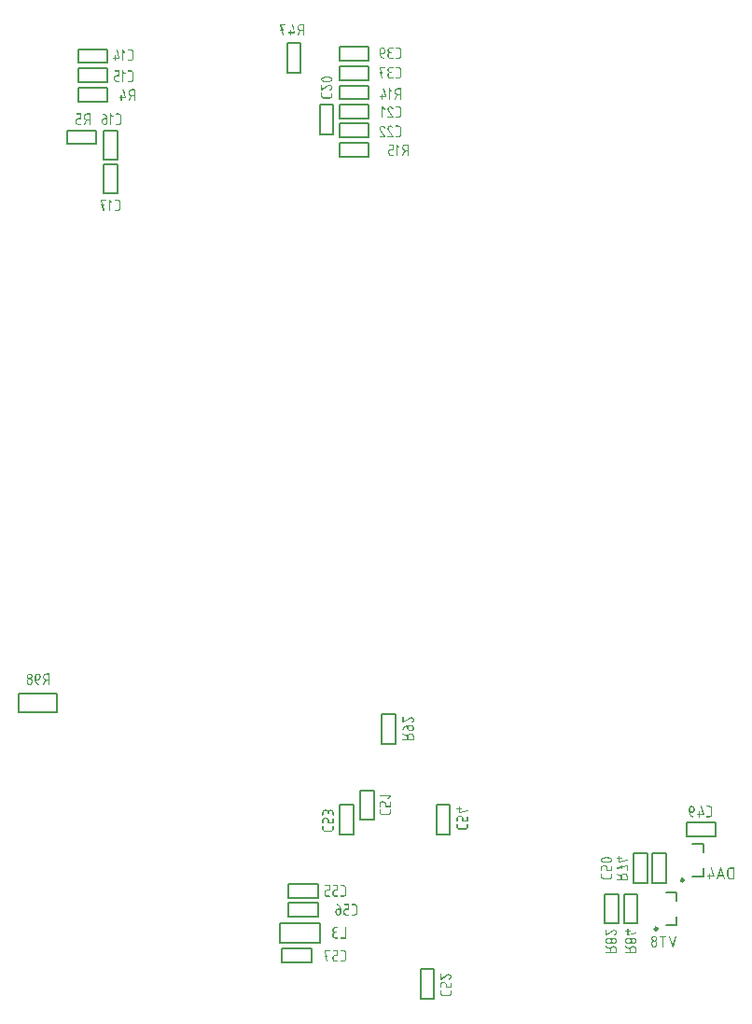
<source format=gbo>
G04 Layer_Color=11599871*
%FSLAX44Y44*%
%MOMM*%
G71*
G01*
G75*
%ADD59C,0.2500*%
%ADD60C,0.2000*%
G36*
X133868Y914495D02*
X133985Y914456D01*
X134063Y914397D01*
X134141Y914319D01*
X134219Y914183D01*
X134238Y914144D01*
Y914124D01*
X136345Y906770D01*
X136364Y906673D01*
Y906633D01*
Y906614D01*
X136345Y906438D01*
X136286Y906321D01*
X136189Y906224D01*
X136091Y906165D01*
X136013Y906126D01*
X135916Y906107D01*
X132678D01*
Y904527D01*
X132658Y904351D01*
X132600Y904214D01*
X132502Y904137D01*
X132404Y904059D01*
X132326Y904019D01*
X132229Y904000D01*
X132151D01*
X131975Y904019D01*
X131839Y904078D01*
X131761Y904175D01*
X131683Y904273D01*
X131644Y904351D01*
X131624Y904449D01*
Y904507D01*
Y904527D01*
Y906107D01*
X130590D01*
X130415Y906126D01*
X130278Y906185D01*
X130200Y906282D01*
X130122Y906380D01*
X130083Y906458D01*
X130064Y906555D01*
Y906614D01*
Y906633D01*
X130083Y906809D01*
X130142Y906946D01*
X130239Y907024D01*
X130317Y907102D01*
X130415Y907141D01*
X130512Y907160D01*
X131624D01*
Y908721D01*
X131644Y908896D01*
X131702Y909033D01*
X131800Y909111D01*
X131878Y909189D01*
X131975Y909228D01*
X132073Y909247D01*
X132151D01*
X132326Y909228D01*
X132463Y909169D01*
X132541Y909072D01*
X132619Y908994D01*
X132658Y908896D01*
X132678Y908799D01*
Y908740D01*
Y908721D01*
Y907160D01*
X135155D01*
X133243Y913832D01*
X133204Y913949D01*
Y913968D01*
Y913988D01*
X133224Y914163D01*
X133282Y914300D01*
X133380Y914378D01*
X133458Y914456D01*
X133555Y914495D01*
X133653Y914514D01*
X133731D01*
X133868Y914495D01*
D02*
G37*
G36*
X149668D02*
X149785Y914436D01*
X149883Y914339D01*
X149942Y914261D01*
X149980Y914163D01*
X150000Y914066D01*
Y914007D01*
Y913988D01*
Y904507D01*
X149980Y904332D01*
X149922Y904214D01*
X149824Y904117D01*
X149727Y904059D01*
X149649Y904019D01*
X149551Y904000D01*
X149473D01*
X149298Y904019D01*
X149161Y904078D01*
X149083Y904156D01*
X149005Y904254D01*
X148966Y904351D01*
X148947Y904429D01*
Y904488D01*
Y904507D01*
Y908194D01*
X146664D01*
X144713Y904293D01*
X144655Y904195D01*
X144577Y904117D01*
X144499Y904078D01*
X144421Y904039D01*
X144304Y904000D01*
X144245D01*
X144089Y904019D01*
X143972Y904078D01*
X143894Y904137D01*
X143875Y904156D01*
X143777Y904273D01*
X143719Y904390D01*
X143699Y904468D01*
Y904507D01*
Y904605D01*
X143719Y904683D01*
X143738Y904741D01*
X143758Y904761D01*
X145591Y908428D01*
X145260Y908584D01*
X144967Y908760D01*
X144713Y908974D01*
X144499Y909208D01*
X144304Y909443D01*
X144167Y909677D01*
X144031Y909930D01*
X143933Y910164D01*
X143855Y910398D01*
X143797Y910632D01*
X143758Y910827D01*
X143719Y911003D01*
Y911140D01*
X143699Y911257D01*
Y911335D01*
Y911354D01*
X143719Y911588D01*
X143738Y911822D01*
X143836Y912252D01*
X143992Y912642D01*
X144167Y912954D01*
X144343Y913227D01*
X144479Y913422D01*
X144558Y913481D01*
X144597Y913539D01*
X144616Y913559D01*
X144635Y913578D01*
X144811Y913734D01*
X144987Y913890D01*
X145377Y914124D01*
X145747Y914280D01*
X146098Y914397D01*
X146391Y914475D01*
X146528Y914495D01*
X146645D01*
X146723Y914514D01*
X149493D01*
X149668Y914495D01*
D02*
G37*
G36*
X139115Y914475D02*
X139251Y914417D01*
X139349Y914339D01*
X139388Y914319D01*
Y914300D01*
X141456Y912252D01*
X141534Y912134D01*
X141573Y912017D01*
X141592Y911920D01*
Y911900D01*
Y911881D01*
X141573Y911705D01*
X141514Y911569D01*
X141417Y911491D01*
X141319Y911413D01*
X141241Y911374D01*
X141144Y911354D01*
X141066D01*
X140929Y911374D01*
X140812Y911432D01*
X140734Y911491D01*
X140715Y911510D01*
X139486Y912720D01*
Y904507D01*
X139466Y904332D01*
X139408Y904214D01*
X139310Y904117D01*
X139213Y904059D01*
X139135Y904019D01*
X139037Y904000D01*
X138959D01*
X138783Y904019D01*
X138647Y904078D01*
X138569Y904156D01*
X138491Y904254D01*
X138452Y904351D01*
X138432Y904429D01*
Y904488D01*
Y904507D01*
Y913988D01*
X138452Y914163D01*
X138510Y914300D01*
X138608Y914378D01*
X138686Y914456D01*
X138783Y914495D01*
X138881Y914514D01*
X139037D01*
X139115Y914475D01*
D02*
G37*
G36*
X-132332Y891495D02*
X-132215Y891436D01*
X-132117Y891339D01*
X-132058Y891261D01*
X-132020Y891163D01*
X-132000Y891066D01*
Y891007D01*
Y890988D01*
Y881507D01*
X-132020Y881332D01*
X-132078Y881215D01*
X-132176Y881117D01*
X-132273Y881059D01*
X-132351Y881020D01*
X-132449Y881000D01*
X-132527D01*
X-132702Y881020D01*
X-132839Y881078D01*
X-132917Y881156D01*
X-132995Y881254D01*
X-133034Y881351D01*
X-133053Y881429D01*
Y881488D01*
Y881507D01*
Y885194D01*
X-135336D01*
X-137287Y881293D01*
X-137345Y881195D01*
X-137423Y881117D01*
X-137501Y881078D01*
X-137579Y881039D01*
X-137696Y881000D01*
X-137755D01*
X-137911Y881020D01*
X-138028Y881078D01*
X-138106Y881136D01*
X-138125Y881156D01*
X-138223Y881273D01*
X-138281Y881390D01*
X-138301Y881468D01*
Y881507D01*
Y881605D01*
X-138281Y881683D01*
X-138262Y881741D01*
X-138242Y881761D01*
X-136409Y885428D01*
X-136740Y885584D01*
X-137033Y885760D01*
X-137287Y885974D01*
X-137501Y886208D01*
X-137696Y886442D01*
X-137833Y886677D01*
X-137969Y886930D01*
X-138067Y887164D01*
X-138145Y887398D01*
X-138203Y887632D01*
X-138242Y887828D01*
X-138281Y888003D01*
Y888140D01*
X-138301Y888257D01*
Y888335D01*
Y888354D01*
X-138281Y888588D01*
X-138262Y888822D01*
X-138164Y889251D01*
X-138008Y889642D01*
X-137833Y889954D01*
X-137657Y890227D01*
X-137521Y890422D01*
X-137443Y890480D01*
X-137403Y890539D01*
X-137384Y890558D01*
X-137365Y890578D01*
X-137189Y890734D01*
X-137013Y890890D01*
X-136623Y891124D01*
X-136253Y891280D01*
X-135901Y891397D01*
X-135609Y891475D01*
X-135472Y891495D01*
X-135355D01*
X-135277Y891514D01*
X-132507D01*
X-132332Y891495D01*
D02*
G37*
G36*
X-140739D02*
X-140622Y891436D01*
X-140525Y891339D01*
X-140466Y891261D01*
X-140427Y891163D01*
X-140408Y891066D01*
Y891007D01*
Y890988D01*
Y886774D01*
X-140427Y886599D01*
X-140486Y886462D01*
X-140564Y886384D01*
X-140661Y886306D01*
X-140759Y886267D01*
X-140837Y886247D01*
X-143022D01*
X-143256Y886228D01*
X-143470Y886169D01*
X-143665Y886091D01*
X-143821Y886013D01*
X-143958Y885935D01*
X-144056Y885857D01*
X-144114Y885799D01*
X-144134Y885779D01*
X-144290Y885604D01*
X-144407Y885409D01*
X-144485Y885213D01*
X-144543Y885058D01*
X-144582Y884901D01*
X-144602Y884784D01*
Y884687D01*
Y884667D01*
Y883614D01*
X-144582Y883380D01*
X-144524Y883165D01*
X-144446Y882970D01*
X-144368Y882814D01*
X-144290Y882678D01*
X-144212Y882580D01*
X-144153Y882522D01*
X-144134Y882502D01*
X-143958Y882346D01*
X-143763Y882248D01*
X-143587Y882170D01*
X-143412Y882112D01*
X-143256Y882073D01*
X-143139Y882053D01*
X-140915D01*
X-140739Y882034D01*
X-140622Y881975D01*
X-140525Y881878D01*
X-140466Y881800D01*
X-140427Y881702D01*
X-140408Y881605D01*
Y881546D01*
Y881527D01*
X-140427Y881351D01*
X-140486Y881215D01*
X-140564Y881136D01*
X-140661Y881059D01*
X-140759Y881020D01*
X-140837Y881000D01*
X-143022D01*
X-143412Y881039D01*
X-143763Y881117D01*
X-144075Y881234D01*
X-144348Y881390D01*
X-144563Y881527D01*
X-144738Y881644D01*
X-144836Y881722D01*
X-144875Y881761D01*
X-145128Y882053D01*
X-145323Y882365D01*
X-145460Y882678D01*
X-145557Y882970D01*
X-145616Y883224D01*
X-145635Y883438D01*
X-145655Y883516D01*
Y883575D01*
Y883594D01*
Y883614D01*
Y884667D01*
X-145616Y885058D01*
X-145538Y885409D01*
X-145401Y885721D01*
X-145265Y885994D01*
X-145128Y886208D01*
X-144992Y886384D01*
X-144914Y886481D01*
X-144875Y886520D01*
X-144582Y886774D01*
X-144270Y886969D01*
X-143958Y887106D01*
X-143665Y887203D01*
X-143412Y887262D01*
X-143197Y887281D01*
X-143119Y887301D01*
X-141461D01*
Y890461D01*
X-144602D01*
X-144777Y890480D01*
X-144894Y890539D01*
X-144992Y890637D01*
X-145050Y890734D01*
X-145089Y890812D01*
X-145109Y890910D01*
Y890968D01*
Y890988D01*
X-145089Y891163D01*
X-145031Y891300D01*
X-144953Y891378D01*
X-144855Y891456D01*
X-144758Y891495D01*
X-144680Y891514D01*
X-140915D01*
X-140739Y891495D01*
D02*
G37*
G36*
X146115Y863475D02*
X146251Y863417D01*
X146349Y863339D01*
X146388Y863319D01*
Y863300D01*
X148456Y861252D01*
X148534Y861134D01*
X148573Y861017D01*
X148592Y860920D01*
Y860900D01*
Y860881D01*
X148573Y860705D01*
X148514Y860569D01*
X148417Y860491D01*
X148319Y860413D01*
X148241Y860374D01*
X148144Y860354D01*
X148066D01*
X147929Y860374D01*
X147812Y860432D01*
X147734Y860491D01*
X147715Y860510D01*
X146486Y861720D01*
Y853507D01*
X146466Y853332D01*
X146408Y853214D01*
X146310Y853117D01*
X146213Y853058D01*
X146135Y853019D01*
X146037Y853000D01*
X145959D01*
X145783Y853019D01*
X145647Y853078D01*
X145569Y853156D01*
X145491Y853254D01*
X145452Y853351D01*
X145432Y853429D01*
Y853488D01*
Y853507D01*
Y862988D01*
X145452Y863163D01*
X145510Y863300D01*
X145608Y863378D01*
X145686Y863456D01*
X145783Y863495D01*
X145881Y863514D01*
X146037D01*
X146115Y863475D01*
D02*
G37*
G36*
X61668Y972495D02*
X61785Y972436D01*
X61883Y972339D01*
X61941Y972261D01*
X61981Y972163D01*
X62000Y972066D01*
Y972007D01*
Y971988D01*
Y962507D01*
X61981Y962332D01*
X61922Y962215D01*
X61824Y962117D01*
X61727Y962058D01*
X61649Y962020D01*
X61551Y962000D01*
X61473D01*
X61298Y962020D01*
X61161Y962078D01*
X61083Y962156D01*
X61005Y962254D01*
X60966Y962351D01*
X60947Y962429D01*
Y962488D01*
Y962507D01*
Y966194D01*
X58664D01*
X56714Y962293D01*
X56655Y962195D01*
X56577Y962117D01*
X56499Y962078D01*
X56421Y962039D01*
X56304Y962000D01*
X56245D01*
X56089Y962020D01*
X55972Y962078D01*
X55894Y962137D01*
X55875Y962156D01*
X55777Y962273D01*
X55719Y962390D01*
X55699Y962468D01*
Y962507D01*
Y962605D01*
X55719Y962683D01*
X55738Y962741D01*
X55758Y962761D01*
X57591Y966428D01*
X57260Y966584D01*
X56967Y966760D01*
X56714Y966974D01*
X56499Y967208D01*
X56304Y967442D01*
X56167Y967677D01*
X56031Y967930D01*
X55933Y968164D01*
X55855Y968398D01*
X55797Y968632D01*
X55758Y968828D01*
X55719Y969003D01*
Y969140D01*
X55699Y969257D01*
Y969335D01*
Y969354D01*
X55719Y969588D01*
X55738Y969822D01*
X55836Y970251D01*
X55992Y970642D01*
X56167Y970954D01*
X56343Y971227D01*
X56479Y971422D01*
X56557Y971480D01*
X56596Y971539D01*
X56616Y971559D01*
X56635Y971578D01*
X56811Y971734D01*
X56987Y971890D01*
X57377Y972124D01*
X57747Y972280D01*
X58099Y972397D01*
X58391Y972475D01*
X58528Y972495D01*
X58645D01*
X58723Y972514D01*
X61493D01*
X61668Y972495D01*
D02*
G37*
G36*
X44853D02*
X44990Y972436D01*
X45068Y972339D01*
X45146Y972261D01*
X45185Y972163D01*
X45204Y972066D01*
Y972007D01*
Y971988D01*
X45185Y971812D01*
X45126Y971676D01*
X45029Y971598D01*
X44931Y971519D01*
X44853Y971480D01*
X44756Y971461D01*
X41127D01*
X41966Y967774D01*
X42571D01*
X42746Y967755D01*
X42883Y967696D01*
X42961Y967598D01*
X43039Y967521D01*
X43078Y967423D01*
X43098Y967325D01*
Y967267D01*
Y967247D01*
X43078Y967072D01*
X43019Y966935D01*
X42941Y966857D01*
X42844Y966779D01*
X42746Y966740D01*
X42668Y966721D01*
X42200D01*
X43098Y962644D01*
Y962546D01*
Y962527D01*
Y962507D01*
X43078Y962332D01*
X43019Y962215D01*
X42922Y962117D01*
X42824Y962058D01*
X42746Y962020D01*
X42649Y962000D01*
X42571D01*
X42434Y962020D01*
X42317Y962058D01*
X42239Y962137D01*
X42161Y962215D01*
X42083Y962351D01*
X42064Y962390D01*
Y962410D01*
X41108Y966721D01*
X40464D01*
X40289Y966740D01*
X40152Y966799D01*
X40074Y966896D01*
X39996Y966994D01*
X39957Y967072D01*
X39937Y967169D01*
Y967228D01*
Y967247D01*
X39957Y967423D01*
X40015Y967560D01*
X40113Y967638D01*
X40191Y967716D01*
X40289Y967755D01*
X40386Y967774D01*
X40874D01*
X39957Y971871D01*
X39937Y971968D01*
Y971988D01*
X39957Y972163D01*
X40035Y972300D01*
X40113Y972378D01*
X40210Y972456D01*
X40308Y972495D01*
X40386Y972514D01*
X44678D01*
X44853Y972495D01*
D02*
G37*
G36*
X51115D02*
X51232Y972456D01*
X51310Y972397D01*
X51388Y972319D01*
X51466Y972183D01*
X51486Y972144D01*
Y972124D01*
X53592Y964770D01*
X53612Y964672D01*
Y964633D01*
Y964614D01*
X53592Y964438D01*
X53534Y964321D01*
X53436Y964224D01*
X53339Y964165D01*
X53261Y964126D01*
X53163Y964107D01*
X49925D01*
Y962527D01*
X49906Y962351D01*
X49847Y962215D01*
X49749Y962137D01*
X49652Y962058D01*
X49574Y962020D01*
X49476Y962000D01*
X49398D01*
X49223Y962020D01*
X49086Y962078D01*
X49008Y962176D01*
X48930Y962273D01*
X48891Y962351D01*
X48872Y962449D01*
Y962507D01*
Y962527D01*
Y964107D01*
X47838D01*
X47662Y964126D01*
X47526Y964185D01*
X47448Y964282D01*
X47370Y964380D01*
X47331Y964458D01*
X47311Y964555D01*
Y964614D01*
Y964633D01*
X47331Y964809D01*
X47389Y964946D01*
X47487Y965024D01*
X47565Y965102D01*
X47662Y965141D01*
X47760Y965160D01*
X48872D01*
Y966721D01*
X48891Y966896D01*
X48950Y967033D01*
X49047Y967111D01*
X49125Y967189D01*
X49223Y967228D01*
X49320Y967247D01*
X49398D01*
X49574Y967228D01*
X49710Y967169D01*
X49788Y967072D01*
X49866Y966994D01*
X49906Y966896D01*
X49925Y966799D01*
Y966740D01*
Y966721D01*
Y965160D01*
X52402D01*
X50491Y971832D01*
X50452Y971949D01*
Y971968D01*
Y971988D01*
X50471Y972163D01*
X50530Y972300D01*
X50627Y972378D01*
X50705Y972456D01*
X50803Y972495D01*
X50900Y972514D01*
X50978D01*
X51115Y972495D01*
D02*
G37*
G36*
X156668Y863495D02*
X156785Y863436D01*
X156883Y863339D01*
X156941Y863261D01*
X156980Y863163D01*
X157000Y863066D01*
Y863007D01*
Y862988D01*
Y853507D01*
X156980Y853332D01*
X156922Y853214D01*
X156824Y853117D01*
X156727Y853058D01*
X156649Y853019D01*
X156551Y853000D01*
X156473D01*
X156298Y853019D01*
X156161Y853078D01*
X156083Y853156D01*
X156005Y853254D01*
X155966Y853351D01*
X155947Y853429D01*
Y853488D01*
Y853507D01*
Y857194D01*
X153664D01*
X151713Y853293D01*
X151655Y853195D01*
X151577Y853117D01*
X151499Y853078D01*
X151421Y853039D01*
X151304Y853000D01*
X151245D01*
X151089Y853019D01*
X150972Y853078D01*
X150894Y853137D01*
X150875Y853156D01*
X150777Y853273D01*
X150719Y853390D01*
X150699Y853468D01*
Y853507D01*
Y853605D01*
X150719Y853683D01*
X150738Y853741D01*
X150758Y853761D01*
X152591Y857428D01*
X152260Y857584D01*
X151967Y857760D01*
X151713Y857974D01*
X151499Y858208D01*
X151304Y858443D01*
X151167Y858677D01*
X151031Y858930D01*
X150933Y859164D01*
X150855Y859398D01*
X150797Y859632D01*
X150758Y859827D01*
X150719Y860003D01*
Y860140D01*
X150699Y860257D01*
Y860335D01*
Y860354D01*
X150719Y860588D01*
X150738Y860822D01*
X150836Y861252D01*
X150992Y861642D01*
X151167Y861954D01*
X151343Y862227D01*
X151480Y862422D01*
X151558Y862480D01*
X151596Y862539D01*
X151616Y862559D01*
X151636Y862578D01*
X151811Y862734D01*
X151987Y862890D01*
X152377Y863124D01*
X152747Y863280D01*
X153099Y863397D01*
X153391Y863475D01*
X153528Y863495D01*
X153645D01*
X153723Y863514D01*
X156493D01*
X156668Y863495D01*
D02*
G37*
G36*
X143013D02*
X143130Y863436D01*
X143228Y863339D01*
X143286Y863261D01*
X143325Y863163D01*
X143345Y863066D01*
Y863007D01*
Y862988D01*
Y858774D01*
X143325Y858598D01*
X143267Y858462D01*
X143189Y858384D01*
X143091Y858306D01*
X142994Y858267D01*
X142916Y858247D01*
X140731D01*
X140497Y858228D01*
X140282Y858169D01*
X140087Y858091D01*
X139931Y858013D01*
X139795Y857935D01*
X139697Y857857D01*
X139639Y857799D01*
X139619Y857779D01*
X139463Y857604D01*
X139346Y857409D01*
X139268Y857214D01*
X139209Y857057D01*
X139170Y856901D01*
X139151Y856784D01*
Y856687D01*
Y856667D01*
Y855614D01*
X139170Y855380D01*
X139229Y855165D01*
X139307Y854970D01*
X139385Y854814D01*
X139463Y854678D01*
X139541Y854580D01*
X139600Y854521D01*
X139619Y854502D01*
X139795Y854346D01*
X139990Y854248D01*
X140165Y854170D01*
X140341Y854112D01*
X140497Y854073D01*
X140614Y854053D01*
X142838D01*
X143013Y854034D01*
X143130Y853975D01*
X143228Y853878D01*
X143286Y853800D01*
X143325Y853702D01*
X143345Y853605D01*
Y853546D01*
Y853527D01*
X143325Y853351D01*
X143267Y853214D01*
X143189Y853137D01*
X143091Y853058D01*
X142994Y853019D01*
X142916Y853000D01*
X140731D01*
X140341Y853039D01*
X139990Y853117D01*
X139678Y853234D01*
X139404Y853390D01*
X139190Y853527D01*
X139014Y853644D01*
X138917Y853722D01*
X138878Y853761D01*
X138624Y854053D01*
X138429Y854365D01*
X138293Y854678D01*
X138195Y854970D01*
X138137Y855224D01*
X138117Y855438D01*
X138097Y855516D01*
Y855575D01*
Y855594D01*
Y855614D01*
Y856667D01*
X138137Y857057D01*
X138215Y857409D01*
X138351Y857721D01*
X138488Y857994D01*
X138624Y858208D01*
X138761Y858384D01*
X138839Y858482D01*
X138878Y858521D01*
X139170Y858774D01*
X139482Y858969D01*
X139795Y859106D01*
X140087Y859203D01*
X140341Y859262D01*
X140555Y859281D01*
X140633Y859301D01*
X142292D01*
Y862461D01*
X139151D01*
X138975Y862480D01*
X138858Y862539D01*
X138761Y862636D01*
X138702Y862734D01*
X138663Y862812D01*
X138644Y862910D01*
Y862968D01*
Y862988D01*
X138663Y863163D01*
X138722Y863300D01*
X138800Y863378D01*
X138897Y863456D01*
X138995Y863495D01*
X139073Y863514D01*
X142838D01*
X143013Y863495D01*
D02*
G37*
G36*
X-91832Y913495D02*
X-91715Y913436D01*
X-91617Y913339D01*
X-91559Y913261D01*
X-91519Y913163D01*
X-91500Y913066D01*
Y913007D01*
Y912988D01*
Y903507D01*
X-91519Y903332D01*
X-91578Y903215D01*
X-91676Y903117D01*
X-91773Y903058D01*
X-91851Y903019D01*
X-91949Y903000D01*
X-92027D01*
X-92202Y903019D01*
X-92339Y903078D01*
X-92417Y903156D01*
X-92495Y903254D01*
X-92534Y903351D01*
X-92553Y903429D01*
Y903488D01*
Y903507D01*
Y907194D01*
X-94836D01*
X-96786Y903293D01*
X-96845Y903195D01*
X-96923Y903117D01*
X-97001Y903078D01*
X-97079Y903039D01*
X-97196Y903000D01*
X-97255D01*
X-97411Y903019D01*
X-97528Y903078D01*
X-97606Y903137D01*
X-97625Y903156D01*
X-97723Y903273D01*
X-97781Y903390D01*
X-97801Y903468D01*
Y903507D01*
Y903605D01*
X-97781Y903683D01*
X-97762Y903741D01*
X-97742Y903761D01*
X-95909Y907428D01*
X-96240Y907584D01*
X-96533Y907760D01*
X-96786Y907974D01*
X-97001Y908208D01*
X-97196Y908443D01*
X-97333Y908677D01*
X-97469Y908930D01*
X-97567Y909164D01*
X-97645Y909398D01*
X-97703Y909632D01*
X-97742Y909827D01*
X-97781Y910003D01*
Y910140D01*
X-97801Y910257D01*
Y910335D01*
Y910354D01*
X-97781Y910588D01*
X-97762Y910822D01*
X-97664Y911252D01*
X-97508Y911642D01*
X-97333Y911954D01*
X-97157Y912227D01*
X-97021Y912422D01*
X-96943Y912480D01*
X-96903Y912539D01*
X-96884Y912559D01*
X-96865Y912578D01*
X-96689Y912734D01*
X-96513Y912890D01*
X-96123Y913124D01*
X-95753Y913280D01*
X-95401Y913397D01*
X-95109Y913475D01*
X-94972Y913495D01*
X-94855D01*
X-94777Y913514D01*
X-92007D01*
X-91832Y913495D01*
D02*
G37*
G36*
X102314Y174495D02*
X102431Y174436D01*
X102529Y174339D01*
X102587Y174261D01*
X102626Y174163D01*
X102646Y174066D01*
Y174007D01*
Y173988D01*
Y169774D01*
X102626Y169599D01*
X102568Y169462D01*
X102490Y169384D01*
X102392Y169306D01*
X102295Y169267D01*
X102217Y169247D01*
X100032D01*
X99798Y169228D01*
X99583Y169169D01*
X99388Y169091D01*
X99232Y169013D01*
X99095Y168935D01*
X98998Y168857D01*
X98939Y168799D01*
X98920Y168779D01*
X98764Y168604D01*
X98647Y168409D01*
X98569Y168214D01*
X98510Y168057D01*
X98471Y167901D01*
X98452Y167784D01*
Y167687D01*
Y167667D01*
Y166614D01*
X98471Y166380D01*
X98530Y166165D01*
X98608Y165970D01*
X98686Y165814D01*
X98764Y165678D01*
X98842Y165580D01*
X98900Y165522D01*
X98920Y165502D01*
X99095Y165346D01*
X99291Y165248D01*
X99466Y165170D01*
X99642Y165112D01*
X99798Y165073D01*
X99915Y165053D01*
X102139D01*
X102314Y165034D01*
X102431Y164975D01*
X102529Y164878D01*
X102587Y164800D01*
X102626Y164702D01*
X102646Y164605D01*
Y164546D01*
Y164527D01*
X102626Y164351D01*
X102568Y164215D01*
X102490Y164137D01*
X102392Y164058D01*
X102295Y164020D01*
X102217Y164000D01*
X100032D01*
X99642Y164039D01*
X99291Y164117D01*
X98978Y164234D01*
X98705Y164390D01*
X98491Y164527D01*
X98315Y164644D01*
X98218Y164722D01*
X98179Y164761D01*
X97925Y165053D01*
X97730Y165366D01*
X97593Y165678D01*
X97496Y165970D01*
X97437Y166224D01*
X97418Y166438D01*
X97398Y166516D01*
Y166575D01*
Y166594D01*
Y166614D01*
Y167667D01*
X97437Y168057D01*
X97515Y168409D01*
X97652Y168721D01*
X97788Y168994D01*
X97925Y169208D01*
X98062Y169384D01*
X98140Y169482D01*
X98179Y169520D01*
X98471Y169774D01*
X98783Y169969D01*
X99095Y170106D01*
X99388Y170203D01*
X99642Y170262D01*
X99856Y170281D01*
X99934Y170301D01*
X101592D01*
Y173461D01*
X98452D01*
X98276Y173480D01*
X98159Y173539D01*
X98062Y173636D01*
X98003Y173734D01*
X97964Y173812D01*
X97944Y173910D01*
Y173968D01*
Y173988D01*
X97964Y174163D01*
X98023Y174300D01*
X98101Y174378D01*
X98198Y174456D01*
X98296Y174495D01*
X98374Y174514D01*
X102139D01*
X102314Y174495D01*
D02*
G37*
G36*
X91780D02*
X91936Y174456D01*
X92053Y174397D01*
X92092Y174378D01*
X92112D01*
X92502Y174183D01*
X92892Y173968D01*
X93224Y173715D01*
X93516Y173480D01*
X93770Y173246D01*
X93965Y173071D01*
X94024Y172993D01*
X94082Y172934D01*
X94102Y172915D01*
X94121Y172895D01*
X94336Y172642D01*
X94511Y172369D01*
X94667Y172115D01*
X94804Y171842D01*
X94901Y171569D01*
X94999Y171315D01*
X95135Y170828D01*
X95194Y170613D01*
X95233Y170398D01*
X95253Y170223D01*
X95272Y170067D01*
X95292Y169950D01*
Y169852D01*
Y169794D01*
Y169774D01*
Y166594D01*
X95253Y166204D01*
X95175Y165853D01*
X95057Y165522D01*
X94901Y165268D01*
X94765Y165034D01*
X94648Y164878D01*
X94570Y164780D01*
X94531Y164741D01*
X94238Y164488D01*
X93926Y164312D01*
X93614Y164175D01*
X93321Y164097D01*
X93068Y164039D01*
X92853Y164020D01*
X92775Y164000D01*
X92678D01*
X92287Y164039D01*
X91917Y164117D01*
X91605Y164234D01*
X91332Y164390D01*
X91117Y164527D01*
X90961Y164644D01*
X90863Y164722D01*
X90824Y164761D01*
X90571Y165053D01*
X90376Y165366D01*
X90239Y165678D01*
X90142Y165970D01*
X90083Y166224D01*
X90064Y166438D01*
X90044Y166516D01*
Y166575D01*
Y166594D01*
Y166614D01*
Y167667D01*
X90083Y168057D01*
X90161Y168428D01*
X90278Y168740D01*
X90415Y169013D01*
X90571Y169228D01*
X90688Y169384D01*
X90766Y169482D01*
X90805Y169520D01*
X91097Y169774D01*
X91410Y169969D01*
X91722Y170106D01*
X92034Y170203D01*
X92287Y170262D01*
X92483Y170281D01*
X92561Y170301D01*
X94199D01*
X94141Y170652D01*
X94024Y170984D01*
X93906Y171296D01*
X93770Y171569D01*
X93633Y171783D01*
X93516Y171959D01*
X93438Y172076D01*
X93399Y172115D01*
X93068Y172486D01*
X92717Y172798D01*
X92385Y173051D01*
X92053Y173227D01*
X91780Y173363D01*
X91566Y173461D01*
X91488Y173480D01*
X91429Y173500D01*
X91390Y173519D01*
X91371D01*
X91273Y173559D01*
X91215Y173617D01*
X91137Y173773D01*
X91117Y173851D01*
X91097Y173929D01*
Y173968D01*
Y173988D01*
X91117Y174163D01*
X91175Y174300D01*
X91273Y174378D01*
X91351Y174456D01*
X91449Y174495D01*
X91546Y174514D01*
X91624D01*
X91780Y174495D01*
D02*
G37*
G36*
X107776Y174475D02*
X108127Y174397D01*
X108459Y174261D01*
X108713Y174124D01*
X108947Y173988D01*
X109103Y173851D01*
X109200Y173773D01*
X109239Y173734D01*
X109493Y173442D01*
X109688Y173129D01*
X109805Y172817D01*
X109902Y172525D01*
X109961Y172271D01*
X109980Y172057D01*
X110000Y171978D01*
Y171939D01*
Y171900D01*
Y171881D01*
Y166614D01*
X109961Y166224D01*
X109883Y165873D01*
X109766Y165541D01*
X109610Y165287D01*
X109473Y165053D01*
X109356Y164897D01*
X109278Y164800D01*
X109239Y164761D01*
X108947Y164507D01*
X108635Y164312D01*
X108322Y164195D01*
X108030Y164097D01*
X107776Y164039D01*
X107562Y164020D01*
X107484Y164000D01*
X105279D01*
X105104Y164020D01*
X104967Y164078D01*
X104889Y164175D01*
X104811Y164273D01*
X104772Y164351D01*
X104753Y164449D01*
Y164507D01*
Y164527D01*
X104772Y164702D01*
X104831Y164839D01*
X104928Y164917D01*
X105006Y164995D01*
X105104Y165034D01*
X105201Y165053D01*
X107386D01*
X107620Y165073D01*
X107835Y165131D01*
X108030Y165190D01*
X108186Y165287D01*
X108322Y165366D01*
X108420Y165424D01*
X108478Y165483D01*
X108498Y165502D01*
X108654Y165678D01*
X108751Y165873D01*
X108830Y166068D01*
X108888Y166243D01*
X108927Y166380D01*
X108947Y166516D01*
Y166594D01*
Y166614D01*
Y171881D01*
X108927Y172115D01*
X108869Y172330D01*
X108810Y172525D01*
X108713Y172681D01*
X108635Y172817D01*
X108576Y172915D01*
X108517Y172973D01*
X108498Y172993D01*
X108322Y173149D01*
X108127Y173266D01*
X107952Y173344D01*
X107776Y173402D01*
X107620Y173442D01*
X107503Y173461D01*
X105279D01*
X105104Y173480D01*
X104967Y173539D01*
X104889Y173636D01*
X104811Y173734D01*
X104772Y173812D01*
X104753Y173910D01*
Y173968D01*
Y173988D01*
X104772Y174163D01*
X104831Y174300D01*
X104928Y174378D01*
X105006Y174456D01*
X105104Y174495D01*
X105201Y174514D01*
X107386D01*
X107776Y174475D01*
D02*
G37*
G36*
X92314Y191495D02*
X92431Y191436D01*
X92529Y191339D01*
X92587Y191261D01*
X92626Y191163D01*
X92646Y191066D01*
Y191007D01*
Y190988D01*
Y186774D01*
X92626Y186598D01*
X92568Y186462D01*
X92490Y186384D01*
X92392Y186306D01*
X92295Y186267D01*
X92217Y186247D01*
X90032D01*
X89798Y186228D01*
X89583Y186169D01*
X89388Y186091D01*
X89232Y186013D01*
X89095Y185935D01*
X88998Y185857D01*
X88939Y185799D01*
X88920Y185779D01*
X88764Y185604D01*
X88647Y185409D01*
X88569Y185214D01*
X88510Y185058D01*
X88471Y184901D01*
X88452Y184784D01*
Y184687D01*
Y184667D01*
Y183614D01*
X88471Y183380D01*
X88530Y183165D01*
X88608Y182970D01*
X88686Y182814D01*
X88764Y182678D01*
X88842Y182580D01*
X88900Y182521D01*
X88920Y182502D01*
X89095Y182346D01*
X89291Y182248D01*
X89466Y182170D01*
X89642Y182112D01*
X89798Y182073D01*
X89915Y182053D01*
X92139D01*
X92314Y182034D01*
X92431Y181975D01*
X92529Y181878D01*
X92587Y181800D01*
X92626Y181702D01*
X92646Y181605D01*
Y181546D01*
Y181527D01*
X92626Y181351D01*
X92568Y181215D01*
X92490Y181136D01*
X92392Y181059D01*
X92295Y181019D01*
X92217Y181000D01*
X90032D01*
X89642Y181039D01*
X89291Y181117D01*
X88978Y181234D01*
X88705Y181390D01*
X88491Y181527D01*
X88315Y181644D01*
X88218Y181722D01*
X88179Y181761D01*
X87925Y182053D01*
X87730Y182365D01*
X87593Y182678D01*
X87496Y182970D01*
X87437Y183224D01*
X87418Y183438D01*
X87398Y183516D01*
Y183575D01*
Y183594D01*
Y183614D01*
Y184667D01*
X87437Y185058D01*
X87515Y185409D01*
X87652Y185721D01*
X87788Y185994D01*
X87925Y186208D01*
X88062Y186384D01*
X88140Y186481D01*
X88179Y186521D01*
X88471Y186774D01*
X88783Y186969D01*
X89095Y187106D01*
X89388Y187203D01*
X89642Y187262D01*
X89856Y187281D01*
X89934Y187301D01*
X91592D01*
Y190461D01*
X88452D01*
X88276Y190480D01*
X88159Y190539D01*
X88062Y190637D01*
X88003Y190734D01*
X87964Y190812D01*
X87944Y190910D01*
Y190968D01*
Y190988D01*
X87964Y191163D01*
X88023Y191300D01*
X88101Y191378D01*
X88198Y191456D01*
X88296Y191495D01*
X88374Y191514D01*
X92139D01*
X92314Y191495D01*
D02*
G37*
G36*
X84960D02*
X85077Y191436D01*
X85175Y191339D01*
X85233Y191261D01*
X85272Y191163D01*
X85292Y191066D01*
Y191007D01*
Y190988D01*
Y186774D01*
X85272Y186598D01*
X85213Y186462D01*
X85135Y186384D01*
X85038Y186306D01*
X84940Y186267D01*
X84862Y186247D01*
X82678D01*
X82444Y186228D01*
X82229Y186169D01*
X82034Y186091D01*
X81878Y186013D01*
X81741Y185935D01*
X81644Y185857D01*
X81585Y185799D01*
X81566Y185779D01*
X81410Y185604D01*
X81293Y185409D01*
X81215Y185214D01*
X81156Y185058D01*
X81117Y184901D01*
X81097Y184784D01*
Y184687D01*
Y184667D01*
Y183614D01*
X81117Y183380D01*
X81175Y183165D01*
X81254Y182970D01*
X81332Y182814D01*
X81410Y182678D01*
X81488Y182580D01*
X81546Y182521D01*
X81566Y182502D01*
X81741Y182346D01*
X81936Y182248D01*
X82112Y182170D01*
X82287Y182112D01*
X82444Y182073D01*
X82561Y182053D01*
X84784D01*
X84960Y182034D01*
X85077Y181975D01*
X85175Y181878D01*
X85233Y181800D01*
X85272Y181702D01*
X85292Y181605D01*
Y181546D01*
Y181527D01*
X85272Y181351D01*
X85213Y181215D01*
X85135Y181136D01*
X85038Y181059D01*
X84940Y181019D01*
X84862Y181000D01*
X82678D01*
X82287Y181039D01*
X81936Y181117D01*
X81624Y181234D01*
X81351Y181390D01*
X81137Y181527D01*
X80961Y181644D01*
X80863Y181722D01*
X80824Y181761D01*
X80571Y182053D01*
X80376Y182365D01*
X80239Y182678D01*
X80142Y182970D01*
X80083Y183224D01*
X80064Y183438D01*
X80044Y183516D01*
Y183575D01*
Y183594D01*
Y183614D01*
Y184667D01*
X80083Y185058D01*
X80161Y185409D01*
X80298Y185721D01*
X80434Y185994D01*
X80571Y186208D01*
X80707Y186384D01*
X80785Y186481D01*
X80824Y186521D01*
X81117Y186774D01*
X81429Y186969D01*
X81741Y187106D01*
X82034Y187203D01*
X82287Y187262D01*
X82502Y187281D01*
X82580Y187301D01*
X84238D01*
Y190461D01*
X81097D01*
X80922Y190480D01*
X80805Y190539D01*
X80707Y190637D01*
X80649Y190734D01*
X80610Y190812D01*
X80590Y190910D01*
Y190968D01*
Y190988D01*
X80610Y191163D01*
X80668Y191300D01*
X80746Y191378D01*
X80844Y191456D01*
X80941Y191495D01*
X81019Y191514D01*
X84784D01*
X84960Y191495D01*
D02*
G37*
G36*
X431654Y207495D02*
X431771Y207456D01*
X431849Y207397D01*
X431927Y207319D01*
X432005Y207183D01*
X432025Y207144D01*
Y207124D01*
X434131Y199770D01*
X434151Y199672D01*
Y199633D01*
Y199614D01*
X434131Y199438D01*
X434073Y199321D01*
X433975Y199224D01*
X433878Y199165D01*
X433800Y199126D01*
X433702Y199107D01*
X430464D01*
Y197527D01*
X430444Y197351D01*
X430386Y197215D01*
X430289Y197136D01*
X430191Y197059D01*
X430113Y197020D01*
X430015Y197000D01*
X429937D01*
X429762Y197020D01*
X429625Y197078D01*
X429547Y197176D01*
X429469Y197273D01*
X429430Y197351D01*
X429411Y197449D01*
Y197507D01*
Y197527D01*
Y199107D01*
X428377D01*
X428201Y199126D01*
X428065Y199185D01*
X427987Y199282D01*
X427909Y199380D01*
X427870Y199458D01*
X427850Y199555D01*
Y199614D01*
Y199633D01*
X427870Y199809D01*
X427928Y199946D01*
X428026Y200024D01*
X428104Y200102D01*
X428201Y200141D01*
X428299Y200160D01*
X429411D01*
Y201721D01*
X429430Y201896D01*
X429489Y202033D01*
X429586Y202111D01*
X429664Y202189D01*
X429762Y202228D01*
X429859Y202247D01*
X429937D01*
X430113Y202228D01*
X430249Y202169D01*
X430327Y202072D01*
X430406Y201994D01*
X430444Y201896D01*
X430464Y201799D01*
Y201740D01*
Y201721D01*
Y200160D01*
X432942D01*
X431030Y206832D01*
X430991Y206949D01*
Y206968D01*
Y206988D01*
X431010Y207163D01*
X431069Y207300D01*
X431166Y207378D01*
X431244Y207456D01*
X431342Y207495D01*
X431439Y207514D01*
X431517D01*
X431654Y207495D01*
D02*
G37*
G36*
X92314Y153495D02*
X92451Y153436D01*
X92529Y153339D01*
X92607Y153261D01*
X92646Y153163D01*
X92665Y153066D01*
Y153007D01*
Y152988D01*
X92646Y152812D01*
X92587Y152676D01*
X92490Y152598D01*
X92392Y152520D01*
X92314Y152480D01*
X92217Y152461D01*
X90032D01*
X89798Y152442D01*
X89583Y152383D01*
X89388Y152305D01*
X89232Y152227D01*
X89095Y152149D01*
X88998Y152071D01*
X88939Y152012D01*
X88920Y151993D01*
X88764Y151817D01*
X88647Y151622D01*
X88569Y151427D01*
X88510Y151271D01*
X88471Y151115D01*
X88452Y150998D01*
Y150900D01*
Y150881D01*
X88471Y150647D01*
X88530Y150432D01*
X88608Y150237D01*
X88686Y150062D01*
X88764Y149925D01*
X88842Y149827D01*
X88900Y149769D01*
X88920Y149749D01*
X89095Y149593D01*
X89291Y149496D01*
X89466Y149418D01*
X89642Y149359D01*
X89798Y149320D01*
X89915Y149301D01*
X91085D01*
X91261Y149281D01*
X91397Y149223D01*
X91475Y149125D01*
X91553Y149047D01*
X91592Y148950D01*
X91612Y148852D01*
Y148794D01*
Y148774D01*
X91592Y148598D01*
X91534Y148462D01*
X91436Y148384D01*
X91339Y148306D01*
X91261Y148267D01*
X91163Y148247D01*
X90032D01*
X89798Y148228D01*
X89583Y148169D01*
X89388Y148091D01*
X89232Y148013D01*
X89095Y147935D01*
X88998Y147857D01*
X88939Y147799D01*
X88920Y147779D01*
X88764Y147604D01*
X88647Y147409D01*
X88569Y147213D01*
X88510Y147058D01*
X88471Y146901D01*
X88452Y146784D01*
Y146687D01*
Y146667D01*
Y145614D01*
X88471Y145380D01*
X88530Y145165D01*
X88608Y144970D01*
X88686Y144814D01*
X88764Y144678D01*
X88842Y144580D01*
X88900Y144522D01*
X88920Y144502D01*
X89095Y144346D01*
X89291Y144248D01*
X89466Y144170D01*
X89642Y144112D01*
X89798Y144073D01*
X89915Y144053D01*
X92139D01*
X92314Y144034D01*
X92451Y143975D01*
X92529Y143878D01*
X92607Y143800D01*
X92646Y143702D01*
X92665Y143605D01*
Y143546D01*
Y143527D01*
X92646Y143351D01*
X92587Y143215D01*
X92490Y143137D01*
X92392Y143059D01*
X92314Y143020D01*
X92217Y143000D01*
X90032D01*
X89642Y143039D01*
X89291Y143117D01*
X88978Y143234D01*
X88705Y143390D01*
X88491Y143527D01*
X88315Y143644D01*
X88218Y143722D01*
X88179Y143761D01*
X87925Y144053D01*
X87730Y144366D01*
X87593Y144678D01*
X87496Y144970D01*
X87437Y145224D01*
X87418Y145438D01*
X87398Y145516D01*
Y145575D01*
Y145594D01*
Y145614D01*
Y146667D01*
X87418Y146901D01*
X87437Y147135D01*
X87554Y147545D01*
X87730Y147916D01*
X87925Y148208D01*
X88120Y148462D01*
X88296Y148638D01*
X88413Y148735D01*
X88432Y148774D01*
X88452D01*
X88257Y148930D01*
X88101Y149086D01*
X87964Y149262D01*
X87847Y149437D01*
X87652Y149789D01*
X87535Y150120D01*
X87457Y150413D01*
X87437Y150549D01*
X87418Y150666D01*
X87398Y150744D01*
Y150822D01*
Y150861D01*
Y150881D01*
X87437Y151271D01*
X87515Y151622D01*
X87652Y151934D01*
X87788Y152207D01*
X87925Y152422D01*
X88062Y152598D01*
X88140Y152695D01*
X88179Y152734D01*
X88471Y152988D01*
X88783Y153183D01*
X89095Y153319D01*
X89388Y153417D01*
X89642Y153475D01*
X89856Y153495D01*
X89934Y153514D01*
X92139D01*
X92314Y153495D01*
D02*
G37*
G36*
X-102385Y913495D02*
X-102268Y913456D01*
X-102190Y913397D01*
X-102112Y913319D01*
X-102034Y913183D01*
X-102014Y913144D01*
Y913124D01*
X-99908Y905770D01*
X-99888Y905673D01*
Y905633D01*
Y905614D01*
X-99908Y905438D01*
X-99966Y905321D01*
X-100064Y905224D01*
X-100161Y905165D01*
X-100239Y905126D01*
X-100337Y905107D01*
X-103575D01*
Y903527D01*
X-103595Y903351D01*
X-103653Y903215D01*
X-103750Y903137D01*
X-103848Y903058D01*
X-103926Y903019D01*
X-104024Y903000D01*
X-104102D01*
X-104277Y903019D01*
X-104414Y903078D01*
X-104492Y903176D01*
X-104570Y903273D01*
X-104609Y903351D01*
X-104628Y903449D01*
Y903507D01*
Y903527D01*
Y905107D01*
X-105662D01*
X-105838Y905126D01*
X-105974Y905185D01*
X-106052Y905282D01*
X-106130Y905380D01*
X-106169Y905458D01*
X-106189Y905555D01*
Y905614D01*
Y905633D01*
X-106169Y905809D01*
X-106111Y905946D01*
X-106013Y906024D01*
X-105935Y906102D01*
X-105838Y906141D01*
X-105740Y906160D01*
X-104628D01*
Y907721D01*
X-104609Y907896D01*
X-104550Y908033D01*
X-104453Y908111D01*
X-104375Y908189D01*
X-104277Y908228D01*
X-104180Y908247D01*
X-104102D01*
X-103926Y908228D01*
X-103790Y908169D01*
X-103712Y908072D01*
X-103633Y907994D01*
X-103595Y907896D01*
X-103575Y907799D01*
Y907740D01*
Y907721D01*
Y906160D01*
X-101098D01*
X-103009Y912832D01*
X-103048Y912949D01*
Y912968D01*
Y912988D01*
X-103029Y913163D01*
X-102970Y913300D01*
X-102873Y913378D01*
X-102795Y913456D01*
X-102697Y913495D01*
X-102600Y913514D01*
X-102522D01*
X-102385Y913495D01*
D02*
G37*
G36*
X99649Y153495D02*
X99785Y153436D01*
X99863Y153339D01*
X99942Y153261D01*
X99980Y153163D01*
X100000Y153066D01*
Y153007D01*
Y152988D01*
Y143507D01*
X99980Y143332D01*
X99922Y143215D01*
X99824Y143117D01*
X99727Y143059D01*
X99649Y143020D01*
X99551Y143000D01*
X95279D01*
X95104Y143020D01*
X94967Y143078D01*
X94889Y143175D01*
X94811Y143273D01*
X94772Y143351D01*
X94753Y143449D01*
Y143507D01*
Y143527D01*
X94772Y143702D01*
X94831Y143839D01*
X94928Y143917D01*
X95006Y143995D01*
X95104Y144034D01*
X95201Y144053D01*
X98947D01*
Y152988D01*
X98966Y153163D01*
X99025Y153300D01*
X99122Y153378D01*
X99200Y153456D01*
X99298Y153495D01*
X99395Y153514D01*
X99473D01*
X99649Y153495D01*
D02*
G37*
G36*
X451668Y207495D02*
X451785Y207436D01*
X451883Y207339D01*
X451941Y207261D01*
X451981Y207163D01*
X452000Y207066D01*
Y207007D01*
Y206988D01*
Y197507D01*
X451981Y197332D01*
X451922Y197215D01*
X451844Y197117D01*
X451746Y197059D01*
X451649Y197020D01*
X451571Y197000D01*
X448333D01*
X447943Y197039D01*
X447572Y197117D01*
X447260Y197234D01*
X446987Y197390D01*
X446772Y197527D01*
X446616Y197644D01*
X446519Y197722D01*
X446479Y197761D01*
X446226Y198053D01*
X446031Y198365D01*
X445894Y198678D01*
X445797Y198970D01*
X445738Y199224D01*
X445719Y199438D01*
X445699Y199516D01*
Y199575D01*
Y199594D01*
Y199614D01*
Y204881D01*
X445738Y205291D01*
X445816Y205642D01*
X445933Y205954D01*
X446070Y206227D01*
X446226Y206461D01*
X446343Y206617D01*
X446421Y206714D01*
X446460Y206754D01*
X446753Y207007D01*
X447065Y207202D01*
X447377Y207339D01*
X447689Y207417D01*
X447943Y207475D01*
X448138Y207495D01*
X448216Y207514D01*
X451493D01*
X451668Y207495D01*
D02*
G37*
G36*
X440062D02*
X440179Y207456D01*
X440257Y207378D01*
X440335Y207300D01*
X440393Y207222D01*
X440432Y207144D01*
X440452Y207105D01*
Y207085D01*
X443573Y197683D01*
X443612Y197566D01*
Y197527D01*
Y197507D01*
X443592Y197332D01*
X443534Y197215D01*
X443436Y197117D01*
X443339Y197059D01*
X443261Y197020D01*
X443163Y197000D01*
X443085D01*
X442949Y197020D01*
X442832Y197059D01*
X442754Y197117D01*
X442676Y197176D01*
X442598Y197293D01*
X442578Y197332D01*
Y197351D01*
X441817Y199633D01*
X438033D01*
X437272Y197351D01*
X437214Y197234D01*
X437136Y197156D01*
X437057Y197078D01*
X436979Y197039D01*
X436901Y197020D01*
X436823Y197000D01*
X436765D01*
X436589Y197020D01*
X436453Y197078D01*
X436375Y197156D01*
X436297Y197254D01*
X436258Y197351D01*
X436238Y197429D01*
Y197488D01*
Y197507D01*
X436258Y197624D01*
X436277Y197663D01*
Y197683D01*
X439398Y207105D01*
X439457Y207241D01*
X439535Y207339D01*
X439632Y207417D01*
X439710Y207456D01*
X439789Y207495D01*
X439866Y207514D01*
X439925D01*
X440062Y207495D01*
D02*
G37*
G36*
X347809Y218024D02*
X347946Y217965D01*
X348024Y217868D01*
X348102Y217789D01*
X348141Y217692D01*
X348160Y217594D01*
Y217536D01*
Y217516D01*
Y216483D01*
X349721D01*
X349896Y216463D01*
X350033Y216404D01*
X350111Y216307D01*
X350189Y216229D01*
X350228Y216131D01*
X350247Y216034D01*
Y215975D01*
Y215956D01*
X350228Y215780D01*
X350169Y215644D01*
X350072Y215566D01*
X349994Y215488D01*
X349896Y215449D01*
X349799Y215429D01*
X348160D01*
Y212952D01*
X354832Y214863D01*
X354949Y214902D01*
X354988D01*
X355163Y214883D01*
X355300Y214824D01*
X355378Y214727D01*
X355456Y214649D01*
X355495Y214551D01*
X355514Y214454D01*
Y214395D01*
Y214376D01*
X355495Y214239D01*
X355456Y214122D01*
X355397Y214044D01*
X355319Y213966D01*
X355183Y213888D01*
X355144Y213869D01*
X355124D01*
X347770Y211762D01*
X347673Y211742D01*
X347614D01*
X347438Y211762D01*
X347321Y211820D01*
X347224Y211918D01*
X347165Y212015D01*
X347126Y212093D01*
X347107Y212191D01*
Y212250D01*
Y212269D01*
Y215429D01*
X345527D01*
X345351Y215449D01*
X345215Y215507D01*
X345136Y215605D01*
X345059Y215702D01*
X345019Y215780D01*
X345000Y215878D01*
Y215936D01*
Y215956D01*
X345019Y216131D01*
X345078Y216268D01*
X345176Y216346D01*
X345273Y216424D01*
X345351Y216463D01*
X345449Y216483D01*
X347107D01*
Y217516D01*
X347126Y217692D01*
X347185Y217829D01*
X347282Y217906D01*
X347380Y217985D01*
X347458Y218024D01*
X347555Y218043D01*
X347634D01*
X347809Y218024D01*
D02*
G37*
G36*
X390188Y145495D02*
X390324Y145436D01*
X390402Y145339D01*
X390480Y145261D01*
X390519Y145163D01*
X390539Y145066D01*
Y145007D01*
Y144988D01*
X390519Y144812D01*
X390461Y144676D01*
X390363Y144598D01*
X390266Y144520D01*
X390188Y144480D01*
X390090Y144461D01*
X387906D01*
Y135507D01*
X387886Y135332D01*
X387827Y135215D01*
X387730Y135117D01*
X387632Y135058D01*
X387554Y135020D01*
X387457Y135000D01*
X387379D01*
X387203Y135020D01*
X387067Y135078D01*
X386989Y135156D01*
X386911Y135254D01*
X386872Y135351D01*
X386852Y135429D01*
Y135488D01*
Y135507D01*
Y144461D01*
X384765D01*
X384589Y144480D01*
X384453Y144539D01*
X384375Y144636D01*
X384297Y144734D01*
X384258Y144812D01*
X384238Y144910D01*
Y144968D01*
Y144988D01*
X384258Y145163D01*
X384316Y145300D01*
X384414Y145378D01*
X384492Y145456D01*
X384589Y145495D01*
X384687Y145514D01*
X390012D01*
X390188Y145495D01*
D02*
G37*
G36*
X379908Y145475D02*
X380259Y145397D01*
X380590Y145261D01*
X380844Y145124D01*
X381078Y144988D01*
X381234Y144851D01*
X381332Y144773D01*
X381371Y144734D01*
X381624Y144441D01*
X381819Y144129D01*
X381936Y143817D01*
X382034Y143525D01*
X382092Y143271D01*
X382112Y143056D01*
X382131Y142978D01*
Y142939D01*
Y142900D01*
Y142881D01*
X382112Y142647D01*
X382092Y142413D01*
X381975Y142003D01*
X381800Y141632D01*
X381605Y141340D01*
X381410Y141106D01*
X381234Y140911D01*
X381117Y140813D01*
X381097Y140794D01*
X381078Y140774D01*
X381254Y140618D01*
X381429Y140462D01*
X381566Y140286D01*
X381683Y140111D01*
X381878Y139760D01*
X381995Y139428D01*
X382073Y139116D01*
X382092Y138999D01*
X382112Y138882D01*
X382131Y138784D01*
Y138726D01*
Y138687D01*
Y138667D01*
Y137614D01*
X382092Y137224D01*
X382014Y136873D01*
X381897Y136541D01*
X381741Y136287D01*
X381605Y136053D01*
X381488Y135897D01*
X381410Y135800D01*
X381371Y135761D01*
X381078Y135507D01*
X380766Y135312D01*
X380454Y135195D01*
X380161Y135098D01*
X379908Y135039D01*
X379693Y135020D01*
X379615Y135000D01*
X379517D01*
X379127Y135039D01*
X378757Y135117D01*
X378445Y135234D01*
X378171Y135390D01*
X377957Y135527D01*
X377801Y135644D01*
X377703Y135722D01*
X377664Y135761D01*
X377411Y136053D01*
X377216Y136365D01*
X377079Y136678D01*
X376982Y136970D01*
X376923Y137224D01*
X376903Y137438D01*
X376884Y137516D01*
Y137575D01*
Y137594D01*
Y137614D01*
Y137848D01*
Y138063D01*
Y138277D01*
X376903Y138453D01*
X376923Y138745D01*
Y138999D01*
X376942Y139155D01*
X376962Y139292D01*
X376982Y139350D01*
Y139370D01*
X377079Y139662D01*
X377216Y139935D01*
X377372Y140189D01*
X377547Y140384D01*
X377684Y140560D01*
X377820Y140677D01*
X377898Y140755D01*
X377937Y140774D01*
X377742Y140930D01*
X377586Y141086D01*
X377450Y141262D01*
X377333Y141437D01*
X377137Y141789D01*
X377020Y142120D01*
X376942Y142432D01*
X376923Y142549D01*
X376903Y142666D01*
X376884Y142764D01*
Y142822D01*
Y142861D01*
Y142881D01*
X376923Y143271D01*
X377001Y143642D01*
X377137Y143954D01*
X377274Y144227D01*
X377411Y144441D01*
X377547Y144598D01*
X377625Y144695D01*
X377664Y144734D01*
X377957Y144988D01*
X378269Y145183D01*
X378581Y145319D01*
X378874Y145417D01*
X379127Y145475D01*
X379342Y145495D01*
X379420Y145514D01*
X379517D01*
X379908Y145475D01*
D02*
G37*
G36*
X399668Y145495D02*
X399805Y145436D01*
X399883Y145339D01*
X399961Y145261D01*
X400000Y145163D01*
X400019Y145066D01*
Y145007D01*
Y144988D01*
X400000Y144871D01*
X399981Y144832D01*
Y144812D01*
X396859Y135390D01*
X396801Y135254D01*
X396723Y135156D01*
X396625Y135098D01*
X396547Y135058D01*
X396469Y135020D01*
X396391Y135000D01*
X396333D01*
X396196Y135020D01*
X396079Y135058D01*
X396001Y135117D01*
X395923Y135195D01*
X395825Y135332D01*
X395806Y135371D01*
Y135390D01*
X392685Y144812D01*
X392646Y144929D01*
Y144968D01*
Y144988D01*
X392665Y145163D01*
X392724Y145300D01*
X392821Y145378D01*
X392899Y145456D01*
X392997Y145495D01*
X393094Y145514D01*
X393172D01*
X393309Y145495D01*
X393407Y145456D01*
X393504Y145397D01*
X393563Y145339D01*
X393660Y145202D01*
X393680Y145163D01*
Y145144D01*
X396333Y137185D01*
X398986Y145144D01*
X399044Y145261D01*
X399122Y145358D01*
X399200Y145417D01*
X399278Y145475D01*
X399356Y145495D01*
X399434Y145514D01*
X399493D01*
X399668Y145495D01*
D02*
G37*
G36*
X-179631Y383475D02*
X-179280Y383397D01*
X-178949Y383261D01*
X-178695Y383124D01*
X-178461Y382988D01*
X-178305Y382851D01*
X-178207Y382773D01*
X-178168Y382734D01*
X-177915Y382441D01*
X-177720Y382129D01*
X-177603Y381817D01*
X-177505Y381525D01*
X-177447Y381271D01*
X-177427Y381056D01*
X-177408Y380978D01*
Y380939D01*
Y380900D01*
Y380881D01*
Y379827D01*
X-177447Y379437D01*
X-177525Y379067D01*
X-177642Y378755D01*
X-177798Y378481D01*
X-177934Y378247D01*
X-178051Y378091D01*
X-178129Y377994D01*
X-178168Y377955D01*
X-178461Y377701D01*
X-178773Y377506D01*
X-179085Y377389D01*
X-179378Y377291D01*
X-179631Y377233D01*
X-179846Y377214D01*
X-179924Y377194D01*
X-181563D01*
X-181504Y376882D01*
X-181426Y376589D01*
X-181309Y376316D01*
X-181173Y376043D01*
X-180880Y375575D01*
X-180704Y375360D01*
X-180529Y375165D01*
X-180373Y374990D01*
X-180217Y374834D01*
X-180061Y374717D01*
X-179944Y374600D01*
X-179827Y374521D01*
X-179748Y374463D01*
X-179690Y374424D01*
X-179671Y374404D01*
X-179358Y374229D01*
X-179046Y374092D01*
X-178910Y374053D01*
X-178812Y374014D01*
X-178734Y373975D01*
X-178715D01*
X-178637Y373936D01*
X-178578Y373858D01*
X-178500Y373702D01*
X-178480Y373624D01*
X-178461Y373566D01*
Y373527D01*
Y373507D01*
X-178480Y373371D01*
X-178539Y373254D01*
X-178598Y373176D01*
X-178617Y373156D01*
X-178734Y373059D01*
X-178851Y373019D01*
X-178929Y373000D01*
X-178968D01*
X-179124Y373019D01*
X-179319Y373078D01*
X-179514Y373156D01*
X-179709Y373254D01*
X-179885Y373332D01*
X-180022Y373410D01*
X-180119Y373468D01*
X-180158Y373488D01*
X-180607Y373800D01*
X-180977Y374112D01*
X-181309Y374463D01*
X-181602Y374814D01*
X-181836Y375165D01*
X-182050Y375516D01*
X-182206Y375868D01*
X-182343Y376199D01*
X-182440Y376511D01*
X-182519Y376784D01*
X-182577Y377057D01*
X-182616Y377272D01*
X-182636Y377467D01*
X-182655Y377604D01*
Y377682D01*
Y377721D01*
Y380900D01*
X-182616Y381291D01*
X-182538Y381661D01*
X-182402Y381973D01*
X-182265Y382246D01*
X-182128Y382461D01*
X-181992Y382617D01*
X-181914Y382715D01*
X-181875Y382754D01*
X-181582Y383007D01*
X-181270Y383202D01*
X-180958Y383339D01*
X-180665Y383417D01*
X-180412Y383475D01*
X-180197Y383495D01*
X-180119Y383514D01*
X-180022D01*
X-179631Y383475D01*
D02*
G37*
G36*
X-186986D02*
X-186635Y383397D01*
X-186303Y383261D01*
X-186049Y383124D01*
X-185815Y382988D01*
X-185659Y382851D01*
X-185562Y382773D01*
X-185523Y382734D01*
X-185269Y382441D01*
X-185074Y382129D01*
X-184957Y381817D01*
X-184859Y381525D01*
X-184801Y381271D01*
X-184781Y381056D01*
X-184762Y380978D01*
Y380939D01*
Y380900D01*
Y380881D01*
X-184781Y380647D01*
X-184801Y380413D01*
X-184918Y380003D01*
X-185093Y379632D01*
X-185289Y379340D01*
X-185484Y379106D01*
X-185659Y378911D01*
X-185776Y378813D01*
X-185796Y378794D01*
X-185815Y378774D01*
X-185640Y378618D01*
X-185464Y378462D01*
X-185327Y378286D01*
X-185210Y378111D01*
X-185015Y377760D01*
X-184898Y377428D01*
X-184820Y377116D01*
X-184801Y376999D01*
X-184781Y376882D01*
X-184762Y376784D01*
Y376726D01*
Y376687D01*
Y376667D01*
Y375614D01*
X-184801Y375224D01*
X-184879Y374873D01*
X-184996Y374541D01*
X-185152Y374287D01*
X-185289Y374053D01*
X-185406Y373897D01*
X-185484Y373800D01*
X-185523Y373761D01*
X-185815Y373507D01*
X-186127Y373312D01*
X-186439Y373195D01*
X-186732Y373097D01*
X-186986Y373039D01*
X-187200Y373019D01*
X-187278Y373000D01*
X-187376D01*
X-187766Y373039D01*
X-188137Y373117D01*
X-188449Y373234D01*
X-188722Y373390D01*
X-188936Y373527D01*
X-189092Y373644D01*
X-189190Y373722D01*
X-189229Y373761D01*
X-189483Y374053D01*
X-189678Y374366D01*
X-189814Y374678D01*
X-189912Y374970D01*
X-189970Y375224D01*
X-189990Y375438D01*
X-190009Y375516D01*
Y375575D01*
Y375594D01*
Y375614D01*
Y375848D01*
Y376063D01*
Y376277D01*
X-189990Y376453D01*
X-189970Y376745D01*
Y376999D01*
X-189951Y377155D01*
X-189931Y377291D01*
X-189912Y377350D01*
Y377370D01*
X-189814Y377662D01*
X-189678Y377935D01*
X-189522Y378189D01*
X-189346Y378384D01*
X-189209Y378559D01*
X-189073Y378677D01*
X-188995Y378755D01*
X-188956Y378774D01*
X-189151Y378930D01*
X-189307Y379086D01*
X-189444Y379262D01*
X-189561Y379437D01*
X-189756Y379789D01*
X-189873Y380120D01*
X-189951Y380432D01*
X-189970Y380549D01*
X-189990Y380666D01*
X-190009Y380764D01*
Y380822D01*
Y380861D01*
Y380881D01*
X-189970Y381271D01*
X-189892Y381642D01*
X-189756Y381954D01*
X-189619Y382227D01*
X-189483Y382441D01*
X-189346Y382598D01*
X-189268Y382695D01*
X-189229Y382734D01*
X-188936Y382988D01*
X-188624Y383183D01*
X-188312Y383319D01*
X-188020Y383417D01*
X-187766Y383475D01*
X-187551Y383495D01*
X-187473Y383514D01*
X-187376D01*
X-186986Y383475D01*
D02*
G37*
G36*
X86361Y259917D02*
X86712Y259839D01*
X87024Y259702D01*
X87297Y259566D01*
X87512Y259429D01*
X87688Y259293D01*
X87785Y259215D01*
X87824Y259176D01*
X88078Y258883D01*
X88273Y258571D01*
X88409Y258259D01*
X88507Y257966D01*
X88565Y257712D01*
X88585Y257498D01*
X88604Y257420D01*
Y257381D01*
Y257342D01*
Y257322D01*
Y255216D01*
X88585Y255040D01*
X88526Y254904D01*
X88429Y254825D01*
X88351Y254747D01*
X88253Y254708D01*
X88156Y254689D01*
X88078D01*
X87902Y254708D01*
X87766Y254767D01*
X87688Y254865D01*
X87610Y254962D01*
X87570Y255040D01*
X87551Y255138D01*
Y255196D01*
Y255216D01*
Y257322D01*
X87531Y257556D01*
X87473Y257771D01*
X87395Y257966D01*
X87317Y258122D01*
X87239Y258259D01*
X87161Y258356D01*
X87102Y258415D01*
X87083Y258434D01*
X86907Y258590D01*
X86712Y258707D01*
X86517Y258785D01*
X86361Y258844D01*
X86205Y258883D01*
X86088Y258902D01*
X85971D01*
X85737Y258883D01*
X85522Y258824D01*
X85327Y258746D01*
X85152Y258668D01*
X85015Y258590D01*
X84917Y258512D01*
X84859Y258454D01*
X84839Y258434D01*
X84683Y258259D01*
X84586Y258064D01*
X84508Y257888D01*
X84449Y257712D01*
X84410Y257556D01*
X84391Y257439D01*
Y257361D01*
Y257322D01*
Y256269D01*
X84371Y256093D01*
X84313Y255957D01*
X84215Y255879D01*
X84137Y255801D01*
X84040Y255762D01*
X83942Y255742D01*
X83864D01*
X83688Y255762D01*
X83552Y255820D01*
X83474Y255918D01*
X83396Y256015D01*
X83357Y256093D01*
X83337Y256191D01*
Y256250D01*
Y256269D01*
Y257322D01*
X83318Y257556D01*
X83259Y257771D01*
X83181Y257966D01*
X83103Y258122D01*
X83025Y258259D01*
X82947Y258356D01*
X82889Y258415D01*
X82869Y258434D01*
X82694Y258590D01*
X82499Y258707D01*
X82303Y258785D01*
X82148Y258844D01*
X81991Y258883D01*
X81874Y258902D01*
X80704D01*
X80470Y258883D01*
X80255Y258824D01*
X80060Y258746D01*
X79904Y258668D01*
X79768Y258590D01*
X79670Y258512D01*
X79612Y258454D01*
X79592Y258434D01*
X79436Y258259D01*
X79338Y258064D01*
X79260Y257888D01*
X79202Y257712D01*
X79163Y257556D01*
X79143Y257439D01*
Y257361D01*
Y257322D01*
Y255216D01*
X79124Y255040D01*
X79065Y254904D01*
X78968Y254825D01*
X78890Y254747D01*
X78792Y254708D01*
X78695Y254689D01*
X78617D01*
X78441Y254708D01*
X78305Y254767D01*
X78226Y254865D01*
X78148Y254962D01*
X78109Y255040D01*
X78090Y255138D01*
Y255196D01*
Y255216D01*
Y257322D01*
X78129Y257712D01*
X78207Y258064D01*
X78324Y258376D01*
X78480Y258649D01*
X78617Y258863D01*
X78734Y259039D01*
X78812Y259137D01*
X78851Y259176D01*
X79143Y259429D01*
X79455Y259624D01*
X79768Y259761D01*
X80060Y259858D01*
X80314Y259917D01*
X80528Y259936D01*
X80606Y259956D01*
X81757D01*
X81991Y259936D01*
X82226Y259917D01*
X82635Y259800D01*
X83006Y259624D01*
X83298Y259429D01*
X83552Y259234D01*
X83728Y259058D01*
X83825Y258941D01*
X83864Y258922D01*
Y258902D01*
X84020Y259097D01*
X84176Y259254D01*
X84352Y259390D01*
X84527Y259507D01*
X84879Y259702D01*
X85210Y259819D01*
X85503Y259897D01*
X85639Y259917D01*
X85756Y259936D01*
X85834Y259956D01*
X85971D01*
X86361Y259917D01*
D02*
G37*
G36*
X204058Y254563D02*
X204409Y254485D01*
X204721Y254348D01*
X204994Y254212D01*
X205208Y254075D01*
X205384Y253938D01*
X205481Y253860D01*
X205520Y253821D01*
X205774Y253529D01*
X205969Y253217D01*
X206106Y252904D01*
X206203Y252612D01*
X206262Y252358D01*
X206281Y252144D01*
X206301Y252066D01*
Y252027D01*
Y251988D01*
Y251968D01*
Y250408D01*
X209461D01*
Y253548D01*
X209480Y253724D01*
X209539Y253841D01*
X209636Y253938D01*
X209734Y253997D01*
X209812Y254036D01*
X209910Y254055D01*
X209988D01*
X210163Y254036D01*
X210300Y253977D01*
X210378Y253899D01*
X210456Y253802D01*
X210495Y253704D01*
X210514Y253626D01*
Y253568D01*
Y253548D01*
Y249861D01*
X210495Y249686D01*
X210436Y249569D01*
X210339Y249471D01*
X210261Y249413D01*
X210163Y249374D01*
X210066Y249354D01*
X205774D01*
X205599Y249374D01*
X205462Y249432D01*
X205384Y249510D01*
X205306Y249608D01*
X205267Y249705D01*
X205247Y249783D01*
Y249842D01*
Y249861D01*
Y251968D01*
X205228Y252202D01*
X205169Y252417D01*
X205091Y252612D01*
X205013Y252768D01*
X204935Y252904D01*
X204857Y253002D01*
X204799Y253061D01*
X204779Y253080D01*
X204604Y253236D01*
X204409Y253353D01*
X204214Y253431D01*
X204058Y253490D01*
X203901Y253529D01*
X203784Y253548D01*
X202614D01*
X202380Y253529D01*
X202165Y253470D01*
X201970Y253392D01*
X201814Y253314D01*
X201678Y253236D01*
X201580Y253158D01*
X201521Y253100D01*
X201502Y253080D01*
X201346Y252904D01*
X201248Y252709D01*
X201170Y252534D01*
X201112Y252358D01*
X201073Y252202D01*
X201053Y252085D01*
Y252007D01*
Y251968D01*
Y249861D01*
X201034Y249686D01*
X200975Y249569D01*
X200878Y249471D01*
X200800Y249413D01*
X200702Y249374D01*
X200605Y249354D01*
X200527D01*
X200351Y249374D01*
X200215Y249432D01*
X200137Y249510D01*
X200058Y249608D01*
X200019Y249705D01*
X200000Y249783D01*
Y249842D01*
Y249861D01*
Y251968D01*
X200039Y252358D01*
X200117Y252709D01*
X200234Y253022D01*
X200390Y253295D01*
X200527Y253509D01*
X200644Y253685D01*
X200722Y253782D01*
X200761Y253821D01*
X201053Y254075D01*
X201366Y254270D01*
X201678Y254407D01*
X201970Y254504D01*
X202224Y254563D01*
X202438Y254582D01*
X202516Y254602D01*
X203667D01*
X204058Y254563D01*
D02*
G37*
G36*
X210163Y247228D02*
X210300Y247169D01*
X210378Y247072D01*
X210456Y246994D01*
X210495Y246896D01*
X210514Y246799D01*
Y246740D01*
Y246721D01*
Y244614D01*
X210475Y244224D01*
X210397Y243873D01*
X210261Y243541D01*
X210124Y243287D01*
X209988Y243053D01*
X209851Y242897D01*
X209773Y242800D01*
X209734Y242761D01*
X209442Y242507D01*
X209129Y242312D01*
X208817Y242195D01*
X208525Y242097D01*
X208271Y242039D01*
X208057Y242020D01*
X207978Y242000D01*
X202614D01*
X202224Y242039D01*
X201873Y242117D01*
X201541Y242234D01*
X201287Y242390D01*
X201053Y242527D01*
X200897Y242644D01*
X200800Y242722D01*
X200761Y242761D01*
X200507Y243053D01*
X200312Y243365D01*
X200195Y243678D01*
X200098Y243970D01*
X200039Y244224D01*
X200019Y244438D01*
X200000Y244516D01*
Y244575D01*
Y244594D01*
Y244614D01*
Y246721D01*
X200019Y246896D01*
X200078Y247033D01*
X200175Y247111D01*
X200273Y247189D01*
X200351Y247228D01*
X200449Y247247D01*
X200527D01*
X200702Y247228D01*
X200839Y247169D01*
X200917Y247072D01*
X200995Y246994D01*
X201034Y246896D01*
X201053Y246799D01*
Y246740D01*
Y246721D01*
Y244614D01*
X201073Y244380D01*
X201131Y244165D01*
X201190Y243970D01*
X201287Y243814D01*
X201366Y243678D01*
X201424Y243580D01*
X201483Y243521D01*
X201502Y243502D01*
X201678Y243346D01*
X201873Y243248D01*
X202068Y243170D01*
X202243Y243112D01*
X202380Y243073D01*
X202516Y243053D01*
X207881D01*
X208115Y243073D01*
X208330Y243131D01*
X208525Y243190D01*
X208681Y243287D01*
X208817Y243365D01*
X208915Y243424D01*
X208973Y243482D01*
X208993Y243502D01*
X209149Y243678D01*
X209266Y243873D01*
X209344Y244048D01*
X209403Y244224D01*
X209442Y244380D01*
X209461Y244497D01*
Y244594D01*
Y244614D01*
Y246721D01*
X209480Y246896D01*
X209539Y247033D01*
X209636Y247111D01*
X209734Y247189D01*
X209812Y247228D01*
X209910Y247247D01*
X209988D01*
X210163Y247228D01*
D02*
G37*
G36*
X202809Y262970D02*
X202946Y262912D01*
X203024Y262814D01*
X203102Y262736D01*
X203141Y262639D01*
X203160Y262541D01*
Y262482D01*
Y262463D01*
Y261429D01*
X204721D01*
X204896Y261410D01*
X205033Y261351D01*
X205111Y261254D01*
X205189Y261176D01*
X205228Y261078D01*
X205247Y260980D01*
Y260922D01*
Y260902D01*
X205228Y260727D01*
X205169Y260590D01*
X205072Y260512D01*
X204994Y260434D01*
X204896Y260395D01*
X204799Y260376D01*
X203160D01*
Y257898D01*
X209832Y259810D01*
X209949Y259849D01*
X209988D01*
X210163Y259830D01*
X210300Y259771D01*
X210378Y259674D01*
X210456Y259596D01*
X210495Y259498D01*
X210514Y259400D01*
Y259342D01*
Y259322D01*
X210495Y259186D01*
X210456Y259069D01*
X210397Y258991D01*
X210319Y258913D01*
X210183Y258835D01*
X210144Y258815D01*
X210124D01*
X202770Y256708D01*
X202673Y256689D01*
X202614D01*
X202438Y256708D01*
X202321Y256767D01*
X202224Y256864D01*
X202165Y256962D01*
X202126Y257040D01*
X202107Y257138D01*
Y257196D01*
Y257216D01*
Y260376D01*
X200527D01*
X200351Y260395D01*
X200215Y260454D01*
X200137Y260551D01*
X200058Y260649D01*
X200019Y260727D01*
X200000Y260824D01*
Y260883D01*
Y260902D01*
X200019Y261078D01*
X200078Y261215D01*
X200175Y261293D01*
X200273Y261371D01*
X200351Y261410D01*
X200449Y261429D01*
X202107D01*
Y262463D01*
X202126Y262639D01*
X202185Y262775D01*
X202282Y262853D01*
X202380Y262931D01*
X202458Y262970D01*
X202555Y262990D01*
X202633D01*
X202809Y262970D01*
D02*
G37*
G36*
X82148Y252563D02*
X82499Y252485D01*
X82811Y252348D01*
X83084Y252211D01*
X83298Y252075D01*
X83474Y251938D01*
X83572Y251860D01*
X83610Y251821D01*
X83864Y251529D01*
X84059Y251217D01*
X84196Y250905D01*
X84293Y250612D01*
X84352Y250358D01*
X84371Y250144D01*
X84391Y250066D01*
Y250027D01*
Y249988D01*
Y249968D01*
Y248408D01*
X87551D01*
Y251548D01*
X87570Y251724D01*
X87629Y251841D01*
X87726Y251938D01*
X87824Y251997D01*
X87902Y252036D01*
X88000Y252055D01*
X88078D01*
X88253Y252036D01*
X88390Y251977D01*
X88468Y251899D01*
X88546Y251802D01*
X88585Y251704D01*
X88604Y251626D01*
Y251568D01*
Y251548D01*
Y247861D01*
X88585Y247686D01*
X88526Y247569D01*
X88429Y247471D01*
X88351Y247413D01*
X88253Y247374D01*
X88156Y247354D01*
X83864D01*
X83688Y247374D01*
X83552Y247432D01*
X83474Y247510D01*
X83396Y247608D01*
X83357Y247705D01*
X83337Y247783D01*
Y247842D01*
Y247861D01*
Y249968D01*
X83318Y250202D01*
X83259Y250417D01*
X83181Y250612D01*
X83103Y250768D01*
X83025Y250905D01*
X82947Y251002D01*
X82889Y251061D01*
X82869Y251080D01*
X82694Y251236D01*
X82499Y251353D01*
X82303Y251431D01*
X82148Y251490D01*
X81991Y251529D01*
X81874Y251548D01*
X80704D01*
X80470Y251529D01*
X80255Y251470D01*
X80060Y251392D01*
X79904Y251314D01*
X79768Y251236D01*
X79670Y251158D01*
X79612Y251100D01*
X79592Y251080D01*
X79436Y250905D01*
X79338Y250709D01*
X79260Y250534D01*
X79202Y250358D01*
X79163Y250202D01*
X79143Y250085D01*
Y250007D01*
Y249968D01*
Y247861D01*
X79124Y247686D01*
X79065Y247569D01*
X78968Y247471D01*
X78890Y247413D01*
X78792Y247374D01*
X78695Y247354D01*
X78617D01*
X78441Y247374D01*
X78305Y247432D01*
X78226Y247510D01*
X78148Y247608D01*
X78109Y247705D01*
X78090Y247783D01*
Y247842D01*
Y247861D01*
Y249968D01*
X78129Y250358D01*
X78207Y250709D01*
X78324Y251021D01*
X78480Y251295D01*
X78617Y251509D01*
X78734Y251685D01*
X78812Y251782D01*
X78851Y251821D01*
X79143Y252075D01*
X79455Y252270D01*
X79768Y252407D01*
X80060Y252504D01*
X80314Y252563D01*
X80528Y252582D01*
X80606Y252602D01*
X81757D01*
X82148Y252563D01*
D02*
G37*
G36*
X88253Y245228D02*
X88390Y245169D01*
X88468Y245072D01*
X88546Y244994D01*
X88585Y244896D01*
X88604Y244799D01*
Y244740D01*
Y244721D01*
Y242614D01*
X88565Y242224D01*
X88487Y241873D01*
X88351Y241541D01*
X88214Y241287D01*
X88078Y241053D01*
X87941Y240897D01*
X87863Y240800D01*
X87824Y240761D01*
X87531Y240507D01*
X87219Y240312D01*
X86907Y240195D01*
X86615Y240098D01*
X86361Y240039D01*
X86146Y240019D01*
X86068Y240000D01*
X80704D01*
X80314Y240039D01*
X79963Y240117D01*
X79631Y240234D01*
X79377Y240390D01*
X79143Y240527D01*
X78987Y240644D01*
X78890Y240722D01*
X78851Y240761D01*
X78597Y241053D01*
X78402Y241366D01*
X78285Y241678D01*
X78187Y241970D01*
X78129Y242224D01*
X78109Y242438D01*
X78090Y242516D01*
Y242575D01*
Y242594D01*
Y242614D01*
Y244721D01*
X78109Y244896D01*
X78168Y245033D01*
X78266Y245111D01*
X78363Y245189D01*
X78441Y245228D01*
X78539Y245247D01*
X78617D01*
X78792Y245228D01*
X78929Y245169D01*
X79007Y245072D01*
X79085Y244994D01*
X79124Y244896D01*
X79143Y244799D01*
Y244740D01*
Y244721D01*
Y242614D01*
X79163Y242380D01*
X79221Y242165D01*
X79280Y241970D01*
X79377Y241814D01*
X79455Y241678D01*
X79514Y241580D01*
X79573Y241521D01*
X79592Y241502D01*
X79768Y241346D01*
X79963Y241248D01*
X80158Y241170D01*
X80333Y241112D01*
X80470Y241073D01*
X80606Y241053D01*
X85971D01*
X86205Y241073D01*
X86419Y241131D01*
X86615Y241190D01*
X86771Y241287D01*
X86907Y241366D01*
X87005Y241424D01*
X87063Y241483D01*
X87083Y241502D01*
X87239Y241678D01*
X87356Y241873D01*
X87434Y242048D01*
X87492Y242224D01*
X87531Y242380D01*
X87551Y242497D01*
Y242594D01*
Y242614D01*
Y244721D01*
X87570Y244896D01*
X87629Y245033D01*
X87726Y245111D01*
X87824Y245189D01*
X87902Y245228D01*
X88000Y245247D01*
X88078D01*
X88253Y245228D01*
D02*
G37*
G36*
X-169332Y383495D02*
X-169215Y383436D01*
X-169117Y383339D01*
X-169058Y383261D01*
X-169020Y383163D01*
X-169000Y383066D01*
Y383007D01*
Y382988D01*
Y373507D01*
X-169020Y373332D01*
X-169078Y373214D01*
X-169176Y373117D01*
X-169273Y373059D01*
X-169351Y373019D01*
X-169449Y373000D01*
X-169527D01*
X-169702Y373019D01*
X-169839Y373078D01*
X-169917Y373156D01*
X-169995Y373254D01*
X-170034Y373351D01*
X-170053Y373429D01*
Y373488D01*
Y373507D01*
Y377194D01*
X-172336D01*
X-174286Y373293D01*
X-174345Y373195D01*
X-174423Y373117D01*
X-174501Y373078D01*
X-174579Y373039D01*
X-174696Y373000D01*
X-174755D01*
X-174911Y373019D01*
X-175028Y373078D01*
X-175106Y373136D01*
X-175125Y373156D01*
X-175223Y373273D01*
X-175281Y373390D01*
X-175301Y373468D01*
Y373507D01*
Y373605D01*
X-175281Y373683D01*
X-175262Y373741D01*
X-175242Y373761D01*
X-173409Y377428D01*
X-173740Y377584D01*
X-174033Y377760D01*
X-174286Y377974D01*
X-174501Y378208D01*
X-174696Y378442D01*
X-174833Y378677D01*
X-174969Y378930D01*
X-175067Y379164D01*
X-175145Y379398D01*
X-175203Y379632D01*
X-175242Y379827D01*
X-175281Y380003D01*
Y380140D01*
X-175301Y380257D01*
Y380335D01*
Y380354D01*
X-175281Y380588D01*
X-175262Y380822D01*
X-175164Y381251D01*
X-175008Y381642D01*
X-174833Y381954D01*
X-174657Y382227D01*
X-174521Y382422D01*
X-174443Y382481D01*
X-174403Y382539D01*
X-174384Y382559D01*
X-174364Y382578D01*
X-174189Y382734D01*
X-174013Y382890D01*
X-173623Y383124D01*
X-173253Y383280D01*
X-172901Y383397D01*
X-172609Y383475D01*
X-172472Y383495D01*
X-172355D01*
X-172277Y383514D01*
X-169507D01*
X-169332Y383495D01*
D02*
G37*
G36*
X343271Y143616D02*
X343642Y143538D01*
X343954Y143401D01*
X344227Y143265D01*
X344441Y143128D01*
X344598Y142992D01*
X344695Y142914D01*
X344734Y142875D01*
X344988Y142582D01*
X345183Y142270D01*
X345319Y141958D01*
X345417Y141665D01*
X345475Y141412D01*
X345495Y141197D01*
X345514Y141119D01*
Y141080D01*
Y141041D01*
Y141021D01*
X345475Y140631D01*
X345397Y140280D01*
X345261Y139949D01*
X345124Y139695D01*
X344988Y139461D01*
X344851Y139305D01*
X344773Y139207D01*
X344734Y139168D01*
X344441Y138915D01*
X344129Y138720D01*
X343817Y138603D01*
X343525Y138505D01*
X343271Y138447D01*
X343056Y138427D01*
X342978Y138408D01*
X342881D01*
X342647Y138427D01*
X342413Y138447D01*
X342003Y138564D01*
X341632Y138739D01*
X341340Y138934D01*
X341106Y139129D01*
X340911Y139305D01*
X340813Y139422D01*
X340794Y139441D01*
X340774Y139461D01*
X340618Y139285D01*
X340462Y139110D01*
X340286Y138973D01*
X340111Y138856D01*
X339760Y138661D01*
X339428Y138544D01*
X339116Y138466D01*
X338999Y138447D01*
X338882Y138427D01*
X338784Y138408D01*
X337614D01*
X337224Y138447D01*
X336873Y138525D01*
X336541Y138642D01*
X336287Y138798D01*
X336053Y138934D01*
X335897Y139051D01*
X335800Y139129D01*
X335761Y139168D01*
X335507Y139461D01*
X335312Y139773D01*
X335195Y140085D01*
X335098Y140378D01*
X335039Y140631D01*
X335019Y140846D01*
X335000Y140924D01*
Y140983D01*
Y141002D01*
Y141021D01*
X335039Y141412D01*
X335117Y141782D01*
X335234Y142094D01*
X335390Y142367D01*
X335527Y142582D01*
X335644Y142738D01*
X335722Y142836D01*
X335761Y142875D01*
X336053Y143128D01*
X336366Y143323D01*
X336678Y143460D01*
X336970Y143558D01*
X337224Y143616D01*
X337438Y143636D01*
X337516Y143655D01*
X338277D01*
X338453Y143636D01*
X338745Y143616D01*
X338999D01*
X339155Y143596D01*
X339292Y143577D01*
X339350Y143558D01*
X339370D01*
X339662Y143460D01*
X339935Y143323D01*
X340189Y143167D01*
X340384Y142992D01*
X340560Y142855D01*
X340677Y142719D01*
X340755Y142641D01*
X340774Y142602D01*
X340930Y142797D01*
X341086Y142953D01*
X341262Y143089D01*
X341437Y143206D01*
X341788Y143401D01*
X342120Y143518D01*
X342432Y143596D01*
X342549Y143616D01*
X342666Y143636D01*
X342764Y143655D01*
X342881D01*
X343271Y143616D01*
D02*
G37*
G36*
X342588Y136281D02*
X342822Y136262D01*
X343251Y136164D01*
X343642Y136008D01*
X343954Y135833D01*
X344227Y135657D01*
X344422Y135520D01*
X344481Y135442D01*
X344539Y135403D01*
X344558Y135384D01*
X344578Y135364D01*
X344734Y135189D01*
X344890Y135013D01*
X345124Y134623D01*
X345280Y134253D01*
X345397Y133901D01*
X345475Y133609D01*
X345495Y133472D01*
Y133355D01*
X345514Y133277D01*
Y133199D01*
Y133160D01*
Y133141D01*
Y130507D01*
X345495Y130332D01*
X345436Y130215D01*
X345339Y130117D01*
X345261Y130058D01*
X345163Y130020D01*
X345066Y130000D01*
X335507D01*
X335332Y130020D01*
X335215Y130078D01*
X335117Y130176D01*
X335059Y130273D01*
X335019Y130351D01*
X335000Y130449D01*
Y130507D01*
Y130527D01*
X335019Y130702D01*
X335078Y130839D01*
X335156Y130917D01*
X335254Y130995D01*
X335351Y131034D01*
X335429Y131053D01*
X339194D01*
Y133141D01*
Y133219D01*
Y133277D01*
Y133316D01*
Y133336D01*
X335293Y135286D01*
X335195Y135345D01*
X335117Y135423D01*
X335078Y135501D01*
X335039Y135579D01*
X335000Y135696D01*
Y135735D01*
Y135755D01*
X335019Y135911D01*
X335078Y136028D01*
X335136Y136106D01*
X335156Y136125D01*
X335273Y136223D01*
X335390Y136281D01*
X335468Y136301D01*
X335605D01*
X335683Y136281D01*
X335741Y136262D01*
X335761Y136242D01*
X339428Y134409D01*
X339584Y134740D01*
X339760Y135033D01*
X339974Y135286D01*
X340208Y135501D01*
X340443Y135696D01*
X340677Y135833D01*
X340930Y135969D01*
X341164Y136067D01*
X341398Y136145D01*
X341632Y136203D01*
X341828Y136242D01*
X342003Y136281D01*
X342140D01*
X342257Y136301D01*
X342354D01*
X342588Y136281D01*
D02*
G37*
G36*
X343271Y150970D02*
X343642Y150892D01*
X343954Y150756D01*
X344227Y150619D01*
X344441Y150483D01*
X344598Y150346D01*
X344695Y150268D01*
X344734Y150229D01*
X344988Y149936D01*
X345183Y149624D01*
X345319Y149312D01*
X345417Y149019D01*
X345475Y148766D01*
X345495Y148551D01*
X345514Y148473D01*
Y148434D01*
Y148395D01*
Y148376D01*
X345495Y148083D01*
X345436Y147810D01*
X345339Y147537D01*
X345222Y147303D01*
X345085Y147069D01*
X344910Y146854D01*
X344578Y146484D01*
X344383Y146327D01*
X344227Y146191D01*
X344071Y146074D01*
X343915Y145976D01*
X343798Y145898D01*
X343700Y145840D01*
X343642Y145820D01*
X343622Y145801D01*
X343544Y145762D01*
X343486Y145742D01*
X343408D01*
X343232Y145762D01*
X343096Y145820D01*
X343017Y145918D01*
X342939Y146015D01*
X342900Y146093D01*
X342881Y146191D01*
Y146250D01*
Y146269D01*
X342900Y146386D01*
X342920Y146484D01*
X343017Y146620D01*
X343096Y146718D01*
X343115Y146737D01*
X343134D01*
X343369Y146874D01*
X343564Y147030D01*
X343759Y147166D01*
X343895Y147303D01*
X344032Y147439D01*
X344129Y147576D01*
X344305Y147830D01*
X344383Y148044D01*
X344441Y148220D01*
X344461Y148337D01*
Y148376D01*
X344441Y148610D01*
X344383Y148824D01*
X344305Y149019D01*
X344227Y149176D01*
X344149Y149312D01*
X344071Y149410D01*
X344012Y149468D01*
X343993Y149488D01*
X343817Y149644D01*
X343622Y149761D01*
X343427Y149839D01*
X343271Y149897D01*
X343115Y149936D01*
X342998Y149956D01*
X342881D01*
X342705Y149936D01*
X342549Y149917D01*
X342413Y149878D01*
X342276Y149819D01*
X342159Y149761D01*
X342081Y149722D01*
X342023Y149702D01*
X342003Y149683D01*
X335819Y145840D01*
X335722Y145781D01*
X335605Y145762D01*
X335546Y145742D01*
X335507D01*
X335332Y145762D01*
X335215Y145820D01*
X335117Y145918D01*
X335059Y146015D01*
X335019Y146093D01*
X335000Y146191D01*
Y146250D01*
Y146269D01*
Y150483D01*
X335019Y150658D01*
X335078Y150795D01*
X335176Y150873D01*
X335273Y150951D01*
X335351Y150990D01*
X335449Y151009D01*
X335527D01*
X335702Y150990D01*
X335839Y150931D01*
X335917Y150834D01*
X335995Y150756D01*
X336034Y150658D01*
X336053Y150561D01*
Y150502D01*
Y150483D01*
Y147225D01*
X341359Y150521D01*
X341652Y150678D01*
X341925Y150795D01*
X342179Y150892D01*
X342413Y150951D01*
X342608Y150990D01*
X342744Y151009D01*
X342881D01*
X343271Y150970D01*
D02*
G37*
G36*
X355163Y209636D02*
X355300Y209557D01*
X355378Y209479D01*
X355456Y209382D01*
X355495Y209284D01*
X355514Y209206D01*
Y209148D01*
Y209128D01*
Y204915D01*
X355495Y204739D01*
X355436Y204603D01*
X355339Y204525D01*
X355261Y204447D01*
X355163Y204408D01*
X355066Y204388D01*
X354988D01*
X354812Y204408D01*
X354676Y204466D01*
X354598Y204564D01*
X354520Y204661D01*
X354481Y204739D01*
X354461Y204837D01*
Y204895D01*
Y204915D01*
Y208465D01*
X350774Y207626D01*
Y207022D01*
X350755Y206846D01*
X350696Y206709D01*
X350599Y206631D01*
X350521Y206553D01*
X350423Y206514D01*
X350326Y206495D01*
X350247D01*
X350072Y206514D01*
X349935Y206573D01*
X349857Y206651D01*
X349779Y206748D01*
X349740Y206846D01*
X349721Y206924D01*
Y206982D01*
Y207002D01*
Y207392D01*
X345644Y206495D01*
X345507D01*
X345332Y206514D01*
X345215Y206573D01*
X345117Y206670D01*
X345059Y206768D01*
X345019Y206846D01*
X345000Y206943D01*
Y207002D01*
Y207022D01*
X345019Y207158D01*
X345059Y207275D01*
X345136Y207353D01*
X345215Y207431D01*
X345351Y207509D01*
X345390Y207529D01*
X345410D01*
X349721Y208485D01*
Y209128D01*
X349740Y209304D01*
X349799Y209440D01*
X349896Y209519D01*
X349994Y209597D01*
X350072Y209636D01*
X350169Y209655D01*
X350247D01*
X350423Y209636D01*
X350560Y209577D01*
X350638Y209479D01*
X350716Y209401D01*
X350755Y209304D01*
X350774Y209206D01*
Y209148D01*
Y209128D01*
Y208719D01*
X354871Y209636D01*
X354968Y209655D01*
X354988D01*
X355163Y209636D01*
D02*
G37*
G36*
X352588Y202281D02*
X352822Y202262D01*
X353251Y202164D01*
X353642Y202008D01*
X353954Y201833D01*
X354227Y201657D01*
X354422Y201521D01*
X354481Y201443D01*
X354539Y201404D01*
X354558Y201384D01*
X354578Y201364D01*
X354734Y201189D01*
X354890Y201013D01*
X355124Y200623D01*
X355280Y200252D01*
X355397Y199901D01*
X355475Y199609D01*
X355495Y199472D01*
Y199355D01*
X355514Y199277D01*
Y199199D01*
Y199160D01*
Y199141D01*
Y196507D01*
X355495Y196332D01*
X355436Y196215D01*
X355339Y196117D01*
X355261Y196059D01*
X355163Y196019D01*
X355066Y196000D01*
X345507D01*
X345332Y196019D01*
X345215Y196078D01*
X345117Y196175D01*
X345059Y196273D01*
X345019Y196351D01*
X345000Y196449D01*
Y196507D01*
Y196527D01*
X345019Y196702D01*
X345078Y196839D01*
X345156Y196917D01*
X345254Y196995D01*
X345351Y197034D01*
X345429Y197053D01*
X349194D01*
Y199141D01*
Y199219D01*
Y199277D01*
Y199316D01*
Y199336D01*
X345293Y201286D01*
X345195Y201345D01*
X345117Y201423D01*
X345078Y201501D01*
X345039Y201579D01*
X345000Y201696D01*
Y201735D01*
Y201755D01*
X345019Y201911D01*
X345078Y202028D01*
X345136Y202106D01*
X345156Y202125D01*
X345273Y202223D01*
X345390Y202281D01*
X345468Y202301D01*
X345605D01*
X345683Y202281D01*
X345741Y202262D01*
X345761Y202242D01*
X349428Y200409D01*
X349584Y200740D01*
X349760Y201033D01*
X349974Y201286D01*
X350208Y201501D01*
X350443Y201696D01*
X350677Y201833D01*
X350930Y201969D01*
X351164Y202067D01*
X351398Y202145D01*
X351632Y202203D01*
X351828Y202242D01*
X352003Y202281D01*
X352140D01*
X352257Y202301D01*
X352354D01*
X352588Y202281D01*
D02*
G37*
G36*
X355809Y152024D02*
X355946Y151965D01*
X356024Y151868D01*
X356102Y151790D01*
X356141Y151692D01*
X356160Y151594D01*
Y151536D01*
Y151516D01*
Y150483D01*
X357721D01*
X357896Y150463D01*
X358033Y150405D01*
X358111Y150307D01*
X358189Y150229D01*
X358228Y150131D01*
X358247Y150034D01*
Y149975D01*
Y149956D01*
X358228Y149780D01*
X358169Y149644D01*
X358072Y149566D01*
X357994Y149488D01*
X357896Y149449D01*
X357799Y149429D01*
X356160D01*
Y146952D01*
X362832Y148863D01*
X362949Y148902D01*
X362988D01*
X363163Y148883D01*
X363300Y148824D01*
X363378Y148727D01*
X363456Y148649D01*
X363495Y148551D01*
X363514Y148454D01*
Y148395D01*
Y148376D01*
X363495Y148239D01*
X363456Y148122D01*
X363397Y148044D01*
X363319Y147966D01*
X363183Y147888D01*
X363144Y147869D01*
X363124D01*
X355770Y145762D01*
X355672Y145742D01*
X355614D01*
X355438Y145762D01*
X355321Y145820D01*
X355224Y145918D01*
X355165Y146015D01*
X355126Y146093D01*
X355107Y146191D01*
Y146250D01*
Y146269D01*
Y149429D01*
X353527D01*
X353351Y149449D01*
X353215Y149507D01*
X353136Y149605D01*
X353059Y149702D01*
X353019Y149780D01*
X353000Y149878D01*
Y149936D01*
Y149956D01*
X353019Y150131D01*
X353078Y150268D01*
X353176Y150346D01*
X353273Y150424D01*
X353351Y150463D01*
X353449Y150483D01*
X355107D01*
Y151516D01*
X355126Y151692D01*
X355185Y151828D01*
X355282Y151907D01*
X355380Y151985D01*
X355458Y152024D01*
X355555Y152043D01*
X355634D01*
X355809Y152024D01*
D02*
G37*
G36*
X159291Y336616D02*
X159661Y336538D01*
X159973Y336401D01*
X160246Y336265D01*
X160461Y336128D01*
X160617Y335992D01*
X160715Y335914D01*
X160754Y335875D01*
X161007Y335582D01*
X161202Y335270D01*
X161339Y334958D01*
X161417Y334665D01*
X161475Y334412D01*
X161495Y334197D01*
X161514Y334119D01*
Y334080D01*
Y334041D01*
Y334022D01*
X161475Y333631D01*
X161397Y333280D01*
X161261Y332949D01*
X161124Y332695D01*
X160988Y332461D01*
X160851Y332305D01*
X160773Y332207D01*
X160734Y332168D01*
X160441Y331915D01*
X160129Y331720D01*
X159817Y331603D01*
X159525Y331505D01*
X159271Y331447D01*
X159057Y331427D01*
X158978Y331408D01*
X157828D01*
X157437Y331447D01*
X157067Y331525D01*
X156755Y331642D01*
X156482Y331798D01*
X156247Y331934D01*
X156091Y332051D01*
X155994Y332129D01*
X155955Y332168D01*
X155701Y332461D01*
X155506Y332773D01*
X155389Y333085D01*
X155292Y333378D01*
X155233Y333631D01*
X155214Y333846D01*
X155194Y333924D01*
Y333983D01*
Y334002D01*
Y334022D01*
Y335563D01*
X154882Y335504D01*
X154589Y335426D01*
X154316Y335309D01*
X154043Y335173D01*
X153575Y334880D01*
X153360Y334704D01*
X153165Y334529D01*
X152990Y334373D01*
X152834Y334217D01*
X152717Y334061D01*
X152600Y333943D01*
X152522Y333826D01*
X152463Y333749D01*
X152424Y333690D01*
X152404Y333670D01*
X152229Y333358D01*
X152092Y333046D01*
X152053Y332910D01*
X152014Y332812D01*
X151975Y332734D01*
Y332715D01*
X151936Y332636D01*
X151858Y332578D01*
X151702Y332500D01*
X151624Y332481D01*
X151566Y332461D01*
X151507D01*
X151371Y332481D01*
X151254Y332539D01*
X151176Y332598D01*
X151156Y332617D01*
X151059Y332734D01*
X151019Y332851D01*
X151000Y332929D01*
Y332968D01*
X151019Y333124D01*
X151078Y333319D01*
X151156Y333514D01*
X151254Y333709D01*
X151332Y333885D01*
X151410Y334022D01*
X151468Y334119D01*
X151488Y334158D01*
X151800Y334607D01*
X152112Y334977D01*
X152463Y335309D01*
X152814Y335602D01*
X153165Y335836D01*
X153516Y336050D01*
X153868Y336206D01*
X154199Y336343D01*
X154511Y336440D01*
X154784Y336519D01*
X155057Y336577D01*
X155272Y336616D01*
X155467Y336636D01*
X155604Y336655D01*
X158900D01*
X159291Y336616D01*
D02*
G37*
G36*
X158588Y329281D02*
X158822Y329262D01*
X159251Y329164D01*
X159642Y329008D01*
X159954Y328833D01*
X160227Y328657D01*
X160422Y328521D01*
X160480Y328442D01*
X160539Y328404D01*
X160558Y328384D01*
X160578Y328364D01*
X160734Y328189D01*
X160890Y328013D01*
X161124Y327623D01*
X161280Y327253D01*
X161397Y326901D01*
X161475Y326609D01*
X161495Y326472D01*
Y326355D01*
X161514Y326277D01*
Y326199D01*
Y326160D01*
Y326141D01*
Y323507D01*
X161495Y323332D01*
X161436Y323215D01*
X161339Y323117D01*
X161261Y323059D01*
X161163Y323019D01*
X161066Y323000D01*
X151507D01*
X151332Y323019D01*
X151215Y323078D01*
X151117Y323176D01*
X151059Y323273D01*
X151019Y323351D01*
X151000Y323449D01*
Y323507D01*
Y323527D01*
X151019Y323702D01*
X151078Y323839D01*
X151156Y323917D01*
X151254Y323995D01*
X151351Y324034D01*
X151429Y324053D01*
X155194D01*
Y326141D01*
Y326219D01*
Y326277D01*
Y326316D01*
Y326336D01*
X151293Y328286D01*
X151195Y328345D01*
X151117Y328423D01*
X151078Y328501D01*
X151039Y328579D01*
X151000Y328696D01*
Y328735D01*
Y328755D01*
X151019Y328911D01*
X151078Y329028D01*
X151137Y329106D01*
X151156Y329125D01*
X151273Y329223D01*
X151390Y329281D01*
X151468Y329301D01*
X151605D01*
X151683Y329281D01*
X151741Y329262D01*
X151761Y329242D01*
X155428Y327409D01*
X155584Y327740D01*
X155760Y328033D01*
X155974Y328286D01*
X156208Y328501D01*
X156442Y328696D01*
X156677Y328833D01*
X156930Y328969D01*
X157164Y329067D01*
X157398Y329145D01*
X157633Y329203D01*
X157828Y329242D01*
X158003Y329281D01*
X158140D01*
X158257Y329301D01*
X158354D01*
X158588Y329281D01*
D02*
G37*
G36*
X159271Y343970D02*
X159642Y343892D01*
X159954Y343756D01*
X160227Y343619D01*
X160441Y343483D01*
X160597Y343346D01*
X160695Y343268D01*
X160734Y343229D01*
X160988Y342936D01*
X161183Y342624D01*
X161319Y342312D01*
X161417Y342020D01*
X161475Y341766D01*
X161495Y341551D01*
X161514Y341473D01*
Y341434D01*
Y341395D01*
Y341376D01*
X161495Y341083D01*
X161436Y340810D01*
X161339Y340537D01*
X161222Y340303D01*
X161085Y340069D01*
X160910Y339854D01*
X160578Y339484D01*
X160383Y339328D01*
X160227Y339191D01*
X160071Y339074D01*
X159915Y338976D01*
X159798Y338898D01*
X159700Y338840D01*
X159642Y338820D01*
X159622Y338801D01*
X159544Y338762D01*
X159486Y338742D01*
X159408D01*
X159232Y338762D01*
X159095Y338820D01*
X159017Y338918D01*
X158939Y339015D01*
X158900Y339093D01*
X158881Y339191D01*
Y339249D01*
Y339269D01*
X158900Y339386D01*
X158920Y339484D01*
X159017Y339620D01*
X159095Y339718D01*
X159115Y339737D01*
X159135D01*
X159369Y339874D01*
X159564Y340030D01*
X159759Y340166D01*
X159895Y340303D01*
X160032Y340439D01*
X160129Y340576D01*
X160305Y340830D01*
X160383Y341044D01*
X160441Y341220D01*
X160461Y341337D01*
Y341376D01*
X160441Y341610D01*
X160383Y341824D01*
X160305Y342020D01*
X160227Y342176D01*
X160149Y342312D01*
X160071Y342410D01*
X160012Y342468D01*
X159993Y342488D01*
X159817Y342644D01*
X159622Y342761D01*
X159427Y342839D01*
X159271Y342897D01*
X159115Y342936D01*
X158998Y342956D01*
X158881D01*
X158705Y342936D01*
X158549Y342917D01*
X158413Y342878D01*
X158276Y342819D01*
X158159Y342761D01*
X158081Y342722D01*
X158023Y342702D01*
X158003Y342683D01*
X151819Y338840D01*
X151722Y338781D01*
X151605Y338762D01*
X151546Y338742D01*
X151507D01*
X151332Y338762D01*
X151215Y338820D01*
X151117Y338918D01*
X151059Y339015D01*
X151019Y339093D01*
X151000Y339191D01*
Y339249D01*
Y339269D01*
Y343483D01*
X151019Y343658D01*
X151078Y343795D01*
X151176Y343873D01*
X151273Y343951D01*
X151351Y343990D01*
X151449Y344009D01*
X151527D01*
X151702Y343990D01*
X151839Y343931D01*
X151917Y343834D01*
X151995Y343756D01*
X152034Y343658D01*
X152053Y343561D01*
Y343502D01*
Y343483D01*
Y340225D01*
X157359Y343522D01*
X157652Y343678D01*
X157925Y343795D01*
X158179Y343892D01*
X158413Y343951D01*
X158608Y343990D01*
X158744Y344009D01*
X158881D01*
X159271Y343970D01*
D02*
G37*
G36*
X361271Y143616D02*
X361642Y143538D01*
X361954Y143401D01*
X362227Y143265D01*
X362441Y143128D01*
X362598Y142992D01*
X362695Y142914D01*
X362734Y142875D01*
X362988Y142582D01*
X363183Y142270D01*
X363319Y141958D01*
X363417Y141665D01*
X363475Y141412D01*
X363495Y141197D01*
X363514Y141119D01*
Y141080D01*
Y141041D01*
Y141021D01*
X363475Y140631D01*
X363397Y140280D01*
X363261Y139949D01*
X363124Y139695D01*
X362988Y139461D01*
X362851Y139305D01*
X362773Y139207D01*
X362734Y139168D01*
X362441Y138915D01*
X362129Y138720D01*
X361817Y138603D01*
X361525Y138505D01*
X361271Y138447D01*
X361057Y138427D01*
X360978Y138408D01*
X360881D01*
X360647Y138427D01*
X360413Y138447D01*
X360003Y138564D01*
X359632Y138739D01*
X359340Y138934D01*
X359106Y139129D01*
X358911Y139305D01*
X358813Y139422D01*
X358794Y139441D01*
X358774Y139461D01*
X358618Y139285D01*
X358462Y139110D01*
X358286Y138973D01*
X358111Y138856D01*
X357760Y138661D01*
X357428Y138544D01*
X357116Y138466D01*
X356999Y138447D01*
X356882Y138427D01*
X356784Y138408D01*
X355614D01*
X355224Y138447D01*
X354873Y138525D01*
X354541Y138642D01*
X354287Y138798D01*
X354053Y138934D01*
X353897Y139051D01*
X353800Y139129D01*
X353761Y139168D01*
X353507Y139461D01*
X353312Y139773D01*
X353195Y140085D01*
X353097Y140378D01*
X353039Y140631D01*
X353019Y140846D01*
X353000Y140924D01*
Y140983D01*
Y141002D01*
Y141021D01*
X353039Y141412D01*
X353117Y141782D01*
X353234Y142094D01*
X353390Y142367D01*
X353527Y142582D01*
X353644Y142738D01*
X353722Y142836D01*
X353761Y142875D01*
X354053Y143128D01*
X354366Y143323D01*
X354678Y143460D01*
X354970Y143558D01*
X355224Y143616D01*
X355438Y143636D01*
X355516Y143655D01*
X356277D01*
X356453Y143636D01*
X356745Y143616D01*
X356999D01*
X357155Y143596D01*
X357292Y143577D01*
X357350Y143558D01*
X357370D01*
X357662Y143460D01*
X357935Y143323D01*
X358189Y143167D01*
X358384Y142992D01*
X358559Y142855D01*
X358677Y142719D01*
X358755Y142641D01*
X358774Y142602D01*
X358930Y142797D01*
X359086Y142953D01*
X359262Y143089D01*
X359437Y143206D01*
X359789Y143401D01*
X360120Y143518D01*
X360432Y143596D01*
X360549Y143616D01*
X360666Y143636D01*
X360764Y143655D01*
X360881D01*
X361271Y143616D01*
D02*
G37*
G36*
X360588Y136281D02*
X360822Y136262D01*
X361251Y136164D01*
X361642Y136008D01*
X361954Y135833D01*
X362227Y135657D01*
X362422Y135520D01*
X362481Y135442D01*
X362539Y135403D01*
X362559Y135384D01*
X362578Y135364D01*
X362734Y135189D01*
X362890Y135013D01*
X363124Y134623D01*
X363280Y134253D01*
X363397Y133901D01*
X363475Y133609D01*
X363495Y133472D01*
Y133355D01*
X363514Y133277D01*
Y133199D01*
Y133160D01*
Y133141D01*
Y130507D01*
X363495Y130332D01*
X363436Y130215D01*
X363339Y130117D01*
X363261Y130058D01*
X363163Y130020D01*
X363066Y130000D01*
X353507D01*
X353332Y130020D01*
X353215Y130078D01*
X353117Y130176D01*
X353059Y130273D01*
X353019Y130351D01*
X353000Y130449D01*
Y130507D01*
Y130527D01*
X353019Y130702D01*
X353078Y130839D01*
X353156Y130917D01*
X353254Y130995D01*
X353351Y131034D01*
X353429Y131053D01*
X357194D01*
Y133141D01*
Y133219D01*
Y133277D01*
Y133316D01*
Y133336D01*
X353293Y135286D01*
X353195Y135345D01*
X353117Y135423D01*
X353078Y135501D01*
X353039Y135579D01*
X353000Y135696D01*
Y135735D01*
Y135755D01*
X353019Y135911D01*
X353078Y136028D01*
X353136Y136106D01*
X353156Y136125D01*
X353273Y136223D01*
X353390Y136281D01*
X353468Y136301D01*
X353605D01*
X353683Y136281D01*
X353741Y136262D01*
X353761Y136242D01*
X357428Y134409D01*
X357584Y134740D01*
X357760Y135033D01*
X357974Y135286D01*
X358208Y135501D01*
X358442Y135696D01*
X358677Y135833D01*
X358930Y135969D01*
X359164Y136067D01*
X359398Y136145D01*
X359632Y136203D01*
X359827Y136242D01*
X360003Y136281D01*
X360140D01*
X360257Y136301D01*
X360354D01*
X360588Y136281D01*
D02*
G37*
G36*
X97776Y191475D02*
X98127Y191397D01*
X98459Y191261D01*
X98713Y191124D01*
X98947Y190988D01*
X99103Y190851D01*
X99200Y190773D01*
X99239Y190734D01*
X99493Y190441D01*
X99688Y190129D01*
X99805Y189817D01*
X99902Y189525D01*
X99961Y189271D01*
X99980Y189056D01*
X100000Y188978D01*
Y188939D01*
Y188900D01*
Y188881D01*
Y183614D01*
X99961Y183224D01*
X99883Y182873D01*
X99766Y182541D01*
X99610Y182287D01*
X99473Y182053D01*
X99356Y181897D01*
X99278Y181800D01*
X99239Y181761D01*
X98947Y181507D01*
X98635Y181312D01*
X98322Y181195D01*
X98030Y181098D01*
X97776Y181039D01*
X97562Y181019D01*
X97484Y181000D01*
X95279D01*
X95104Y181019D01*
X94967Y181078D01*
X94889Y181175D01*
X94811Y181273D01*
X94772Y181351D01*
X94753Y181449D01*
Y181507D01*
Y181527D01*
X94772Y181702D01*
X94831Y181839D01*
X94928Y181917D01*
X95006Y181995D01*
X95104Y182034D01*
X95201Y182053D01*
X97386D01*
X97620Y182073D01*
X97835Y182131D01*
X98030Y182190D01*
X98186Y182287D01*
X98322Y182365D01*
X98420Y182424D01*
X98478Y182482D01*
X98498Y182502D01*
X98654Y182678D01*
X98751Y182873D01*
X98829Y183068D01*
X98888Y183243D01*
X98927Y183380D01*
X98947Y183516D01*
Y183594D01*
Y183614D01*
Y188881D01*
X98927Y189115D01*
X98869Y189329D01*
X98810Y189525D01*
X98713Y189681D01*
X98635Y189817D01*
X98576Y189915D01*
X98517Y189973D01*
X98498Y189993D01*
X98322Y190149D01*
X98127Y190266D01*
X97952Y190344D01*
X97776Y190402D01*
X97620Y190441D01*
X97503Y190461D01*
X95279D01*
X95104Y190480D01*
X94967Y190539D01*
X94889Y190637D01*
X94811Y190734D01*
X94772Y190812D01*
X94753Y190910D01*
Y190968D01*
Y190988D01*
X94772Y191163D01*
X94831Y191300D01*
X94928Y191378D01*
X95006Y191456D01*
X95104Y191495D01*
X95201Y191514D01*
X97386D01*
X97776Y191475D01*
D02*
G37*
G36*
X82930Y924936D02*
X83554Y924878D01*
X84101Y924800D01*
X84354Y924761D01*
X84588Y924722D01*
X84783Y924683D01*
X84978Y924644D01*
X85134Y924605D01*
X85252Y924566D01*
X85369Y924527D01*
X85447Y924507D01*
X85486Y924488D01*
X85505D01*
X85856Y924351D01*
X86168Y924195D01*
X86441Y924039D01*
X86676Y923863D01*
X86871Y923688D01*
X87027Y923512D01*
X87163Y923317D01*
X87261Y923142D01*
X87339Y922986D01*
X87417Y922830D01*
X87456Y922693D01*
X87475Y922556D01*
X87495Y922459D01*
X87514Y922381D01*
Y922342D01*
Y922322D01*
X87495Y922049D01*
X87436Y921796D01*
X87339Y921581D01*
X87202Y921367D01*
X87046Y921171D01*
X86871Y920996D01*
X86519Y920684D01*
X86149Y920450D01*
X85973Y920352D01*
X85817Y920294D01*
X85700Y920235D01*
X85583Y920196D01*
X85525Y920157D01*
X85505D01*
X84978Y920001D01*
X84413Y919903D01*
X83867Y919825D01*
X83359Y919767D01*
X83125Y919747D01*
X82911Y919728D01*
X82735D01*
X82560Y919708D01*
X82247D01*
X81565Y919728D01*
X80941Y919786D01*
X80648Y919806D01*
X80394Y919845D01*
X80141Y919884D01*
X79907Y919942D01*
X79711Y919982D01*
X79516Y920021D01*
X79360Y920060D01*
X79224Y920079D01*
X79126Y920118D01*
X79048Y920138D01*
X79009Y920157D01*
X78990D01*
X78639Y920294D01*
X78327Y920450D01*
X78073Y920606D01*
X77839Y920781D01*
X77644Y920957D01*
X77488Y921152D01*
X77351Y921328D01*
X77254Y921503D01*
X77176Y921659D01*
X77098Y921815D01*
X77059Y921952D01*
X77039Y922088D01*
X77020Y922186D01*
X77000Y922264D01*
Y922303D01*
Y922322D01*
X77020Y922596D01*
X77078Y922849D01*
X77176Y923064D01*
X77312Y923278D01*
X77468Y923473D01*
X77624Y923668D01*
X77995Y923961D01*
X78366Y924195D01*
X78522Y924293D01*
X78678Y924351D01*
X78814Y924410D01*
X78912Y924449D01*
X78970Y924488D01*
X78990D01*
X79536Y924644D01*
X80082Y924761D01*
X80628Y924839D01*
X81136Y924897D01*
X81370Y924917D01*
X81584Y924936D01*
X81779D01*
X81935Y924956D01*
X82247D01*
X82930Y924936D01*
D02*
G37*
G36*
X-106224Y891475D02*
X-105873Y891397D01*
X-105541Y891261D01*
X-105288Y891124D01*
X-105053Y890988D01*
X-104897Y890851D01*
X-104800Y890773D01*
X-104761Y890734D01*
X-104507Y890442D01*
X-104312Y890129D01*
X-104195Y889817D01*
X-104098Y889525D01*
X-104039Y889271D01*
X-104019Y889056D01*
X-104000Y888978D01*
Y888939D01*
Y888900D01*
Y888881D01*
Y883614D01*
X-104039Y883224D01*
X-104117Y882873D01*
X-104234Y882541D01*
X-104390Y882287D01*
X-104527Y882053D01*
X-104644Y881897D01*
X-104722Y881800D01*
X-104761Y881761D01*
X-105053Y881507D01*
X-105365Y881312D01*
X-105678Y881195D01*
X-105970Y881097D01*
X-106224Y881039D01*
X-106438Y881020D01*
X-106516Y881000D01*
X-108721D01*
X-108896Y881020D01*
X-109033Y881078D01*
X-109111Y881176D01*
X-109189Y881273D01*
X-109228Y881351D01*
X-109248Y881449D01*
Y881507D01*
Y881527D01*
X-109228Y881702D01*
X-109169Y881839D01*
X-109072Y881917D01*
X-108994Y881995D01*
X-108896Y882034D01*
X-108799Y882053D01*
X-106614D01*
X-106380Y882073D01*
X-106165Y882131D01*
X-105970Y882190D01*
X-105814Y882287D01*
X-105678Y882365D01*
X-105580Y882424D01*
X-105522Y882483D01*
X-105502Y882502D01*
X-105346Y882678D01*
X-105248Y882873D01*
X-105170Y883068D01*
X-105112Y883243D01*
X-105073Y883380D01*
X-105053Y883516D01*
Y883594D01*
Y883614D01*
Y888881D01*
X-105073Y889115D01*
X-105131Y889330D01*
X-105190Y889525D01*
X-105288Y889681D01*
X-105365Y889817D01*
X-105424Y889915D01*
X-105483Y889973D01*
X-105502Y889993D01*
X-105678Y890149D01*
X-105873Y890266D01*
X-106048Y890344D01*
X-106224Y890402D01*
X-106380Y890442D01*
X-106497Y890461D01*
X-108721D01*
X-108896Y890480D01*
X-109033Y890539D01*
X-109111Y890637D01*
X-109189Y890734D01*
X-109228Y890812D01*
X-109248Y890910D01*
Y890968D01*
Y890988D01*
X-109228Y891163D01*
X-109169Y891300D01*
X-109072Y891378D01*
X-108994Y891456D01*
X-108896Y891495D01*
X-108799Y891514D01*
X-106614D01*
X-106224Y891475D01*
D02*
G37*
G36*
X134960Y933495D02*
X135097Y933436D01*
X135175Y933339D01*
X135253Y933261D01*
X135292Y933163D01*
X135311Y933066D01*
Y933007D01*
Y932988D01*
X135292Y932812D01*
X135233Y932676D01*
X135135Y932598D01*
X135038Y932520D01*
X134960Y932480D01*
X134862Y932461D01*
X131234D01*
X132073Y928774D01*
X132678D01*
X132853Y928755D01*
X132990Y928696D01*
X133068Y928598D01*
X133146Y928521D01*
X133185Y928423D01*
X133204Y928325D01*
Y928267D01*
Y928247D01*
X133185Y928072D01*
X133126Y927935D01*
X133048Y927857D01*
X132951Y927779D01*
X132853Y927740D01*
X132775Y927721D01*
X132307D01*
X133204Y923644D01*
Y923546D01*
Y923527D01*
Y923507D01*
X133185Y923332D01*
X133126Y923215D01*
X133029Y923117D01*
X132931Y923058D01*
X132853Y923019D01*
X132756Y923000D01*
X132678D01*
X132541Y923019D01*
X132424Y923058D01*
X132346Y923137D01*
X132268Y923215D01*
X132190Y923351D01*
X132170Y923390D01*
Y923410D01*
X131215Y927721D01*
X130571D01*
X130395Y927740D01*
X130259Y927799D01*
X130181Y927896D01*
X130103Y927994D01*
X130064Y928072D01*
X130044Y928169D01*
Y928228D01*
Y928247D01*
X130064Y928423D01*
X130122Y928559D01*
X130220Y928638D01*
X130298Y928716D01*
X130395Y928755D01*
X130493Y928774D01*
X130981D01*
X130064Y932871D01*
X130044Y932968D01*
Y932988D01*
X130064Y933163D01*
X130142Y933300D01*
X130220Y933378D01*
X130317Y933456D01*
X130415Y933495D01*
X130493Y933514D01*
X134784D01*
X134960Y933495D01*
D02*
G37*
G36*
X147776Y933475D02*
X148127Y933397D01*
X148459Y933261D01*
X148713Y933124D01*
X148947Y932988D01*
X149103Y932851D01*
X149200Y932773D01*
X149239Y932734D01*
X149493Y932441D01*
X149688Y932129D01*
X149805Y931817D01*
X149902Y931525D01*
X149961Y931271D01*
X149980Y931057D01*
X150000Y930978D01*
Y930939D01*
Y930900D01*
Y930881D01*
Y925614D01*
X149961Y925224D01*
X149883Y924873D01*
X149766Y924541D01*
X149610Y924287D01*
X149473Y924053D01*
X149356Y923897D01*
X149278Y923800D01*
X149239Y923761D01*
X148947Y923507D01*
X148635Y923312D01*
X148322Y923195D01*
X148030Y923098D01*
X147776Y923039D01*
X147562Y923019D01*
X147484Y923000D01*
X145279D01*
X145104Y923019D01*
X144967Y923078D01*
X144889Y923176D01*
X144811Y923273D01*
X144772Y923351D01*
X144753Y923449D01*
Y923507D01*
Y923527D01*
X144772Y923702D01*
X144831Y923839D01*
X144928Y923917D01*
X145006Y923995D01*
X145104Y924034D01*
X145201Y924053D01*
X147386D01*
X147620Y924073D01*
X147835Y924131D01*
X148030Y924190D01*
X148186Y924287D01*
X148322Y924365D01*
X148420Y924424D01*
X148478Y924482D01*
X148498Y924502D01*
X148654Y924678D01*
X148751Y924873D01*
X148829Y925068D01*
X148888Y925243D01*
X148927Y925380D01*
X148947Y925516D01*
Y925594D01*
Y925614D01*
Y930881D01*
X148927Y931115D01*
X148869Y931330D01*
X148810Y931525D01*
X148713Y931681D01*
X148635Y931817D01*
X148576Y931915D01*
X148517Y931973D01*
X148498Y931993D01*
X148322Y932149D01*
X148127Y932266D01*
X147952Y932344D01*
X147776Y932402D01*
X147620Y932441D01*
X147503Y932461D01*
X145279D01*
X145104Y932480D01*
X144967Y932539D01*
X144889Y932636D01*
X144811Y932734D01*
X144772Y932812D01*
X144753Y932910D01*
Y932968D01*
Y932988D01*
X144772Y933163D01*
X144831Y933300D01*
X144928Y933378D01*
X145006Y933456D01*
X145104Y933495D01*
X145201Y933514D01*
X147386D01*
X147776Y933475D01*
D02*
G37*
G36*
X142314Y933495D02*
X142451Y933436D01*
X142529Y933339D01*
X142607Y933261D01*
X142646Y933163D01*
X142665Y933066D01*
Y933007D01*
Y932988D01*
X142646Y932812D01*
X142587Y932676D01*
X142490Y932598D01*
X142392Y932520D01*
X142314Y932480D01*
X142217Y932461D01*
X140032D01*
X139798Y932441D01*
X139583Y932383D01*
X139388Y932305D01*
X139232Y932227D01*
X139095Y932149D01*
X138998Y932071D01*
X138939Y932012D01*
X138920Y931993D01*
X138764Y931817D01*
X138647Y931622D01*
X138569Y931427D01*
X138510Y931271D01*
X138471Y931115D01*
X138452Y930998D01*
Y930900D01*
Y930881D01*
X138471Y930647D01*
X138530Y930432D01*
X138608Y930237D01*
X138686Y930062D01*
X138764Y929925D01*
X138842Y929827D01*
X138900Y929769D01*
X138920Y929750D01*
X139095Y929593D01*
X139291Y929496D01*
X139466Y929418D01*
X139642Y929359D01*
X139798Y929320D01*
X139915Y929301D01*
X141085D01*
X141261Y929281D01*
X141397Y929223D01*
X141475Y929125D01*
X141553Y929047D01*
X141592Y928950D01*
X141612Y928852D01*
Y928794D01*
Y928774D01*
X141592Y928598D01*
X141534Y928462D01*
X141436Y928384D01*
X141339Y928306D01*
X141261Y928267D01*
X141163Y928247D01*
X140032D01*
X139798Y928228D01*
X139583Y928169D01*
X139388Y928091D01*
X139232Y928013D01*
X139095Y927935D01*
X138998Y927857D01*
X138939Y927799D01*
X138920Y927779D01*
X138764Y927604D01*
X138647Y927409D01*
X138569Y927214D01*
X138510Y927057D01*
X138471Y926901D01*
X138452Y926784D01*
Y926687D01*
Y926667D01*
Y925614D01*
X138471Y925380D01*
X138530Y925165D01*
X138608Y924970D01*
X138686Y924814D01*
X138764Y924678D01*
X138842Y924580D01*
X138900Y924521D01*
X138920Y924502D01*
X139095Y924346D01*
X139291Y924248D01*
X139466Y924170D01*
X139642Y924112D01*
X139798Y924073D01*
X139915Y924053D01*
X142139D01*
X142314Y924034D01*
X142451Y923975D01*
X142529Y923878D01*
X142607Y923800D01*
X142646Y923702D01*
X142665Y923605D01*
Y923546D01*
Y923527D01*
X142646Y923351D01*
X142587Y923215D01*
X142490Y923137D01*
X142392Y923058D01*
X142314Y923019D01*
X142217Y923000D01*
X140032D01*
X139642Y923039D01*
X139291Y923117D01*
X138978Y923234D01*
X138705Y923390D01*
X138491Y923527D01*
X138315Y923644D01*
X138218Y923722D01*
X138179Y923761D01*
X137925Y924053D01*
X137730Y924365D01*
X137593Y924678D01*
X137496Y924970D01*
X137437Y925224D01*
X137418Y925438D01*
X137398Y925516D01*
Y925575D01*
Y925594D01*
Y925614D01*
Y926667D01*
X137418Y926901D01*
X137437Y927135D01*
X137554Y927545D01*
X137730Y927916D01*
X137925Y928208D01*
X138120Y928462D01*
X138296Y928638D01*
X138413Y928735D01*
X138432Y928774D01*
X138452D01*
X138257Y928930D01*
X138101Y929086D01*
X137964Y929262D01*
X137847Y929437D01*
X137652Y929789D01*
X137535Y930120D01*
X137457Y930413D01*
X137437Y930549D01*
X137418Y930666D01*
X137398Y930744D01*
Y930822D01*
Y930861D01*
Y930881D01*
X137437Y931271D01*
X137515Y931622D01*
X137652Y931934D01*
X137788Y932207D01*
X137925Y932422D01*
X138062Y932598D01*
X138140Y932695D01*
X138179Y932734D01*
X138471Y932988D01*
X138783Y933183D01*
X139095Y933319D01*
X139388Y933417D01*
X139642Y933475D01*
X139856Y933495D01*
X139934Y933514D01*
X142139D01*
X142314Y933495D01*
D02*
G37*
G36*
X-117933Y813495D02*
X-117797Y813436D01*
X-117719Y813339D01*
X-117641Y813261D01*
X-117602Y813163D01*
X-117582Y813066D01*
Y813007D01*
Y812988D01*
X-117602Y812812D01*
X-117660Y812675D01*
X-117758Y812598D01*
X-117855Y812520D01*
X-117933Y812480D01*
X-118031Y812461D01*
X-121659D01*
X-120820Y808774D01*
X-120216D01*
X-120040Y808755D01*
X-119903Y808696D01*
X-119825Y808598D01*
X-119747Y808521D01*
X-119708Y808423D01*
X-119689Y808325D01*
Y808267D01*
Y808247D01*
X-119708Y808072D01*
X-119767Y807935D01*
X-119845Y807857D01*
X-119943Y807779D01*
X-120040Y807740D01*
X-120118Y807721D01*
X-120586D01*
X-119689Y803644D01*
Y803546D01*
Y803527D01*
Y803507D01*
X-119708Y803332D01*
X-119767Y803214D01*
X-119865Y803117D01*
X-119962Y803058D01*
X-120040Y803019D01*
X-120138Y803000D01*
X-120216D01*
X-120352Y803019D01*
X-120469Y803058D01*
X-120547Y803137D01*
X-120625Y803214D01*
X-120703Y803351D01*
X-120723Y803390D01*
Y803410D01*
X-121679Y807721D01*
X-122322D01*
X-122498Y807740D01*
X-122634Y807799D01*
X-122713Y807896D01*
X-122791Y807994D01*
X-122830Y808072D01*
X-122849Y808169D01*
Y808228D01*
Y808247D01*
X-122830Y808423D01*
X-122771Y808559D01*
X-122674Y808637D01*
X-122596Y808716D01*
X-122498Y808755D01*
X-122400Y808774D01*
X-121913D01*
X-122830Y812871D01*
X-122849Y812968D01*
Y812988D01*
X-122830Y813163D01*
X-122752Y813300D01*
X-122674Y813378D01*
X-122576Y813456D01*
X-122479Y813495D01*
X-122400Y813514D01*
X-118109D01*
X-117933Y813495D01*
D02*
G37*
G36*
X422168Y263495D02*
X422285Y263456D01*
X422363Y263397D01*
X422441Y263319D01*
X422519Y263183D01*
X422539Y263144D01*
Y263124D01*
X424646Y255770D01*
X424665Y255672D01*
Y255633D01*
Y255614D01*
X424646Y255438D01*
X424587Y255321D01*
X424490Y255224D01*
X424392Y255165D01*
X424314Y255126D01*
X424217Y255107D01*
X420978D01*
Y253527D01*
X420959Y253351D01*
X420900Y253214D01*
X420803Y253137D01*
X420705Y253058D01*
X420627Y253020D01*
X420530Y253000D01*
X420452D01*
X420276Y253020D01*
X420140Y253078D01*
X420062Y253176D01*
X419984Y253273D01*
X419944Y253351D01*
X419925Y253449D01*
Y253507D01*
Y253527D01*
Y255107D01*
X418891D01*
X418716Y255126D01*
X418579Y255185D01*
X418501Y255282D01*
X418423Y255380D01*
X418384Y255458D01*
X418364Y255555D01*
Y255614D01*
Y255633D01*
X418384Y255809D01*
X418442Y255945D01*
X418540Y256024D01*
X418618Y256102D01*
X418716Y256141D01*
X418813Y256160D01*
X419925D01*
Y257721D01*
X419944Y257896D01*
X420003Y258033D01*
X420101Y258111D01*
X420179Y258189D01*
X420276Y258228D01*
X420374Y258247D01*
X420452D01*
X420627Y258228D01*
X420764Y258169D01*
X420842Y258072D01*
X420920Y257994D01*
X420959Y257896D01*
X420978Y257799D01*
Y257740D01*
Y257721D01*
Y256160D01*
X423456D01*
X421544Y262832D01*
X421505Y262949D01*
Y262968D01*
Y262988D01*
X421525Y263163D01*
X421583Y263300D01*
X421681Y263378D01*
X421759Y263456D01*
X421856Y263495D01*
X421954Y263514D01*
X422032D01*
X422168Y263495D01*
D02*
G37*
G36*
X133068Y951475D02*
X133419Y951397D01*
X133750Y951261D01*
X134004Y951124D01*
X134238Y950988D01*
X134394Y950851D01*
X134492Y950773D01*
X134531Y950734D01*
X134784Y950442D01*
X134979Y950129D01*
X135097Y949817D01*
X135194Y949525D01*
X135253Y949271D01*
X135272Y949056D01*
X135292Y948978D01*
Y948939D01*
Y948900D01*
Y948881D01*
Y947828D01*
X135253Y947437D01*
X135175Y947067D01*
X135057Y946755D01*
X134901Y946481D01*
X134765Y946247D01*
X134648Y946091D01*
X134570Y945994D01*
X134531Y945955D01*
X134238Y945701D01*
X133926Y945506D01*
X133614Y945389D01*
X133321Y945292D01*
X133068Y945233D01*
X132853Y945213D01*
X132775Y945194D01*
X131137D01*
X131195Y944882D01*
X131273Y944589D01*
X131390Y944316D01*
X131527Y944043D01*
X131819Y943575D01*
X131995Y943360D01*
X132170Y943165D01*
X132326Y942990D01*
X132483Y942834D01*
X132639Y942717D01*
X132756Y942600D01*
X132873Y942522D01*
X132951Y942463D01*
X133009Y942424D01*
X133029Y942404D01*
X133341Y942229D01*
X133653Y942092D01*
X133790Y942053D01*
X133887Y942014D01*
X133965Y941975D01*
X133985D01*
X134063Y941936D01*
X134121Y941858D01*
X134199Y941702D01*
X134219Y941624D01*
X134238Y941566D01*
Y941527D01*
Y941507D01*
X134219Y941371D01*
X134160Y941254D01*
X134102Y941176D01*
X134082Y941156D01*
X133965Y941059D01*
X133848Y941020D01*
X133770Y941000D01*
X133731D01*
X133575Y941020D01*
X133380Y941078D01*
X133185Y941156D01*
X132990Y941254D01*
X132814Y941332D01*
X132678Y941410D01*
X132580Y941468D01*
X132541Y941488D01*
X132092Y941800D01*
X131722Y942112D01*
X131390Y942463D01*
X131097Y942814D01*
X130863Y943165D01*
X130649Y943516D01*
X130493Y943867D01*
X130356Y944199D01*
X130259Y944511D01*
X130181Y944784D01*
X130122Y945058D01*
X130083Y945272D01*
X130064Y945467D01*
X130044Y945604D01*
Y945682D01*
Y945721D01*
Y948900D01*
X130083Y949290D01*
X130161Y949661D01*
X130298Y949973D01*
X130434Y950246D01*
X130571Y950461D01*
X130707Y950617D01*
X130785Y950715D01*
X130824Y950754D01*
X131117Y951007D01*
X131429Y951202D01*
X131741Y951339D01*
X132034Y951417D01*
X132287Y951475D01*
X132502Y951495D01*
X132580Y951514D01*
X132678D01*
X133068Y951475D01*
D02*
G37*
G36*
X147776D02*
X148127Y951397D01*
X148459Y951261D01*
X148713Y951124D01*
X148947Y950988D01*
X149103Y950851D01*
X149200Y950773D01*
X149239Y950734D01*
X149493Y950442D01*
X149688Y950129D01*
X149805Y949817D01*
X149902Y949525D01*
X149961Y949271D01*
X149980Y949056D01*
X150000Y948978D01*
Y948939D01*
Y948900D01*
Y948881D01*
Y943614D01*
X149961Y943224D01*
X149883Y942873D01*
X149766Y942541D01*
X149610Y942287D01*
X149473Y942053D01*
X149356Y941897D01*
X149278Y941800D01*
X149239Y941761D01*
X148947Y941507D01*
X148635Y941312D01*
X148322Y941195D01*
X148030Y941097D01*
X147776Y941039D01*
X147562Y941020D01*
X147484Y941000D01*
X145279D01*
X145104Y941020D01*
X144967Y941078D01*
X144889Y941176D01*
X144811Y941273D01*
X144772Y941351D01*
X144753Y941449D01*
Y941507D01*
Y941527D01*
X144772Y941702D01*
X144831Y941839D01*
X144928Y941917D01*
X145006Y941995D01*
X145104Y942034D01*
X145201Y942053D01*
X147386D01*
X147620Y942073D01*
X147835Y942131D01*
X148030Y942190D01*
X148186Y942287D01*
X148322Y942365D01*
X148420Y942424D01*
X148478Y942483D01*
X148498Y942502D01*
X148654Y942678D01*
X148751Y942873D01*
X148829Y943068D01*
X148888Y943243D01*
X148927Y943380D01*
X148947Y943516D01*
Y943594D01*
Y943614D01*
Y948881D01*
X148927Y949115D01*
X148869Y949330D01*
X148810Y949525D01*
X148713Y949681D01*
X148635Y949817D01*
X148576Y949915D01*
X148517Y949973D01*
X148498Y949993D01*
X148322Y950149D01*
X148127Y950266D01*
X147952Y950344D01*
X147776Y950402D01*
X147620Y950442D01*
X147503Y950461D01*
X145279D01*
X145104Y950480D01*
X144967Y950539D01*
X144889Y950637D01*
X144811Y950734D01*
X144772Y950812D01*
X144753Y950910D01*
Y950968D01*
Y950988D01*
X144772Y951163D01*
X144831Y951300D01*
X144928Y951378D01*
X145006Y951456D01*
X145104Y951495D01*
X145201Y951514D01*
X147386D01*
X147776Y951475D01*
D02*
G37*
G36*
X142314Y951495D02*
X142451Y951436D01*
X142529Y951339D01*
X142607Y951261D01*
X142646Y951163D01*
X142665Y951066D01*
Y951007D01*
Y950988D01*
X142646Y950812D01*
X142587Y950676D01*
X142490Y950598D01*
X142392Y950519D01*
X142314Y950480D01*
X142217Y950461D01*
X140032D01*
X139798Y950442D01*
X139583Y950383D01*
X139388Y950305D01*
X139232Y950227D01*
X139095Y950149D01*
X138998Y950071D01*
X138939Y950012D01*
X138920Y949993D01*
X138764Y949817D01*
X138647Y949622D01*
X138569Y949427D01*
X138510Y949271D01*
X138471Y949115D01*
X138452Y948998D01*
Y948900D01*
Y948881D01*
X138471Y948647D01*
X138530Y948432D01*
X138608Y948237D01*
X138686Y948062D01*
X138764Y947925D01*
X138842Y947828D01*
X138900Y947769D01*
X138920Y947749D01*
X139095Y947593D01*
X139291Y947496D01*
X139466Y947418D01*
X139642Y947359D01*
X139798Y947320D01*
X139915Y947301D01*
X141085D01*
X141261Y947281D01*
X141397Y947223D01*
X141475Y947125D01*
X141553Y947047D01*
X141592Y946950D01*
X141612Y946852D01*
Y946794D01*
Y946774D01*
X141592Y946599D01*
X141534Y946462D01*
X141436Y946384D01*
X141339Y946306D01*
X141261Y946267D01*
X141163Y946247D01*
X140032D01*
X139798Y946228D01*
X139583Y946169D01*
X139388Y946091D01*
X139232Y946013D01*
X139095Y945935D01*
X138998Y945857D01*
X138939Y945799D01*
X138920Y945779D01*
X138764Y945604D01*
X138647Y945409D01*
X138569Y945213D01*
X138510Y945058D01*
X138471Y944901D01*
X138452Y944784D01*
Y944687D01*
Y944667D01*
Y943614D01*
X138471Y943380D01*
X138530Y943165D01*
X138608Y942970D01*
X138686Y942814D01*
X138764Y942678D01*
X138842Y942580D01*
X138900Y942522D01*
X138920Y942502D01*
X139095Y942346D01*
X139291Y942248D01*
X139466Y942170D01*
X139642Y942112D01*
X139798Y942073D01*
X139915Y942053D01*
X142139D01*
X142314Y942034D01*
X142451Y941975D01*
X142529Y941878D01*
X142607Y941800D01*
X142646Y941702D01*
X142665Y941605D01*
Y941546D01*
Y941527D01*
X142646Y941351D01*
X142587Y941215D01*
X142490Y941136D01*
X142392Y941059D01*
X142314Y941020D01*
X142217Y941000D01*
X140032D01*
X139642Y941039D01*
X139291Y941117D01*
X138978Y941234D01*
X138705Y941390D01*
X138491Y941527D01*
X138315Y941644D01*
X138218Y941722D01*
X138179Y941761D01*
X137925Y942053D01*
X137730Y942365D01*
X137593Y942678D01*
X137496Y942970D01*
X137437Y943224D01*
X137418Y943438D01*
X137398Y943516D01*
Y943575D01*
Y943594D01*
Y943614D01*
Y944667D01*
X137418Y944901D01*
X137437Y945135D01*
X137554Y945545D01*
X137730Y945916D01*
X137925Y946208D01*
X138120Y946462D01*
X138296Y946638D01*
X138413Y946735D01*
X138432Y946774D01*
X138452D01*
X138257Y946930D01*
X138101Y947086D01*
X137964Y947262D01*
X137847Y947437D01*
X137652Y947788D01*
X137535Y948120D01*
X137457Y948413D01*
X137437Y948549D01*
X137418Y948666D01*
X137398Y948744D01*
Y948822D01*
Y948861D01*
Y948881D01*
X137437Y949271D01*
X137515Y949622D01*
X137652Y949934D01*
X137788Y950207D01*
X137925Y950422D01*
X138062Y950598D01*
X138140Y950695D01*
X138179Y950734D01*
X138471Y950988D01*
X138783Y951183D01*
X139095Y951319D01*
X139388Y951417D01*
X139642Y951475D01*
X139856Y951495D01*
X139934Y951514D01*
X142139D01*
X142314Y951495D01*
D02*
G37*
G36*
X147776Y880475D02*
X148127Y880397D01*
X148459Y880261D01*
X148713Y880124D01*
X148947Y879988D01*
X149103Y879851D01*
X149200Y879773D01*
X149239Y879734D01*
X149493Y879441D01*
X149688Y879129D01*
X149805Y878817D01*
X149902Y878525D01*
X149961Y878271D01*
X149980Y878056D01*
X150000Y877978D01*
Y877939D01*
Y877900D01*
Y877881D01*
Y872614D01*
X149961Y872224D01*
X149883Y871873D01*
X149766Y871541D01*
X149610Y871287D01*
X149473Y871053D01*
X149356Y870897D01*
X149278Y870800D01*
X149239Y870761D01*
X148947Y870507D01*
X148635Y870312D01*
X148322Y870195D01*
X148030Y870098D01*
X147776Y870039D01*
X147562Y870020D01*
X147484Y870000D01*
X145279D01*
X145104Y870020D01*
X144967Y870078D01*
X144889Y870175D01*
X144811Y870273D01*
X144772Y870351D01*
X144753Y870449D01*
Y870507D01*
Y870527D01*
X144772Y870702D01*
X144831Y870839D01*
X144928Y870917D01*
X145006Y870995D01*
X145104Y871034D01*
X145201Y871053D01*
X147386D01*
X147620Y871073D01*
X147835Y871131D01*
X148030Y871190D01*
X148186Y871287D01*
X148322Y871366D01*
X148420Y871424D01*
X148478Y871482D01*
X148498Y871502D01*
X148654Y871678D01*
X148751Y871873D01*
X148829Y872068D01*
X148888Y872243D01*
X148927Y872380D01*
X148947Y872516D01*
Y872594D01*
Y872614D01*
Y877881D01*
X148927Y878115D01*
X148869Y878329D01*
X148810Y878525D01*
X148713Y878681D01*
X148635Y878817D01*
X148576Y878915D01*
X148517Y878973D01*
X148498Y878993D01*
X148322Y879149D01*
X148127Y879266D01*
X147952Y879344D01*
X147776Y879402D01*
X147620Y879441D01*
X147503Y879461D01*
X145279D01*
X145104Y879481D01*
X144967Y879539D01*
X144889Y879637D01*
X144811Y879734D01*
X144772Y879812D01*
X144753Y879910D01*
Y879968D01*
Y879988D01*
X144772Y880163D01*
X144831Y880300D01*
X144928Y880378D01*
X145006Y880456D01*
X145104Y880495D01*
X145201Y880514D01*
X147386D01*
X147776Y880475D01*
D02*
G37*
G36*
X132814Y897975D02*
X132951Y897917D01*
X133048Y897839D01*
X133087Y897819D01*
Y897800D01*
X135155Y895751D01*
X135233Y895635D01*
X135272Y895518D01*
X135292Y895420D01*
Y895400D01*
Y895381D01*
X135272Y895205D01*
X135213Y895069D01*
X135116Y894991D01*
X135018Y894913D01*
X134940Y894874D01*
X134843Y894854D01*
X134765D01*
X134628Y894874D01*
X134511Y894932D01*
X134433Y894991D01*
X134414Y895010D01*
X133185Y896220D01*
Y888007D01*
X133165Y887832D01*
X133107Y887715D01*
X133009Y887617D01*
X132912Y887559D01*
X132834Y887520D01*
X132736Y887500D01*
X132658D01*
X132483Y887520D01*
X132346Y887578D01*
X132268Y887656D01*
X132190Y887754D01*
X132151Y887851D01*
X132131Y887929D01*
Y887988D01*
Y888007D01*
Y897488D01*
X132151Y897663D01*
X132209Y897800D01*
X132307Y897878D01*
X132385Y897956D01*
X132483Y897995D01*
X132580Y898014D01*
X132736D01*
X132814Y897975D01*
D02*
G37*
G36*
X-107224Y813475D02*
X-106873Y813397D01*
X-106541Y813261D01*
X-106287Y813124D01*
X-106053Y812988D01*
X-105897Y812851D01*
X-105800Y812773D01*
X-105761Y812734D01*
X-105507Y812441D01*
X-105312Y812129D01*
X-105195Y811817D01*
X-105098Y811525D01*
X-105039Y811271D01*
X-105020Y811056D01*
X-105000Y810978D01*
Y810939D01*
Y810900D01*
Y810881D01*
Y805614D01*
X-105039Y805224D01*
X-105117Y804873D01*
X-105234Y804541D01*
X-105390Y804287D01*
X-105527Y804053D01*
X-105644Y803897D01*
X-105722Y803800D01*
X-105761Y803761D01*
X-106053Y803507D01*
X-106365Y803312D01*
X-106678Y803195D01*
X-106970Y803098D01*
X-107224Y803039D01*
X-107438Y803019D01*
X-107516Y803000D01*
X-109721D01*
X-109896Y803019D01*
X-110033Y803078D01*
X-110111Y803176D01*
X-110189Y803273D01*
X-110228Y803351D01*
X-110247Y803449D01*
Y803507D01*
Y803527D01*
X-110228Y803702D01*
X-110169Y803839D01*
X-110072Y803917D01*
X-109994Y803995D01*
X-109896Y804034D01*
X-109799Y804053D01*
X-107614D01*
X-107380Y804073D01*
X-107165Y804131D01*
X-106970Y804190D01*
X-106814Y804287D01*
X-106678Y804365D01*
X-106580Y804424D01*
X-106522Y804482D01*
X-106502Y804502D01*
X-106346Y804678D01*
X-106249Y804873D01*
X-106171Y805068D01*
X-106112Y805243D01*
X-106073Y805380D01*
X-106053Y805516D01*
Y805594D01*
Y805614D01*
Y810881D01*
X-106073Y811115D01*
X-106131Y811329D01*
X-106190Y811525D01*
X-106287Y811681D01*
X-106365Y811817D01*
X-106424Y811915D01*
X-106483Y811973D01*
X-106502Y811993D01*
X-106678Y812149D01*
X-106873Y812266D01*
X-107048Y812344D01*
X-107224Y812402D01*
X-107380Y812441D01*
X-107497Y812461D01*
X-109721D01*
X-109896Y812480D01*
X-110033Y812539D01*
X-110111Y812636D01*
X-110189Y812734D01*
X-110228Y812812D01*
X-110247Y812910D01*
Y812968D01*
Y812988D01*
X-110228Y813163D01*
X-110169Y813300D01*
X-110072Y813378D01*
X-109994Y813456D01*
X-109896Y813495D01*
X-109799Y813514D01*
X-107614D01*
X-107224Y813475D01*
D02*
G37*
G36*
X140324Y897995D02*
X140597Y897936D01*
X140871Y897839D01*
X141105Y897722D01*
X141339Y897585D01*
X141553Y897410D01*
X141924Y897078D01*
X142080Y896883D01*
X142217Y896727D01*
X142334Y896571D01*
X142431Y896415D01*
X142509Y896298D01*
X142568Y896200D01*
X142587Y896142D01*
X142607Y896122D01*
X142646Y896044D01*
X142665Y895986D01*
Y895927D01*
Y895908D01*
X142646Y895732D01*
X142587Y895595D01*
X142490Y895518D01*
X142392Y895439D01*
X142314Y895400D01*
X142217Y895381D01*
X142139D01*
X142022Y895400D01*
X141924Y895420D01*
X141787Y895518D01*
X141690Y895595D01*
X141670Y895615D01*
Y895635D01*
X141534Y895869D01*
X141378Y896064D01*
X141241Y896259D01*
X141105Y896395D01*
X140968Y896532D01*
X140832Y896629D01*
X140578Y896805D01*
X140363Y896883D01*
X140188Y896942D01*
X140071Y896961D01*
X140032D01*
X139798Y896942D01*
X139583Y896883D01*
X139388Y896805D01*
X139232Y896727D01*
X139095Y896649D01*
X138998Y896571D01*
X138939Y896512D01*
X138920Y896493D01*
X138764Y896317D01*
X138647Y896122D01*
X138569Y895927D01*
X138510Y895771D01*
X138471Y895615D01*
X138452Y895498D01*
Y895400D01*
Y895381D01*
X138471Y895205D01*
X138491Y895049D01*
X138530Y894913D01*
X138588Y894776D01*
X138647Y894659D01*
X138686Y894581D01*
X138705Y894523D01*
X138725Y894503D01*
X142568Y888319D01*
X142626Y888222D01*
X142646Y888105D01*
X142665Y888046D01*
Y888007D01*
X142646Y887832D01*
X142587Y887715D01*
X142490Y887617D01*
X142392Y887559D01*
X142314Y887520D01*
X142217Y887500D01*
X137925D01*
X137750Y887520D01*
X137613Y887578D01*
X137535Y887676D01*
X137457Y887773D01*
X137418Y887851D01*
X137398Y887949D01*
Y888007D01*
Y888027D01*
X137418Y888202D01*
X137476Y888339D01*
X137574Y888417D01*
X137652Y888495D01*
X137750Y888534D01*
X137847Y888553D01*
X141183D01*
X137886Y893859D01*
X137730Y894152D01*
X137613Y894425D01*
X137515Y894679D01*
X137457Y894913D01*
X137418Y895108D01*
X137398Y895244D01*
Y895342D01*
Y895381D01*
X137437Y895771D01*
X137515Y896142D01*
X137652Y896454D01*
X137788Y896727D01*
X137925Y896942D01*
X138062Y897097D01*
X138140Y897195D01*
X138179Y897234D01*
X138471Y897488D01*
X138783Y897683D01*
X139095Y897819D01*
X139388Y897917D01*
X139642Y897975D01*
X139856Y897995D01*
X139934Y898014D01*
X140032D01*
X140324Y897995D01*
D02*
G37*
G36*
X85271Y917563D02*
X85642Y917485D01*
X85954Y917348D01*
X86227Y917212D01*
X86441Y917075D01*
X86597Y916938D01*
X86695Y916860D01*
X86734Y916821D01*
X86988Y916529D01*
X87183Y916217D01*
X87319Y915904D01*
X87417Y915612D01*
X87475Y915358D01*
X87495Y915144D01*
X87514Y915066D01*
Y915027D01*
Y914988D01*
Y914968D01*
X87495Y914676D01*
X87436Y914402D01*
X87339Y914129D01*
X87222Y913895D01*
X87085Y913661D01*
X86910Y913447D01*
X86578Y913076D01*
X86383Y912920D01*
X86227Y912783D01*
X86071Y912666D01*
X85915Y912569D01*
X85798Y912491D01*
X85700Y912432D01*
X85642Y912413D01*
X85622Y912393D01*
X85544Y912354D01*
X85486Y912335D01*
X85408D01*
X85232Y912354D01*
X85096Y912413D01*
X85017Y912510D01*
X84939Y912608D01*
X84900Y912686D01*
X84881Y912783D01*
Y912842D01*
Y912861D01*
X84900Y912978D01*
X84920Y913076D01*
X85017Y913213D01*
X85096Y913310D01*
X85115Y913329D01*
X85134D01*
X85369Y913466D01*
X85564Y913622D01*
X85759Y913759D01*
X85895Y913895D01*
X86032Y914032D01*
X86129Y914168D01*
X86305Y914422D01*
X86383Y914637D01*
X86441Y914812D01*
X86461Y914929D01*
Y914968D01*
X86441Y915202D01*
X86383Y915417D01*
X86305Y915612D01*
X86227Y915768D01*
X86149Y915904D01*
X86071Y916002D01*
X86012Y916061D01*
X85993Y916080D01*
X85817Y916236D01*
X85622Y916353D01*
X85427Y916431D01*
X85271Y916490D01*
X85115Y916529D01*
X84998Y916548D01*
X84881D01*
X84705Y916529D01*
X84549Y916509D01*
X84413Y916470D01*
X84276Y916412D01*
X84159Y916353D01*
X84081Y916314D01*
X84023Y916295D01*
X84003Y916275D01*
X77819Y912432D01*
X77722Y912374D01*
X77605Y912354D01*
X77546Y912335D01*
X77507D01*
X77332Y912354D01*
X77215Y912413D01*
X77117Y912510D01*
X77059Y912608D01*
X77020Y912686D01*
X77000Y912783D01*
Y912842D01*
Y912861D01*
Y917075D01*
X77020Y917251D01*
X77078Y917387D01*
X77176Y917465D01*
X77273Y917543D01*
X77351Y917582D01*
X77449Y917602D01*
X77527D01*
X77702Y917582D01*
X77839Y917524D01*
X77917Y917426D01*
X77995Y917348D01*
X78034Y917251D01*
X78053Y917153D01*
Y917094D01*
Y917075D01*
Y913817D01*
X83359Y917114D01*
X83652Y917270D01*
X83925Y917387D01*
X84179Y917485D01*
X84413Y917543D01*
X84608Y917582D01*
X84744Y917602D01*
X84881D01*
X85271Y917563D01*
D02*
G37*
G36*
X87163Y910228D02*
X87300Y910169D01*
X87378Y910072D01*
X87456Y909994D01*
X87495Y909896D01*
X87514Y909799D01*
Y909740D01*
Y909721D01*
Y907614D01*
X87475Y907224D01*
X87397Y906873D01*
X87261Y906541D01*
X87124Y906287D01*
X86988Y906053D01*
X86851Y905897D01*
X86773Y905800D01*
X86734Y905761D01*
X86441Y905507D01*
X86129Y905312D01*
X85817Y905195D01*
X85525Y905098D01*
X85271Y905039D01*
X85056Y905020D01*
X84978Y905000D01*
X79614D01*
X79224Y905039D01*
X78873Y905117D01*
X78541Y905234D01*
X78288Y905390D01*
X78053Y905527D01*
X77897Y905644D01*
X77800Y905722D01*
X77761Y905761D01*
X77507Y906053D01*
X77312Y906366D01*
X77195Y906678D01*
X77098Y906970D01*
X77039Y907224D01*
X77020Y907438D01*
X77000Y907516D01*
Y907575D01*
Y907594D01*
Y907614D01*
Y909721D01*
X77020Y909896D01*
X77078Y910033D01*
X77176Y910111D01*
X77273Y910189D01*
X77351Y910228D01*
X77449Y910247D01*
X77527D01*
X77702Y910228D01*
X77839Y910169D01*
X77917Y910072D01*
X77995Y909994D01*
X78034Y909896D01*
X78053Y909799D01*
Y909740D01*
Y909721D01*
Y907614D01*
X78073Y907380D01*
X78131Y907165D01*
X78190Y906970D01*
X78288Y906814D01*
X78366Y906678D01*
X78424Y906580D01*
X78482Y906522D01*
X78502Y906502D01*
X78678Y906346D01*
X78873Y906248D01*
X79068Y906170D01*
X79243Y906112D01*
X79380Y906073D01*
X79516Y906053D01*
X84881D01*
X85115Y906073D01*
X85330Y906131D01*
X85525Y906190D01*
X85681Y906287D01*
X85817Y906366D01*
X85915Y906424D01*
X85973Y906482D01*
X85993Y906502D01*
X86149Y906678D01*
X86266Y906873D01*
X86344Y907048D01*
X86403Y907224D01*
X86441Y907380D01*
X86461Y907497D01*
Y907594D01*
Y907614D01*
Y909721D01*
X86481Y909896D01*
X86539Y910033D01*
X86637Y910111D01*
X86734Y910189D01*
X86812Y910228D01*
X86910Y910247D01*
X86988D01*
X87163Y910228D01*
D02*
G37*
G36*
X-120113Y891495D02*
X-119957Y891456D01*
X-119840Y891397D01*
X-119801Y891378D01*
X-119781D01*
X-119391Y891183D01*
X-119001Y890968D01*
X-118669Y890715D01*
X-118377Y890480D01*
X-118123Y890246D01*
X-117928Y890071D01*
X-117870Y889993D01*
X-117811Y889934D01*
X-117792Y889915D01*
X-117772Y889895D01*
X-117557Y889642D01*
X-117382Y889369D01*
X-117226Y889115D01*
X-117089Y888842D01*
X-116992Y888569D01*
X-116894Y888315D01*
X-116758Y887828D01*
X-116699Y887613D01*
X-116660Y887398D01*
X-116641Y887223D01*
X-116621Y887067D01*
X-116602Y886950D01*
Y886852D01*
Y886794D01*
Y886774D01*
Y883594D01*
X-116641Y883204D01*
X-116719Y882853D01*
X-116836Y882522D01*
X-116992Y882268D01*
X-117128Y882034D01*
X-117245Y881878D01*
X-117323Y881780D01*
X-117362Y881741D01*
X-117655Y881488D01*
X-117967Y881312D01*
X-118279Y881176D01*
X-118572Y881097D01*
X-118826Y881039D01*
X-119040Y881020D01*
X-119118Y881000D01*
X-119216D01*
X-119606Y881039D01*
X-119976Y881117D01*
X-120288Y881234D01*
X-120562Y881390D01*
X-120776Y881527D01*
X-120932Y881644D01*
X-121030Y881722D01*
X-121069Y881761D01*
X-121322Y882053D01*
X-121517Y882365D01*
X-121654Y882678D01*
X-121752Y882970D01*
X-121810Y883224D01*
X-121830Y883438D01*
X-121849Y883516D01*
Y883575D01*
Y883594D01*
Y883614D01*
Y884667D01*
X-121810Y885058D01*
X-121732Y885428D01*
X-121615Y885740D01*
X-121479Y886013D01*
X-121322Y886228D01*
X-121205Y886384D01*
X-121127Y886481D01*
X-121088Y886520D01*
X-120796Y886774D01*
X-120484Y886969D01*
X-120171Y887106D01*
X-119859Y887203D01*
X-119606Y887262D01*
X-119411Y887281D01*
X-119333Y887301D01*
X-117694D01*
X-117753Y887652D01*
X-117870Y887983D01*
X-117987Y888296D01*
X-118123Y888569D01*
X-118260Y888783D01*
X-118377Y888959D01*
X-118455Y889076D01*
X-118494Y889115D01*
X-118826Y889486D01*
X-119177Y889798D01*
X-119508Y890051D01*
X-119840Y890227D01*
X-120113Y890363D01*
X-120328Y890461D01*
X-120406Y890480D01*
X-120464Y890500D01*
X-120503Y890519D01*
X-120523D01*
X-120620Y890558D01*
X-120679Y890617D01*
X-120757Y890773D01*
X-120776Y890851D01*
X-120796Y890929D01*
Y890968D01*
Y890988D01*
X-120776Y891163D01*
X-120718Y891300D01*
X-120620Y891378D01*
X-120542Y891456D01*
X-120445Y891495D01*
X-120347Y891514D01*
X-120269D01*
X-120113Y891495D01*
D02*
G37*
G36*
X132970Y880495D02*
X133243Y880436D01*
X133516Y880339D01*
X133750Y880222D01*
X133985Y880085D01*
X134199Y879910D01*
X134570Y879578D01*
X134726Y879383D01*
X134862Y879227D01*
X134979Y879071D01*
X135077Y878915D01*
X135155Y878798D01*
X135213Y878700D01*
X135233Y878642D01*
X135253Y878622D01*
X135292Y878544D01*
X135311Y878486D01*
Y878427D01*
Y878408D01*
X135292Y878232D01*
X135233Y878095D01*
X135135Y878017D01*
X135038Y877939D01*
X134960Y877900D01*
X134862Y877881D01*
X134784D01*
X134667Y877900D01*
X134570Y877920D01*
X134433Y878017D01*
X134336Y878095D01*
X134316Y878115D01*
Y878135D01*
X134180Y878369D01*
X134024Y878564D01*
X133887Y878759D01*
X133750Y878895D01*
X133614Y879032D01*
X133477Y879129D01*
X133224Y879305D01*
X133009Y879383D01*
X132834Y879441D01*
X132717Y879461D01*
X132678D01*
X132444Y879441D01*
X132229Y879383D01*
X132034Y879305D01*
X131878Y879227D01*
X131741Y879149D01*
X131644Y879071D01*
X131585Y879012D01*
X131566Y878993D01*
X131410Y878817D01*
X131293Y878622D01*
X131215Y878427D01*
X131156Y878271D01*
X131117Y878115D01*
X131097Y877998D01*
Y877900D01*
Y877881D01*
X131117Y877705D01*
X131137Y877549D01*
X131175Y877413D01*
X131234Y877276D01*
X131293Y877159D01*
X131332Y877081D01*
X131351Y877023D01*
X131371Y877003D01*
X135213Y870819D01*
X135272Y870722D01*
X135292Y870605D01*
X135311Y870546D01*
Y870507D01*
X135292Y870332D01*
X135233Y870214D01*
X135135Y870117D01*
X135038Y870059D01*
X134960Y870020D01*
X134862Y870000D01*
X130571D01*
X130395Y870020D01*
X130259Y870078D01*
X130181Y870175D01*
X130103Y870273D01*
X130064Y870351D01*
X130044Y870449D01*
Y870507D01*
Y870527D01*
X130064Y870702D01*
X130122Y870839D01*
X130220Y870917D01*
X130298Y870995D01*
X130395Y871034D01*
X130493Y871053D01*
X133828D01*
X130532Y876359D01*
X130376Y876652D01*
X130259Y876925D01*
X130161Y877179D01*
X130103Y877413D01*
X130064Y877608D01*
X130044Y877744D01*
Y877842D01*
Y877881D01*
X130083Y878271D01*
X130161Y878642D01*
X130298Y878954D01*
X130434Y879227D01*
X130571Y879441D01*
X130707Y879597D01*
X130785Y879695D01*
X130824Y879734D01*
X131117Y879988D01*
X131429Y880183D01*
X131741Y880319D01*
X132034Y880417D01*
X132287Y880475D01*
X132502Y880495D01*
X132580Y880514D01*
X132678D01*
X132970Y880495D01*
D02*
G37*
G36*
X140324D02*
X140597Y880436D01*
X140871Y880339D01*
X141105Y880222D01*
X141339Y880085D01*
X141553Y879910D01*
X141924Y879578D01*
X142080Y879383D01*
X142217Y879227D01*
X142334Y879071D01*
X142431Y878915D01*
X142509Y878798D01*
X142568Y878700D01*
X142587Y878642D01*
X142607Y878622D01*
X142646Y878544D01*
X142665Y878486D01*
Y878427D01*
Y878408D01*
X142646Y878232D01*
X142587Y878095D01*
X142490Y878017D01*
X142392Y877939D01*
X142314Y877900D01*
X142217Y877881D01*
X142139D01*
X142022Y877900D01*
X141924Y877920D01*
X141787Y878017D01*
X141690Y878095D01*
X141670Y878115D01*
Y878135D01*
X141534Y878369D01*
X141378Y878564D01*
X141241Y878759D01*
X141105Y878895D01*
X140968Y879032D01*
X140832Y879129D01*
X140578Y879305D01*
X140363Y879383D01*
X140188Y879441D01*
X140071Y879461D01*
X140032D01*
X139798Y879441D01*
X139583Y879383D01*
X139388Y879305D01*
X139232Y879227D01*
X139095Y879149D01*
X138998Y879071D01*
X138939Y879012D01*
X138920Y878993D01*
X138764Y878817D01*
X138647Y878622D01*
X138569Y878427D01*
X138510Y878271D01*
X138471Y878115D01*
X138452Y877998D01*
Y877900D01*
Y877881D01*
X138471Y877705D01*
X138491Y877549D01*
X138530Y877413D01*
X138588Y877276D01*
X138647Y877159D01*
X138686Y877081D01*
X138705Y877023D01*
X138725Y877003D01*
X142568Y870819D01*
X142626Y870722D01*
X142646Y870605D01*
X142665Y870546D01*
Y870507D01*
X142646Y870332D01*
X142587Y870214D01*
X142490Y870117D01*
X142392Y870059D01*
X142314Y870020D01*
X142217Y870000D01*
X137925D01*
X137750Y870020D01*
X137613Y870078D01*
X137535Y870175D01*
X137457Y870273D01*
X137418Y870351D01*
X137398Y870449D01*
Y870507D01*
Y870527D01*
X137418Y870702D01*
X137476Y870839D01*
X137574Y870917D01*
X137652Y870995D01*
X137750Y871034D01*
X137847Y871053D01*
X141183D01*
X137886Y876359D01*
X137730Y876652D01*
X137613Y876925D01*
X137515Y877179D01*
X137457Y877413D01*
X137418Y877608D01*
X137398Y877744D01*
Y877842D01*
Y877881D01*
X137437Y878271D01*
X137515Y878642D01*
X137652Y878954D01*
X137788Y879227D01*
X137925Y879441D01*
X138062Y879597D01*
X138140Y879695D01*
X138179Y879734D01*
X138471Y879988D01*
X138783Y880183D01*
X139095Y880319D01*
X139388Y880417D01*
X139642Y880475D01*
X139856Y880495D01*
X139934Y880514D01*
X140032D01*
X140324Y880495D01*
D02*
G37*
G36*
X-114832Y813475D02*
X-114695Y813417D01*
X-114598Y813339D01*
X-114558Y813319D01*
Y813300D01*
X-112491Y811252D01*
X-112413Y811134D01*
X-112374Y811017D01*
X-112354Y810920D01*
Y810900D01*
Y810881D01*
X-112374Y810705D01*
X-112432Y810569D01*
X-112530Y810491D01*
X-112627Y810413D01*
X-112705Y810374D01*
X-112803Y810354D01*
X-112881D01*
X-113018Y810374D01*
X-113134Y810432D01*
X-113212Y810491D01*
X-113232Y810510D01*
X-114461Y811720D01*
Y803507D01*
X-114480Y803332D01*
X-114539Y803214D01*
X-114637Y803117D01*
X-114734Y803058D01*
X-114812Y803019D01*
X-114910Y803000D01*
X-114988D01*
X-115163Y803019D01*
X-115300Y803078D01*
X-115378Y803156D01*
X-115456Y803254D01*
X-115495Y803351D01*
X-115514Y803429D01*
Y803488D01*
Y803507D01*
Y812988D01*
X-115495Y813163D01*
X-115436Y813300D01*
X-115339Y813378D01*
X-115261Y813456D01*
X-115163Y813495D01*
X-115066Y813514D01*
X-114910D01*
X-114832Y813475D01*
D02*
G37*
G36*
X147776Y897975D02*
X148127Y897897D01*
X148459Y897761D01*
X148713Y897624D01*
X148947Y897488D01*
X149103Y897351D01*
X149200Y897273D01*
X149239Y897234D01*
X149493Y896942D01*
X149688Y896629D01*
X149805Y896317D01*
X149902Y896025D01*
X149961Y895771D01*
X149980Y895556D01*
X150000Y895478D01*
Y895439D01*
Y895400D01*
Y895381D01*
Y890114D01*
X149961Y889724D01*
X149883Y889373D01*
X149766Y889041D01*
X149610Y888788D01*
X149473Y888553D01*
X149356Y888397D01*
X149278Y888300D01*
X149239Y888261D01*
X148947Y888007D01*
X148635Y887812D01*
X148322Y887695D01*
X148030Y887598D01*
X147776Y887539D01*
X147562Y887520D01*
X147484Y887500D01*
X145279D01*
X145104Y887520D01*
X144967Y887578D01*
X144889Y887676D01*
X144811Y887773D01*
X144772Y887851D01*
X144753Y887949D01*
Y888007D01*
Y888027D01*
X144772Y888202D01*
X144831Y888339D01*
X144928Y888417D01*
X145006Y888495D01*
X145104Y888534D01*
X145201Y888553D01*
X147386D01*
X147620Y888573D01*
X147835Y888631D01*
X148030Y888690D01*
X148186Y888788D01*
X148322Y888866D01*
X148420Y888924D01*
X148478Y888983D01*
X148498Y889002D01*
X148654Y889178D01*
X148751Y889373D01*
X148829Y889568D01*
X148888Y889743D01*
X148927Y889880D01*
X148947Y890016D01*
Y890095D01*
Y890114D01*
Y895381D01*
X148927Y895615D01*
X148869Y895830D01*
X148810Y896025D01*
X148713Y896181D01*
X148635Y896317D01*
X148576Y896415D01*
X148517Y896473D01*
X148498Y896493D01*
X148322Y896649D01*
X148127Y896766D01*
X147952Y896844D01*
X147776Y896902D01*
X147620Y896942D01*
X147503Y896961D01*
X145279D01*
X145104Y896981D01*
X144967Y897039D01*
X144889Y897137D01*
X144811Y897234D01*
X144772Y897312D01*
X144753Y897410D01*
Y897468D01*
Y897488D01*
X144772Y897663D01*
X144831Y897800D01*
X144928Y897878D01*
X145006Y897956D01*
X145104Y897995D01*
X145201Y898014D01*
X147386D01*
X147776Y897975D01*
D02*
G37*
G36*
X193271Y110917D02*
X193642Y110839D01*
X193954Y110702D01*
X194227Y110566D01*
X194442Y110429D01*
X194597Y110293D01*
X194695Y110215D01*
X194734Y110176D01*
X194988Y109883D01*
X195183Y109571D01*
X195319Y109259D01*
X195417Y108966D01*
X195475Y108713D01*
X195495Y108498D01*
X195514Y108420D01*
Y108381D01*
Y108342D01*
Y108322D01*
X195495Y108030D01*
X195436Y107757D01*
X195339Y107484D01*
X195222Y107249D01*
X195085Y107015D01*
X194910Y106801D01*
X194578Y106430D01*
X194383Y106274D01*
X194227Y106138D01*
X194071Y106020D01*
X193915Y105923D01*
X193798Y105845D01*
X193700Y105786D01*
X193642Y105767D01*
X193622Y105747D01*
X193544Y105708D01*
X193486Y105689D01*
X193408D01*
X193232Y105708D01*
X193095Y105767D01*
X193017Y105864D01*
X192939Y105962D01*
X192900Y106040D01*
X192881Y106138D01*
Y106196D01*
Y106216D01*
X192900Y106333D01*
X192920Y106430D01*
X193017Y106567D01*
X193095Y106664D01*
X193115Y106684D01*
X193134D01*
X193369Y106820D01*
X193564Y106976D01*
X193759Y107113D01*
X193895Y107249D01*
X194032Y107386D01*
X194129Y107523D01*
X194305Y107776D01*
X194383Y107991D01*
X194442Y108166D01*
X194461Y108283D01*
Y108322D01*
X194442Y108556D01*
X194383Y108771D01*
X194305Y108966D01*
X194227Y109122D01*
X194149Y109259D01*
X194071Y109356D01*
X194012Y109415D01*
X193993Y109434D01*
X193817Y109590D01*
X193622Y109707D01*
X193427Y109785D01*
X193271Y109844D01*
X193115Y109883D01*
X192998Y109902D01*
X192881D01*
X192705Y109883D01*
X192549Y109863D01*
X192413Y109824D01*
X192276Y109766D01*
X192159Y109707D01*
X192081Y109668D01*
X192023Y109649D01*
X192003Y109629D01*
X185819Y105786D01*
X185722Y105728D01*
X185605Y105708D01*
X185546Y105689D01*
X185507D01*
X185332Y105708D01*
X185215Y105767D01*
X185117Y105864D01*
X185058Y105962D01*
X185019Y106040D01*
X185000Y106138D01*
Y106196D01*
Y106216D01*
Y110429D01*
X185019Y110605D01*
X185078Y110741D01*
X185176Y110819D01*
X185273Y110897D01*
X185351Y110936D01*
X185449Y110956D01*
X185527D01*
X185702Y110936D01*
X185839Y110878D01*
X185917Y110780D01*
X185995Y110702D01*
X186034Y110605D01*
X186053Y110507D01*
Y110449D01*
Y110429D01*
Y107171D01*
X191359Y110468D01*
X191652Y110624D01*
X191925Y110741D01*
X192179Y110839D01*
X192413Y110897D01*
X192608Y110936D01*
X192744Y110956D01*
X192881D01*
X193271Y110917D01*
D02*
G37*
G36*
X-108079Y949495D02*
X-107962Y949456D01*
X-107884Y949397D01*
X-107806Y949319D01*
X-107728Y949183D01*
X-107708Y949144D01*
Y949124D01*
X-105602Y941770D01*
X-105582Y941673D01*
Y941633D01*
Y941614D01*
X-105602Y941438D01*
X-105660Y941321D01*
X-105758Y941224D01*
X-105855Y941165D01*
X-105933Y941126D01*
X-106031Y941107D01*
X-109269D01*
Y939527D01*
X-109289Y939351D01*
X-109347Y939215D01*
X-109445Y939137D01*
X-109542Y939059D01*
X-109620Y939019D01*
X-109718Y939000D01*
X-109796D01*
X-109971Y939019D01*
X-110108Y939078D01*
X-110186Y939175D01*
X-110264Y939273D01*
X-110303Y939351D01*
X-110322Y939449D01*
Y939507D01*
Y939527D01*
Y941107D01*
X-111356D01*
X-111532Y941126D01*
X-111668Y941185D01*
X-111746Y941282D01*
X-111825Y941380D01*
X-111863Y941458D01*
X-111883Y941555D01*
Y941614D01*
Y941633D01*
X-111863Y941809D01*
X-111805Y941946D01*
X-111707Y942024D01*
X-111629Y942102D01*
X-111532Y942141D01*
X-111434Y942160D01*
X-110322D01*
Y943721D01*
X-110303Y943896D01*
X-110244Y944033D01*
X-110147Y944111D01*
X-110069Y944189D01*
X-109971Y944228D01*
X-109874Y944247D01*
X-109796D01*
X-109620Y944228D01*
X-109484Y944169D01*
X-109406Y944072D01*
X-109327Y943994D01*
X-109289Y943896D01*
X-109269Y943799D01*
Y943740D01*
Y943721D01*
Y942160D01*
X-106792D01*
X-108703Y948832D01*
X-108742Y948949D01*
Y948968D01*
Y948988D01*
X-108723Y949163D01*
X-108664Y949300D01*
X-108567Y949378D01*
X-108489Y949456D01*
X-108391Y949495D01*
X-108294Y949514D01*
X-108216D01*
X-108079Y949495D01*
D02*
G37*
G36*
X-95224Y949475D02*
X-94873Y949397D01*
X-94541Y949261D01*
X-94288Y949124D01*
X-94053Y948988D01*
X-93897Y948851D01*
X-93800Y948773D01*
X-93761Y948734D01*
X-93507Y948441D01*
X-93312Y948129D01*
X-93195Y947817D01*
X-93098Y947525D01*
X-93039Y947271D01*
X-93020Y947056D01*
X-93000Y946978D01*
Y946939D01*
Y946900D01*
Y946881D01*
Y941614D01*
X-93039Y941224D01*
X-93117Y940873D01*
X-93234Y940541D01*
X-93390Y940287D01*
X-93527Y940053D01*
X-93644Y939897D01*
X-93722Y939800D01*
X-93761Y939761D01*
X-94053Y939507D01*
X-94366Y939312D01*
X-94678Y939195D01*
X-94970Y939098D01*
X-95224Y939039D01*
X-95438Y939019D01*
X-95516Y939000D01*
X-97721D01*
X-97896Y939019D01*
X-98033Y939078D01*
X-98111Y939175D01*
X-98189Y939273D01*
X-98228Y939351D01*
X-98247Y939449D01*
Y939507D01*
Y939527D01*
X-98228Y939702D01*
X-98169Y939839D01*
X-98072Y939917D01*
X-97994Y939995D01*
X-97896Y940034D01*
X-97799Y940053D01*
X-95614D01*
X-95380Y940073D01*
X-95165Y940131D01*
X-94970Y940190D01*
X-94814Y940287D01*
X-94678Y940366D01*
X-94580Y940424D01*
X-94522Y940482D01*
X-94502Y940502D01*
X-94346Y940678D01*
X-94249Y940873D01*
X-94170Y941068D01*
X-94112Y941243D01*
X-94073Y941380D01*
X-94053Y941516D01*
Y941594D01*
Y941614D01*
Y946881D01*
X-94073Y947115D01*
X-94131Y947330D01*
X-94190Y947525D01*
X-94288Y947681D01*
X-94366Y947817D01*
X-94424Y947915D01*
X-94483Y947973D01*
X-94502Y947993D01*
X-94678Y948149D01*
X-94873Y948266D01*
X-95048Y948344D01*
X-95224Y948402D01*
X-95380Y948441D01*
X-95497Y948461D01*
X-97721D01*
X-97896Y948481D01*
X-98033Y948539D01*
X-98111Y948636D01*
X-98189Y948734D01*
X-98228Y948812D01*
X-98247Y948910D01*
Y948968D01*
Y948988D01*
X-98228Y949163D01*
X-98169Y949300D01*
X-98072Y949378D01*
X-97994Y949456D01*
X-97896Y949495D01*
X-97799Y949514D01*
X-95614D01*
X-95224Y949475D01*
D02*
G37*
G36*
X134058Y267563D02*
X134409Y267485D01*
X134721Y267348D01*
X134994Y267211D01*
X135208Y267075D01*
X135384Y266938D01*
X135482Y266860D01*
X135520Y266821D01*
X135774Y266529D01*
X135969Y266217D01*
X136106Y265905D01*
X136203Y265612D01*
X136262Y265358D01*
X136281Y265144D01*
X136301Y265066D01*
Y265027D01*
Y264988D01*
Y264968D01*
Y263408D01*
X139461D01*
Y266548D01*
X139480Y266724D01*
X139539Y266841D01*
X139637Y266938D01*
X139734Y266997D01*
X139812Y267036D01*
X139910Y267055D01*
X139988D01*
X140163Y267036D01*
X140300Y266977D01*
X140378Y266899D01*
X140456Y266802D01*
X140495Y266704D01*
X140514Y266626D01*
Y266568D01*
Y266548D01*
Y262861D01*
X140495Y262686D01*
X140436Y262569D01*
X140339Y262471D01*
X140261Y262413D01*
X140163Y262374D01*
X140066Y262354D01*
X135774D01*
X135599Y262374D01*
X135462Y262432D01*
X135384Y262510D01*
X135306Y262608D01*
X135267Y262705D01*
X135247Y262783D01*
Y262842D01*
Y262861D01*
Y264968D01*
X135228Y265202D01*
X135169Y265417D01*
X135091Y265612D01*
X135013Y265768D01*
X134935Y265905D01*
X134857Y266002D01*
X134799Y266061D01*
X134779Y266080D01*
X134604Y266236D01*
X134409Y266353D01*
X134213Y266431D01*
X134058Y266490D01*
X133901Y266529D01*
X133784Y266548D01*
X132614D01*
X132380Y266529D01*
X132165Y266470D01*
X131970Y266392D01*
X131814Y266314D01*
X131678Y266236D01*
X131580Y266158D01*
X131522Y266100D01*
X131502Y266080D01*
X131346Y265905D01*
X131249Y265709D01*
X131170Y265534D01*
X131112Y265358D01*
X131073Y265202D01*
X131053Y265085D01*
Y265007D01*
Y264968D01*
Y262861D01*
X131034Y262686D01*
X130975Y262569D01*
X130878Y262471D01*
X130800Y262413D01*
X130702Y262374D01*
X130605Y262354D01*
X130527D01*
X130351Y262374D01*
X130215Y262432D01*
X130136Y262510D01*
X130058Y262608D01*
X130020Y262705D01*
X130000Y262783D01*
Y262842D01*
Y262861D01*
Y264968D01*
X130039Y265358D01*
X130117Y265709D01*
X130234Y266021D01*
X130390Y266295D01*
X130527Y266509D01*
X130644Y266685D01*
X130722Y266782D01*
X130761Y266821D01*
X131053Y267075D01*
X131365Y267270D01*
X131678Y267407D01*
X131970Y267504D01*
X132224Y267563D01*
X132438Y267582D01*
X132516Y267602D01*
X133667D01*
X134058Y267563D01*
D02*
G37*
G36*
X140163Y260228D02*
X140300Y260169D01*
X140378Y260072D01*
X140456Y259994D01*
X140495Y259896D01*
X140514Y259799D01*
Y259740D01*
Y259721D01*
Y257614D01*
X140475Y257224D01*
X140397Y256873D01*
X140261Y256541D01*
X140124Y256287D01*
X139988Y256053D01*
X139851Y255897D01*
X139773Y255800D01*
X139734Y255761D01*
X139441Y255507D01*
X139129Y255312D01*
X138817Y255195D01*
X138525Y255098D01*
X138271Y255039D01*
X138056Y255019D01*
X137978Y255000D01*
X132614D01*
X132224Y255039D01*
X131873Y255117D01*
X131541Y255234D01*
X131287Y255390D01*
X131053Y255527D01*
X130897Y255644D01*
X130800Y255722D01*
X130761Y255761D01*
X130507Y256053D01*
X130312Y256366D01*
X130195Y256678D01*
X130098Y256970D01*
X130039Y257224D01*
X130020Y257438D01*
X130000Y257516D01*
Y257575D01*
Y257594D01*
Y257614D01*
Y259721D01*
X130020Y259896D01*
X130078Y260033D01*
X130176Y260111D01*
X130273Y260189D01*
X130351Y260228D01*
X130449Y260247D01*
X130527D01*
X130702Y260228D01*
X130839Y260169D01*
X130917Y260072D01*
X130995Y259994D01*
X131034Y259896D01*
X131053Y259799D01*
Y259740D01*
Y259721D01*
Y257614D01*
X131073Y257380D01*
X131131Y257165D01*
X131190Y256970D01*
X131287Y256814D01*
X131365Y256678D01*
X131424Y256580D01*
X131482Y256521D01*
X131502Y256502D01*
X131678Y256346D01*
X131873Y256248D01*
X132068Y256170D01*
X132243Y256112D01*
X132380Y256073D01*
X132516Y256053D01*
X137881D01*
X138115Y256073D01*
X138330Y256131D01*
X138525Y256190D01*
X138681Y256287D01*
X138817Y256366D01*
X138915Y256424D01*
X138973Y256483D01*
X138993Y256502D01*
X139149Y256678D01*
X139266Y256873D01*
X139344Y257048D01*
X139403Y257224D01*
X139441Y257380D01*
X139461Y257497D01*
Y257594D01*
Y257614D01*
Y259721D01*
X139480Y259896D01*
X139539Y260033D01*
X139637Y260111D01*
X139734Y260189D01*
X139812Y260228D01*
X139910Y260247D01*
X139988D01*
X140163Y260228D01*
D02*
G37*
G36*
X189058Y103563D02*
X189409Y103485D01*
X189721Y103348D01*
X189994Y103211D01*
X190208Y103075D01*
X190384Y102938D01*
X190481Y102860D01*
X190520Y102821D01*
X190774Y102529D01*
X190969Y102217D01*
X191106Y101904D01*
X191203Y101612D01*
X191262Y101358D01*
X191281Y101144D01*
X191301Y101066D01*
Y101027D01*
Y100988D01*
Y100968D01*
Y99408D01*
X194461D01*
Y102548D01*
X194480Y102724D01*
X194539Y102841D01*
X194636Y102938D01*
X194734Y102997D01*
X194812Y103036D01*
X194910Y103055D01*
X194988D01*
X195163Y103036D01*
X195300Y102977D01*
X195378Y102899D01*
X195456Y102802D01*
X195495Y102704D01*
X195514Y102626D01*
Y102568D01*
Y102548D01*
Y98861D01*
X195495Y98686D01*
X195436Y98569D01*
X195339Y98471D01*
X195261Y98413D01*
X195163Y98374D01*
X195066Y98354D01*
X190774D01*
X190599Y98374D01*
X190462Y98432D01*
X190384Y98510D01*
X190306Y98608D01*
X190267Y98705D01*
X190247Y98783D01*
Y98842D01*
Y98861D01*
Y100968D01*
X190228Y101202D01*
X190169Y101417D01*
X190091Y101612D01*
X190013Y101768D01*
X189935Y101904D01*
X189857Y102002D01*
X189799Y102061D01*
X189779Y102080D01*
X189604Y102236D01*
X189409Y102353D01*
X189214Y102431D01*
X189058Y102490D01*
X188901Y102529D01*
X188784Y102548D01*
X187614D01*
X187380Y102529D01*
X187165Y102470D01*
X186970Y102392D01*
X186814Y102314D01*
X186678Y102236D01*
X186580Y102158D01*
X186521Y102100D01*
X186502Y102080D01*
X186346Y101904D01*
X186248Y101709D01*
X186170Y101534D01*
X186112Y101358D01*
X186073Y101202D01*
X186053Y101085D01*
Y101007D01*
Y100968D01*
Y98861D01*
X186034Y98686D01*
X185975Y98569D01*
X185878Y98471D01*
X185800Y98413D01*
X185702Y98374D01*
X185605Y98354D01*
X185527D01*
X185351Y98374D01*
X185215Y98432D01*
X185137Y98510D01*
X185058Y98608D01*
X185019Y98705D01*
X185000Y98783D01*
Y98842D01*
Y98861D01*
Y100968D01*
X185039Y101358D01*
X185117Y101709D01*
X185234Y102022D01*
X185390Y102295D01*
X185527Y102509D01*
X185644Y102685D01*
X185722Y102782D01*
X185761Y102821D01*
X186053Y103075D01*
X186366Y103270D01*
X186678Y103406D01*
X186970Y103504D01*
X187224Y103563D01*
X187438Y103582D01*
X187516Y103602D01*
X188667D01*
X189058Y103563D01*
D02*
G37*
G36*
X92314Y132495D02*
X92431Y132436D01*
X92529Y132339D01*
X92587Y132261D01*
X92626Y132163D01*
X92646Y132066D01*
Y132007D01*
Y131988D01*
Y127774D01*
X92626Y127599D01*
X92568Y127462D01*
X92490Y127384D01*
X92392Y127306D01*
X92295Y127267D01*
X92217Y127247D01*
X90032D01*
X89798Y127228D01*
X89583Y127169D01*
X89388Y127091D01*
X89232Y127013D01*
X89095Y126935D01*
X88998Y126857D01*
X88939Y126799D01*
X88920Y126779D01*
X88764Y126604D01*
X88647Y126409D01*
X88569Y126214D01*
X88510Y126058D01*
X88471Y125901D01*
X88452Y125784D01*
Y125687D01*
Y125667D01*
Y124614D01*
X88471Y124380D01*
X88530Y124165D01*
X88608Y123970D01*
X88686Y123814D01*
X88764Y123678D01*
X88842Y123580D01*
X88900Y123521D01*
X88920Y123502D01*
X89095Y123346D01*
X89291Y123248D01*
X89466Y123170D01*
X89642Y123112D01*
X89798Y123073D01*
X89915Y123053D01*
X92139D01*
X92314Y123034D01*
X92431Y122975D01*
X92529Y122878D01*
X92587Y122800D01*
X92626Y122702D01*
X92646Y122605D01*
Y122546D01*
Y122527D01*
X92626Y122351D01*
X92568Y122215D01*
X92490Y122136D01*
X92392Y122058D01*
X92295Y122020D01*
X92217Y122000D01*
X90032D01*
X89642Y122039D01*
X89291Y122117D01*
X88978Y122234D01*
X88705Y122390D01*
X88491Y122527D01*
X88315Y122644D01*
X88218Y122722D01*
X88179Y122761D01*
X87925Y123053D01*
X87730Y123365D01*
X87593Y123678D01*
X87496Y123970D01*
X87437Y124224D01*
X87418Y124438D01*
X87398Y124516D01*
Y124575D01*
Y124594D01*
Y124614D01*
Y125667D01*
X87437Y126058D01*
X87515Y126409D01*
X87652Y126721D01*
X87788Y126994D01*
X87925Y127208D01*
X88062Y127384D01*
X88140Y127481D01*
X88179Y127521D01*
X88471Y127774D01*
X88783Y127969D01*
X89095Y128106D01*
X89388Y128203D01*
X89642Y128262D01*
X89856Y128281D01*
X89934Y128301D01*
X91592D01*
Y131461D01*
X88452D01*
X88276Y131481D01*
X88159Y131539D01*
X88062Y131636D01*
X88003Y131734D01*
X87964Y131812D01*
X87944Y131910D01*
Y131968D01*
Y131988D01*
X87964Y132163D01*
X88023Y132300D01*
X88101Y132378D01*
X88198Y132456D01*
X88296Y132495D01*
X88374Y132514D01*
X92139D01*
X92314Y132495D01*
D02*
G37*
G36*
X84960D02*
X85097Y132436D01*
X85175Y132339D01*
X85253Y132261D01*
X85292Y132163D01*
X85311Y132066D01*
Y132007D01*
Y131988D01*
X85292Y131812D01*
X85233Y131676D01*
X85135Y131597D01*
X85038Y131519D01*
X84960Y131481D01*
X84862Y131461D01*
X81234D01*
X82073Y127774D01*
X82678D01*
X82853Y127755D01*
X82990Y127696D01*
X83068Y127599D01*
X83146Y127521D01*
X83185Y127423D01*
X83204Y127325D01*
Y127267D01*
Y127247D01*
X83185Y127072D01*
X83126Y126935D01*
X83048Y126857D01*
X82951Y126779D01*
X82853Y126740D01*
X82775Y126721D01*
X82307D01*
X83204Y122644D01*
Y122546D01*
Y122527D01*
Y122507D01*
X83185Y122332D01*
X83126Y122215D01*
X83029Y122117D01*
X82931Y122058D01*
X82853Y122020D01*
X82756Y122000D01*
X82678D01*
X82541Y122020D01*
X82424Y122058D01*
X82346Y122136D01*
X82268Y122215D01*
X82190Y122351D01*
X82170Y122390D01*
Y122410D01*
X81215Y126721D01*
X80571D01*
X80395Y126740D01*
X80259Y126799D01*
X80181Y126896D01*
X80103Y126994D01*
X80064Y127072D01*
X80044Y127169D01*
Y127228D01*
Y127247D01*
X80064Y127423D01*
X80122Y127559D01*
X80220Y127638D01*
X80298Y127716D01*
X80395Y127755D01*
X80493Y127774D01*
X80981D01*
X80064Y131871D01*
X80044Y131968D01*
Y131988D01*
X80064Y132163D01*
X80142Y132300D01*
X80220Y132378D01*
X80317Y132456D01*
X80415Y132495D01*
X80493Y132514D01*
X84784D01*
X84960Y132495D01*
D02*
G37*
G36*
X-102832Y949475D02*
X-102695Y949417D01*
X-102598Y949339D01*
X-102558Y949319D01*
Y949300D01*
X-100491Y947252D01*
X-100413Y947134D01*
X-100374Y947017D01*
X-100354Y946920D01*
Y946900D01*
Y946881D01*
X-100374Y946705D01*
X-100432Y946569D01*
X-100530Y946491D01*
X-100627Y946413D01*
X-100705Y946374D01*
X-100803Y946354D01*
X-100881D01*
X-101018Y946374D01*
X-101135Y946432D01*
X-101213Y946491D01*
X-101232Y946510D01*
X-102461Y947720D01*
Y939507D01*
X-102480Y939332D01*
X-102539Y939215D01*
X-102637Y939117D01*
X-102734Y939059D01*
X-102812Y939019D01*
X-102910Y939000D01*
X-102988D01*
X-103163Y939019D01*
X-103300Y939078D01*
X-103378Y939156D01*
X-103456Y939254D01*
X-103495Y939351D01*
X-103514Y939429D01*
Y939488D01*
Y939507D01*
Y948988D01*
X-103495Y949163D01*
X-103436Y949300D01*
X-103339Y949378D01*
X-103261Y949456D01*
X-103163Y949495D01*
X-103066Y949514D01*
X-102910D01*
X-102832Y949475D01*
D02*
G37*
G36*
X195163Y96228D02*
X195300Y96169D01*
X195378Y96072D01*
X195456Y95994D01*
X195495Y95896D01*
X195514Y95799D01*
Y95740D01*
Y95721D01*
Y93614D01*
X195475Y93224D01*
X195397Y92873D01*
X195261Y92541D01*
X195124Y92287D01*
X194988Y92053D01*
X194851Y91897D01*
X194773Y91800D01*
X194734Y91761D01*
X194442Y91507D01*
X194129Y91312D01*
X193817Y91195D01*
X193525Y91097D01*
X193271Y91039D01*
X193057Y91019D01*
X192978Y91000D01*
X187614D01*
X187224Y91039D01*
X186873Y91117D01*
X186541Y91234D01*
X186287Y91390D01*
X186053Y91527D01*
X185897Y91644D01*
X185800Y91722D01*
X185761Y91761D01*
X185507Y92053D01*
X185312Y92366D01*
X185195Y92678D01*
X185098Y92970D01*
X185039Y93224D01*
X185019Y93438D01*
X185000Y93516D01*
Y93575D01*
Y93594D01*
Y93614D01*
Y95721D01*
X185019Y95896D01*
X185078Y96033D01*
X185176Y96111D01*
X185273Y96189D01*
X185351Y96228D01*
X185449Y96247D01*
X185527D01*
X185702Y96228D01*
X185839Y96169D01*
X185917Y96072D01*
X185995Y95994D01*
X186034Y95896D01*
X186053Y95799D01*
Y95740D01*
Y95721D01*
Y93614D01*
X186073Y93380D01*
X186131Y93165D01*
X186190Y92970D01*
X186287Y92814D01*
X186366Y92678D01*
X186424Y92580D01*
X186483Y92521D01*
X186502Y92502D01*
X186678Y92346D01*
X186873Y92248D01*
X187068Y92170D01*
X187243Y92112D01*
X187380Y92073D01*
X187516Y92053D01*
X192881D01*
X193115Y92073D01*
X193330Y92131D01*
X193525Y92190D01*
X193681Y92287D01*
X193817Y92366D01*
X193915Y92424D01*
X193973Y92483D01*
X193993Y92502D01*
X194149Y92678D01*
X194266Y92873D01*
X194344Y93048D01*
X194403Y93224D01*
X194442Y93380D01*
X194461Y93497D01*
Y93594D01*
Y93614D01*
Y95721D01*
X194480Y95896D01*
X194539Y96033D01*
X194636Y96111D01*
X194734Y96189D01*
X194812Y96228D01*
X194910Y96247D01*
X194988D01*
X195163Y96228D01*
D02*
G37*
G36*
X97776Y132475D02*
X98127Y132397D01*
X98459Y132261D01*
X98713Y132124D01*
X98947Y131988D01*
X99103Y131851D01*
X99200Y131773D01*
X99239Y131734D01*
X99493Y131441D01*
X99688Y131129D01*
X99805Y130817D01*
X99902Y130525D01*
X99961Y130271D01*
X99980Y130056D01*
X100000Y129978D01*
Y129939D01*
Y129900D01*
Y129881D01*
Y124614D01*
X99961Y124224D01*
X99883Y123873D01*
X99766Y123541D01*
X99610Y123287D01*
X99473Y123053D01*
X99356Y122897D01*
X99278Y122800D01*
X99239Y122761D01*
X98947Y122507D01*
X98635Y122312D01*
X98322Y122195D01*
X98030Y122098D01*
X97776Y122039D01*
X97562Y122020D01*
X97484Y122000D01*
X95279D01*
X95104Y122020D01*
X94967Y122078D01*
X94889Y122176D01*
X94811Y122273D01*
X94772Y122351D01*
X94753Y122449D01*
Y122507D01*
Y122527D01*
X94772Y122702D01*
X94831Y122839D01*
X94928Y122917D01*
X95006Y122995D01*
X95104Y123034D01*
X95201Y123053D01*
X97386D01*
X97620Y123073D01*
X97835Y123131D01*
X98030Y123190D01*
X98186Y123287D01*
X98322Y123365D01*
X98420Y123424D01*
X98478Y123483D01*
X98498Y123502D01*
X98654Y123678D01*
X98751Y123873D01*
X98829Y124068D01*
X98888Y124243D01*
X98927Y124380D01*
X98947Y124516D01*
Y124594D01*
Y124614D01*
Y129881D01*
X98927Y130115D01*
X98869Y130330D01*
X98810Y130525D01*
X98713Y130681D01*
X98635Y130817D01*
X98576Y130915D01*
X98517Y130973D01*
X98498Y130993D01*
X98322Y131149D01*
X98127Y131266D01*
X97952Y131344D01*
X97776Y131403D01*
X97620Y131441D01*
X97503Y131461D01*
X95279D01*
X95104Y131481D01*
X94967Y131539D01*
X94889Y131636D01*
X94811Y131734D01*
X94772Y131812D01*
X94753Y131910D01*
Y131968D01*
Y131988D01*
X94772Y132163D01*
X94831Y132300D01*
X94928Y132378D01*
X95006Y132456D01*
X95104Y132495D01*
X95201Y132514D01*
X97386D01*
X97776Y132475D01*
D02*
G37*
G36*
X-105933Y930495D02*
X-105816Y930436D01*
X-105719Y930339D01*
X-105660Y930261D01*
X-105621Y930163D01*
X-105602Y930066D01*
Y930007D01*
Y929988D01*
Y925774D01*
X-105621Y925599D01*
X-105680Y925462D01*
X-105758Y925384D01*
X-105855Y925306D01*
X-105953Y925267D01*
X-106031Y925247D01*
X-108216D01*
X-108450Y925228D01*
X-108664Y925169D01*
X-108859Y925091D01*
X-109015Y925013D01*
X-109152Y924935D01*
X-109249Y924857D01*
X-109308Y924799D01*
X-109327Y924779D01*
X-109484Y924604D01*
X-109601Y924409D01*
X-109679Y924213D01*
X-109737Y924057D01*
X-109776Y923901D01*
X-109796Y923784D01*
Y923687D01*
Y923667D01*
Y922614D01*
X-109776Y922380D01*
X-109718Y922165D01*
X-109640Y921970D01*
X-109562Y921814D01*
X-109484Y921678D01*
X-109406Y921580D01*
X-109347Y921522D01*
X-109327Y921502D01*
X-109152Y921346D01*
X-108957Y921248D01*
X-108781Y921170D01*
X-108606Y921112D01*
X-108450Y921073D01*
X-108333Y921053D01*
X-106109D01*
X-105933Y921034D01*
X-105816Y920975D01*
X-105719Y920878D01*
X-105660Y920800D01*
X-105621Y920702D01*
X-105602Y920605D01*
Y920546D01*
Y920527D01*
X-105621Y920351D01*
X-105680Y920214D01*
X-105758Y920136D01*
X-105855Y920059D01*
X-105953Y920020D01*
X-106031Y920000D01*
X-108216D01*
X-108606Y920039D01*
X-108957Y920117D01*
X-109269Y920234D01*
X-109542Y920390D01*
X-109757Y920527D01*
X-109932Y920644D01*
X-110030Y920722D01*
X-110069Y920761D01*
X-110322Y921053D01*
X-110518Y921366D01*
X-110654Y921678D01*
X-110752Y921970D01*
X-110810Y922224D01*
X-110830Y922438D01*
X-110849Y922516D01*
Y922575D01*
Y922594D01*
Y922614D01*
Y923667D01*
X-110810Y924057D01*
X-110732Y924409D01*
X-110596Y924721D01*
X-110459Y924994D01*
X-110322Y925208D01*
X-110186Y925384D01*
X-110108Y925481D01*
X-110069Y925520D01*
X-109776Y925774D01*
X-109464Y925969D01*
X-109152Y926106D01*
X-108859Y926203D01*
X-108606Y926262D01*
X-108391Y926281D01*
X-108313Y926301D01*
X-106655D01*
Y929461D01*
X-109796D01*
X-109971Y929481D01*
X-110088Y929539D01*
X-110186Y929637D01*
X-110244Y929734D01*
X-110283Y929812D01*
X-110303Y929910D01*
Y929968D01*
Y929988D01*
X-110283Y930163D01*
X-110225Y930300D01*
X-110147Y930378D01*
X-110049Y930456D01*
X-109952Y930495D01*
X-109874Y930514D01*
X-106109D01*
X-105933Y930495D01*
D02*
G37*
G36*
X-95224Y930475D02*
X-94873Y930397D01*
X-94541Y930261D01*
X-94288Y930124D01*
X-94053Y929988D01*
X-93897Y929851D01*
X-93800Y929773D01*
X-93761Y929734D01*
X-93507Y929441D01*
X-93312Y929129D01*
X-93195Y928817D01*
X-93098Y928525D01*
X-93039Y928271D01*
X-93020Y928056D01*
X-93000Y927978D01*
Y927939D01*
Y927900D01*
Y927881D01*
Y922614D01*
X-93039Y922224D01*
X-93117Y921873D01*
X-93234Y921541D01*
X-93390Y921287D01*
X-93527Y921053D01*
X-93644Y920897D01*
X-93722Y920800D01*
X-93761Y920761D01*
X-94053Y920507D01*
X-94366Y920312D01*
X-94678Y920195D01*
X-94970Y920098D01*
X-95224Y920039D01*
X-95438Y920020D01*
X-95516Y920000D01*
X-97721D01*
X-97896Y920020D01*
X-98033Y920078D01*
X-98111Y920175D01*
X-98189Y920273D01*
X-98228Y920351D01*
X-98247Y920449D01*
Y920507D01*
Y920527D01*
X-98228Y920702D01*
X-98169Y920839D01*
X-98072Y920917D01*
X-97994Y920995D01*
X-97896Y921034D01*
X-97799Y921053D01*
X-95614D01*
X-95380Y921073D01*
X-95165Y921131D01*
X-94970Y921190D01*
X-94814Y921287D01*
X-94678Y921366D01*
X-94580Y921424D01*
X-94522Y921482D01*
X-94502Y921502D01*
X-94346Y921678D01*
X-94249Y921873D01*
X-94170Y922068D01*
X-94112Y922243D01*
X-94073Y922380D01*
X-94053Y922516D01*
Y922594D01*
Y922614D01*
Y927881D01*
X-94073Y928115D01*
X-94131Y928329D01*
X-94190Y928525D01*
X-94288Y928681D01*
X-94366Y928817D01*
X-94424Y928915D01*
X-94483Y928973D01*
X-94502Y928993D01*
X-94678Y929149D01*
X-94873Y929266D01*
X-95048Y929344D01*
X-95224Y929402D01*
X-95380Y929441D01*
X-95497Y929461D01*
X-97721D01*
X-97896Y929481D01*
X-98033Y929539D01*
X-98111Y929637D01*
X-98189Y929734D01*
X-98228Y929812D01*
X-98247Y929910D01*
Y929968D01*
Y929988D01*
X-98228Y930163D01*
X-98169Y930300D01*
X-98072Y930378D01*
X-97994Y930456D01*
X-97896Y930495D01*
X-97799Y930514D01*
X-95614D01*
X-95224Y930475D01*
D02*
G37*
G36*
X414014Y263475D02*
X414366Y263397D01*
X414697Y263261D01*
X414951Y263124D01*
X415185Y262988D01*
X415341Y262851D01*
X415438Y262773D01*
X415477Y262734D01*
X415731Y262441D01*
X415926Y262129D01*
X416043Y261817D01*
X416141Y261525D01*
X416199Y261271D01*
X416219Y261056D01*
X416238Y260978D01*
Y260939D01*
Y260900D01*
Y260881D01*
Y259827D01*
X416199Y259437D01*
X416121Y259067D01*
X416004Y258755D01*
X415848Y258482D01*
X415712Y258247D01*
X415594Y258091D01*
X415516Y257994D01*
X415477Y257955D01*
X415185Y257701D01*
X414873Y257506D01*
X414561Y257389D01*
X414268Y257292D01*
X414014Y257233D01*
X413800Y257213D01*
X413722Y257194D01*
X412083D01*
X412142Y256882D01*
X412220Y256589D01*
X412337Y256316D01*
X412473Y256043D01*
X412766Y255575D01*
X412942Y255360D01*
X413117Y255165D01*
X413273Y254990D01*
X413429Y254834D01*
X413585Y254717D01*
X413702Y254599D01*
X413819Y254522D01*
X413897Y254463D01*
X413956Y254424D01*
X413975Y254405D01*
X414287Y254229D01*
X414600Y254092D01*
X414736Y254053D01*
X414834Y254014D01*
X414912Y253975D01*
X414931D01*
X415009Y253936D01*
X415068Y253858D01*
X415146Y253702D01*
X415165Y253624D01*
X415185Y253566D01*
Y253527D01*
Y253507D01*
X415165Y253371D01*
X415107Y253253D01*
X415048Y253176D01*
X415029Y253156D01*
X414912Y253058D01*
X414795Y253020D01*
X414717Y253000D01*
X414678D01*
X414521Y253020D01*
X414327Y253078D01*
X414131Y253156D01*
X413936Y253253D01*
X413761Y253332D01*
X413624Y253410D01*
X413527Y253468D01*
X413488Y253488D01*
X413039Y253800D01*
X412668Y254112D01*
X412337Y254463D01*
X412044Y254814D01*
X411810Y255165D01*
X411595Y255516D01*
X411439Y255868D01*
X411303Y256199D01*
X411205Y256511D01*
X411127Y256784D01*
X411069Y257057D01*
X411030Y257272D01*
X411010Y257467D01*
X410991Y257604D01*
Y257682D01*
Y257721D01*
Y260900D01*
X411030Y261290D01*
X411108Y261661D01*
X411244Y261973D01*
X411381Y262246D01*
X411517Y262461D01*
X411654Y262617D01*
X411732Y262715D01*
X411771Y262754D01*
X412064Y263007D01*
X412376Y263202D01*
X412688Y263339D01*
X412980Y263417D01*
X413234Y263475D01*
X413449Y263495D01*
X413527Y263514D01*
X413624D01*
X414014Y263475D01*
D02*
G37*
G36*
X-113832Y891475D02*
X-113695Y891417D01*
X-113598Y891339D01*
X-113559Y891319D01*
Y891300D01*
X-111491Y889251D01*
X-111413Y889135D01*
X-111374Y889017D01*
X-111354Y888920D01*
Y888900D01*
Y888881D01*
X-111374Y888705D01*
X-111432Y888569D01*
X-111530Y888491D01*
X-111627Y888413D01*
X-111705Y888374D01*
X-111803Y888354D01*
X-111881D01*
X-112017Y888374D01*
X-112135Y888432D01*
X-112213Y888491D01*
X-112232Y888510D01*
X-113461Y889720D01*
Y881507D01*
X-113481Y881332D01*
X-113539Y881215D01*
X-113637Y881117D01*
X-113734Y881059D01*
X-113812Y881020D01*
X-113910Y881000D01*
X-113988D01*
X-114163Y881020D01*
X-114300Y881078D01*
X-114378Y881156D01*
X-114456Y881254D01*
X-114495Y881351D01*
X-114514Y881429D01*
Y881488D01*
Y881507D01*
Y890988D01*
X-114495Y891163D01*
X-114436Y891300D01*
X-114339Y891378D01*
X-114261Y891456D01*
X-114163Y891495D01*
X-114066Y891514D01*
X-113910D01*
X-113832Y891475D01*
D02*
G37*
G36*
X429776Y263475D02*
X430127Y263397D01*
X430459Y263261D01*
X430713Y263124D01*
X430947Y262988D01*
X431103Y262851D01*
X431200Y262773D01*
X431239Y262734D01*
X431493Y262441D01*
X431688Y262129D01*
X431805Y261817D01*
X431903Y261525D01*
X431961Y261271D01*
X431981Y261056D01*
X432000Y260978D01*
Y260939D01*
Y260900D01*
Y260881D01*
Y255614D01*
X431961Y255224D01*
X431883Y254873D01*
X431766Y254541D01*
X431610Y254287D01*
X431473Y254053D01*
X431356Y253897D01*
X431278Y253800D01*
X431239Y253761D01*
X430947Y253507D01*
X430634Y253312D01*
X430322Y253195D01*
X430030Y253097D01*
X429776Y253039D01*
X429562Y253020D01*
X429484Y253000D01*
X427279D01*
X427104Y253020D01*
X426967Y253078D01*
X426889Y253176D01*
X426811Y253273D01*
X426772Y253351D01*
X426753Y253449D01*
Y253507D01*
Y253527D01*
X426772Y253702D01*
X426831Y253839D01*
X426928Y253917D01*
X427006Y253995D01*
X427104Y254034D01*
X427201Y254053D01*
X429386D01*
X429620Y254073D01*
X429835Y254131D01*
X430030Y254190D01*
X430186Y254287D01*
X430322Y254366D01*
X430420Y254424D01*
X430478Y254482D01*
X430498Y254502D01*
X430654Y254678D01*
X430751Y254873D01*
X430830Y255068D01*
X430888Y255243D01*
X430927Y255380D01*
X430947Y255516D01*
Y255594D01*
Y255614D01*
Y260881D01*
X430927Y261115D01*
X430869Y261329D01*
X430810Y261525D01*
X430713Y261681D01*
X430634Y261817D01*
X430576Y261915D01*
X430518Y261973D01*
X430498Y261993D01*
X430322Y262149D01*
X430127Y262266D01*
X429952Y262344D01*
X429776Y262402D01*
X429620Y262441D01*
X429503Y262461D01*
X427279D01*
X427104Y262481D01*
X426967Y262539D01*
X426889Y262637D01*
X426811Y262734D01*
X426772Y262812D01*
X426753Y262910D01*
Y262968D01*
Y262988D01*
X426772Y263163D01*
X426831Y263300D01*
X426928Y263378D01*
X427006Y263456D01*
X427104Y263495D01*
X427201Y263514D01*
X429386D01*
X429776Y263475D01*
D02*
G37*
G36*
X341163Y202228D02*
X341300Y202169D01*
X341378Y202072D01*
X341456Y201994D01*
X341495Y201896D01*
X341514Y201799D01*
Y201740D01*
Y201721D01*
Y199614D01*
X341475Y199224D01*
X341397Y198873D01*
X341261Y198541D01*
X341124Y198287D01*
X340988Y198053D01*
X340851Y197897D01*
X340773Y197800D01*
X340734Y197761D01*
X340442Y197507D01*
X340129Y197312D01*
X339817Y197195D01*
X339525Y197097D01*
X339271Y197039D01*
X339057Y197020D01*
X338978Y197000D01*
X333614D01*
X333224Y197039D01*
X332873Y197117D01*
X332541Y197234D01*
X332287Y197390D01*
X332053Y197527D01*
X331897Y197644D01*
X331800Y197722D01*
X331761Y197761D01*
X331507Y198053D01*
X331312Y198365D01*
X331195Y198678D01*
X331097Y198970D01*
X331039Y199224D01*
X331020Y199438D01*
X331000Y199516D01*
Y199575D01*
Y199594D01*
Y199614D01*
Y201721D01*
X331020Y201896D01*
X331078Y202033D01*
X331176Y202111D01*
X331273Y202189D01*
X331351Y202228D01*
X331449Y202247D01*
X331527D01*
X331702Y202228D01*
X331839Y202169D01*
X331917Y202072D01*
X331995Y201994D01*
X332034Y201896D01*
X332053Y201799D01*
Y201740D01*
Y201721D01*
Y199614D01*
X332073Y199380D01*
X332131Y199165D01*
X332190Y198970D01*
X332287Y198814D01*
X332365Y198678D01*
X332424Y198580D01*
X332482Y198521D01*
X332502Y198502D01*
X332678Y198346D01*
X332873Y198248D01*
X333068Y198170D01*
X333243Y198112D01*
X333380Y198073D01*
X333516Y198053D01*
X338881D01*
X339115Y198073D01*
X339330Y198131D01*
X339525Y198190D01*
X339681Y198287D01*
X339817Y198365D01*
X339915Y198424D01*
X339973Y198482D01*
X339993Y198502D01*
X340149Y198678D01*
X340266Y198873D01*
X340344Y199048D01*
X340402Y199224D01*
X340442Y199380D01*
X340461Y199497D01*
Y199594D01*
Y199614D01*
Y201721D01*
X340480Y201896D01*
X340539Y202033D01*
X340637Y202111D01*
X340734Y202189D01*
X340812Y202228D01*
X340910Y202247D01*
X340988D01*
X341163Y202228D01*
D02*
G37*
G36*
X-102832Y930475D02*
X-102695Y930417D01*
X-102598Y930339D01*
X-102558Y930319D01*
Y930300D01*
X-100491Y928251D01*
X-100413Y928135D01*
X-100374Y928017D01*
X-100354Y927920D01*
Y927900D01*
Y927881D01*
X-100374Y927705D01*
X-100432Y927569D01*
X-100530Y927491D01*
X-100627Y927413D01*
X-100705Y927374D01*
X-100803Y927354D01*
X-100881D01*
X-101018Y927374D01*
X-101135Y927432D01*
X-101213Y927491D01*
X-101232Y927510D01*
X-102461Y928720D01*
Y920507D01*
X-102480Y920332D01*
X-102539Y920214D01*
X-102637Y920117D01*
X-102734Y920059D01*
X-102812Y920020D01*
X-102910Y920000D01*
X-102988D01*
X-103163Y920020D01*
X-103300Y920078D01*
X-103378Y920156D01*
X-103456Y920254D01*
X-103495Y920351D01*
X-103514Y920429D01*
Y920488D01*
Y920507D01*
Y929988D01*
X-103495Y930163D01*
X-103436Y930300D01*
X-103339Y930378D01*
X-103261Y930456D01*
X-103163Y930495D01*
X-103066Y930514D01*
X-102910D01*
X-102832Y930475D01*
D02*
G37*
G36*
X140163Y272849D02*
X140300Y272791D01*
X140378Y272693D01*
X140456Y272615D01*
X140495Y272517D01*
X140514Y272420D01*
Y272361D01*
Y272342D01*
Y272264D01*
X140475Y272186D01*
X140417Y272049D01*
X140339Y271952D01*
X140319Y271913D01*
X140300D01*
X138251Y269845D01*
X138134Y269767D01*
X138018Y269728D01*
X137920Y269708D01*
X137881D01*
X137705Y269728D01*
X137569Y269786D01*
X137491Y269884D01*
X137413Y269981D01*
X137374Y270060D01*
X137354Y270157D01*
Y270216D01*
Y270235D01*
X137374Y270372D01*
X137432Y270489D01*
X137491Y270567D01*
X137510Y270586D01*
X138720Y271815D01*
X130507D01*
X130332Y271835D01*
X130215Y271893D01*
X130117Y271991D01*
X130058Y272088D01*
X130020Y272166D01*
X130000Y272264D01*
Y272322D01*
Y272342D01*
X130020Y272517D01*
X130078Y272654D01*
X130156Y272732D01*
X130254Y272810D01*
X130351Y272849D01*
X130429Y272869D01*
X139988D01*
X140163Y272849D01*
D02*
G37*
G36*
X336930Y216936D02*
X337554Y216878D01*
X338101Y216800D01*
X338354Y216761D01*
X338588Y216722D01*
X338783Y216683D01*
X338978Y216644D01*
X339134Y216605D01*
X339252Y216566D01*
X339369Y216527D01*
X339447Y216507D01*
X339486Y216488D01*
X339505D01*
X339856Y216351D01*
X340168Y216195D01*
X340442Y216039D01*
X340676Y215863D01*
X340871Y215688D01*
X341027Y215512D01*
X341163Y215317D01*
X341261Y215142D01*
X341339Y214986D01*
X341417Y214830D01*
X341456Y214693D01*
X341475Y214556D01*
X341495Y214459D01*
X341514Y214381D01*
Y214342D01*
Y214322D01*
X341495Y214049D01*
X341436Y213796D01*
X341339Y213581D01*
X341202Y213367D01*
X341046Y213171D01*
X340871Y212996D01*
X340519Y212684D01*
X340149Y212450D01*
X339973Y212352D01*
X339817Y212294D01*
X339700Y212235D01*
X339583Y212196D01*
X339525Y212157D01*
X339505D01*
X338978Y212001D01*
X338413Y211903D01*
X337867Y211825D01*
X337359Y211767D01*
X337125Y211747D01*
X336911Y211728D01*
X336735D01*
X336560Y211708D01*
X336247D01*
X335565Y211728D01*
X334940Y211786D01*
X334648Y211806D01*
X334394Y211845D01*
X334141Y211884D01*
X333907Y211943D01*
X333712Y211982D01*
X333516Y212020D01*
X333360Y212059D01*
X333224Y212079D01*
X333126Y212118D01*
X333048Y212138D01*
X333009Y212157D01*
X332990D01*
X332639Y212294D01*
X332327Y212450D01*
X332073Y212606D01*
X331839Y212781D01*
X331644Y212957D01*
X331488Y213152D01*
X331351Y213328D01*
X331254Y213503D01*
X331176Y213659D01*
X331097Y213815D01*
X331059Y213952D01*
X331039Y214088D01*
X331020Y214186D01*
X331000Y214264D01*
Y214303D01*
Y214322D01*
X331020Y214596D01*
X331078Y214849D01*
X331176Y215064D01*
X331312Y215278D01*
X331468Y215473D01*
X331624Y215668D01*
X331995Y215961D01*
X332365Y216195D01*
X332522Y216293D01*
X332678Y216351D01*
X332814Y216410D01*
X332912Y216449D01*
X332970Y216488D01*
X332990D01*
X333536Y216644D01*
X334082Y216761D01*
X334628Y216839D01*
X335135Y216897D01*
X335370Y216917D01*
X335584Y216936D01*
X335779D01*
X335935Y216956D01*
X336247D01*
X336930Y216936D01*
D02*
G37*
G36*
X335057Y209563D02*
X335409Y209485D01*
X335721Y209348D01*
X335994Y209212D01*
X336208Y209075D01*
X336384Y208938D01*
X336482Y208860D01*
X336521Y208821D01*
X336774Y208529D01*
X336969Y208217D01*
X337106Y207904D01*
X337203Y207612D01*
X337262Y207358D01*
X337281Y207144D01*
X337301Y207066D01*
Y207027D01*
Y206988D01*
Y206968D01*
Y205408D01*
X340461D01*
Y208548D01*
X340480Y208724D01*
X340539Y208841D01*
X340637Y208938D01*
X340734Y208997D01*
X340812Y209036D01*
X340910Y209055D01*
X340988D01*
X341163Y209036D01*
X341300Y208977D01*
X341378Y208899D01*
X341456Y208802D01*
X341495Y208704D01*
X341514Y208626D01*
Y208568D01*
Y208548D01*
Y204861D01*
X341495Y204686D01*
X341436Y204569D01*
X341339Y204471D01*
X341261Y204413D01*
X341163Y204374D01*
X341066Y204354D01*
X336774D01*
X336599Y204374D01*
X336462Y204432D01*
X336384Y204510D01*
X336306Y204608D01*
X336267Y204705D01*
X336247Y204783D01*
Y204842D01*
Y204861D01*
Y206968D01*
X336228Y207202D01*
X336169Y207417D01*
X336091Y207612D01*
X336013Y207768D01*
X335935Y207904D01*
X335857Y208002D01*
X335799Y208060D01*
X335779Y208080D01*
X335604Y208236D01*
X335409Y208353D01*
X335214Y208431D01*
X335057Y208490D01*
X334901Y208529D01*
X334784Y208548D01*
X333614D01*
X333380Y208529D01*
X333165Y208470D01*
X332970Y208392D01*
X332814Y208314D01*
X332678Y208236D01*
X332580Y208158D01*
X332522Y208100D01*
X332502Y208080D01*
X332346Y207904D01*
X332248Y207709D01*
X332170Y207534D01*
X332112Y207358D01*
X332073Y207202D01*
X332053Y207085D01*
Y207007D01*
Y206968D01*
Y204861D01*
X332034Y204686D01*
X331975Y204569D01*
X331878Y204471D01*
X331800Y204413D01*
X331702Y204374D01*
X331605Y204354D01*
X331527D01*
X331351Y204374D01*
X331215Y204432D01*
X331137Y204510D01*
X331059Y204608D01*
X331020Y204705D01*
X331000Y204783D01*
Y204842D01*
Y204861D01*
Y206968D01*
X331039Y207358D01*
X331117Y207709D01*
X331234Y208022D01*
X331390Y208295D01*
X331527Y208509D01*
X331644Y208685D01*
X331722Y208782D01*
X331761Y208821D01*
X332053Y209075D01*
X332365Y209270D01*
X332678Y209407D01*
X332970Y209504D01*
X333224Y209563D01*
X333438Y209582D01*
X333516Y209602D01*
X334667D01*
X335057Y209563D01*
D02*
G37*
%LPC*%
G36*
X148947Y913461D02*
X146859D01*
X146547Y913441D01*
X146255Y913363D01*
X146001Y913266D01*
X145786Y913149D01*
X145611Y913032D01*
X145494Y912934D01*
X145396Y912856D01*
X145377Y912837D01*
X145162Y912603D01*
X145006Y912349D01*
X144909Y912095D01*
X144831Y911861D01*
X144792Y911666D01*
X144753Y911510D01*
Y911393D01*
Y911374D01*
Y911354D01*
X144772Y911042D01*
X144850Y910750D01*
X144948Y910476D01*
X145065Y910262D01*
X145182Y910086D01*
X145279Y909969D01*
X145357Y909872D01*
X145377Y909852D01*
X145611Y909657D01*
X145864Y909501D01*
X146118Y909404D01*
X146352Y909325D01*
X146547Y909286D01*
X146703Y909267D01*
X146820Y909247D01*
X148947D01*
Y913461D01*
D02*
G37*
G36*
X-133053Y890461D02*
X-135141D01*
X-135453Y890442D01*
X-135745Y890363D01*
X-135999Y890266D01*
X-136214Y890149D01*
X-136389Y890032D01*
X-136506Y889934D01*
X-136604Y889856D01*
X-136623Y889837D01*
X-136838Y889603D01*
X-136994Y889349D01*
X-137091Y889096D01*
X-137169Y888861D01*
X-137208Y888666D01*
X-137247Y888510D01*
Y888393D01*
Y888374D01*
Y888354D01*
X-137228Y888042D01*
X-137150Y887749D01*
X-137052Y887476D01*
X-136935Y887262D01*
X-136818Y887086D01*
X-136721Y886969D01*
X-136643Y886872D01*
X-136623Y886852D01*
X-136389Y886657D01*
X-136136Y886501D01*
X-135882Y886404D01*
X-135648Y886325D01*
X-135453Y886286D01*
X-135297Y886267D01*
X-135180Y886247D01*
X-133053D01*
Y890461D01*
D02*
G37*
G36*
X60947Y971461D02*
X58859D01*
X58547Y971441D01*
X58255Y971363D01*
X58001Y971266D01*
X57786Y971149D01*
X57611Y971032D01*
X57494Y970934D01*
X57396Y970856D01*
X57377Y970837D01*
X57162Y970603D01*
X57006Y970349D01*
X56909Y970096D01*
X56831Y969861D01*
X56792Y969666D01*
X56753Y969510D01*
Y969393D01*
Y969374D01*
Y969354D01*
X56772Y969042D01*
X56850Y968749D01*
X56948Y968476D01*
X57065Y968262D01*
X57182Y968086D01*
X57279Y967969D01*
X57357Y967872D01*
X57377Y967852D01*
X57611Y967657D01*
X57864Y967501D01*
X58118Y967403D01*
X58352Y967325D01*
X58547Y967286D01*
X58703Y967267D01*
X58820Y967247D01*
X60947D01*
Y971461D01*
D02*
G37*
G36*
X155947Y862461D02*
X153859D01*
X153547Y862441D01*
X153255Y862363D01*
X153001Y862266D01*
X152786Y862149D01*
X152611Y862032D01*
X152494Y861934D01*
X152396Y861856D01*
X152377Y861837D01*
X152162Y861603D01*
X152006Y861349D01*
X151909Y861096D01*
X151831Y860861D01*
X151792Y860666D01*
X151753Y860510D01*
Y860393D01*
Y860374D01*
Y860354D01*
X151772Y860042D01*
X151850Y859750D01*
X151948Y859476D01*
X152065Y859262D01*
X152182Y859086D01*
X152279Y858969D01*
X152357Y858872D01*
X152377Y858852D01*
X152611Y858657D01*
X152865Y858501D01*
X153118Y858403D01*
X153352Y858325D01*
X153547Y858286D01*
X153703Y858267D01*
X153820Y858247D01*
X155947D01*
Y862461D01*
D02*
G37*
G36*
X-92553Y912461D02*
X-94641D01*
X-94953Y912441D01*
X-95245Y912363D01*
X-95499Y912266D01*
X-95714Y912149D01*
X-95889Y912032D01*
X-96006Y911934D01*
X-96104Y911856D01*
X-96123Y911837D01*
X-96338Y911603D01*
X-96494Y911349D01*
X-96591Y911096D01*
X-96669Y910861D01*
X-96708Y910666D01*
X-96748Y910510D01*
Y910393D01*
Y910374D01*
Y910354D01*
X-96728Y910042D01*
X-96650Y909750D01*
X-96552Y909476D01*
X-96435Y909262D01*
X-96318Y909086D01*
X-96221Y908969D01*
X-96143Y908872D01*
X-96123Y908852D01*
X-95889Y908657D01*
X-95635Y908501D01*
X-95382Y908403D01*
X-95148Y908325D01*
X-94953Y908286D01*
X-94797Y908267D01*
X-94680Y908247D01*
X-92553D01*
Y912461D01*
D02*
G37*
G36*
X94238Y169247D02*
X92678D01*
X92444Y169228D01*
X92229Y169169D01*
X92034Y169091D01*
X91878Y169013D01*
X91741Y168935D01*
X91644Y168857D01*
X91585Y168799D01*
X91566Y168779D01*
X91410Y168604D01*
X91293Y168409D01*
X91215Y168233D01*
X91156Y168057D01*
X91117Y167901D01*
X91097Y167784D01*
Y167706D01*
Y167667D01*
Y166614D01*
X91117Y166380D01*
X91175Y166165D01*
X91254Y165970D01*
X91332Y165814D01*
X91410Y165678D01*
X91488Y165580D01*
X91546Y165522D01*
X91566Y165502D01*
X91741Y165346D01*
X91936Y165248D01*
X92112Y165170D01*
X92287Y165112D01*
X92444Y165073D01*
X92561Y165053D01*
X92678D01*
X92912Y165073D01*
X93126Y165131D01*
X93321Y165190D01*
X93477Y165287D01*
X93614Y165366D01*
X93712Y165424D01*
X93770Y165483D01*
X93790Y165502D01*
X93946Y165678D01*
X94043Y165873D01*
X94121Y166048D01*
X94180Y166224D01*
X94219Y166380D01*
X94238Y166497D01*
Y166594D01*
Y166614D01*
Y169247D01*
D02*
G37*
G36*
X450947Y206461D02*
X448333D01*
X448098Y206441D01*
X447884Y206383D01*
X447689Y206305D01*
X447533Y206227D01*
X447396Y206149D01*
X447299Y206071D01*
X447240Y206012D01*
X447221Y205993D01*
X447065Y205817D01*
X446948Y205622D01*
X446870Y205427D01*
X446811Y205271D01*
X446772Y205115D01*
X446753Y204998D01*
Y204900D01*
Y204881D01*
Y199614D01*
X446772Y199380D01*
X446831Y199165D01*
X446909Y198970D01*
X446987Y198814D01*
X447065Y198678D01*
X447143Y198580D01*
X447201Y198521D01*
X447221Y198502D01*
X447396Y198346D01*
X447591Y198248D01*
X447786Y198170D01*
X447943Y198112D01*
X448098Y198073D01*
X448216Y198053D01*
X450947D01*
Y206461D01*
D02*
G37*
G36*
X439925Y205310D02*
X438384Y200687D01*
X441466D01*
X439925Y205310D01*
D02*
G37*
G36*
X379635Y140247D02*
X379517D01*
X379283Y140228D01*
X379069Y140169D01*
X378874Y140091D01*
X378718Y140013D01*
X378581Y139935D01*
X378484Y139857D01*
X378425Y139799D01*
X378405Y139779D01*
X378250Y139604D01*
X378132Y139409D01*
X378054Y139233D01*
X377996Y139058D01*
X377957Y138901D01*
X377937Y138784D01*
Y138706D01*
Y138667D01*
Y137614D01*
X377957Y137380D01*
X378015Y137165D01*
X378093Y136970D01*
X378171Y136814D01*
X378250Y136678D01*
X378327Y136580D01*
X378386Y136522D01*
X378405Y136502D01*
X378581Y136346D01*
X378776Y136248D01*
X378952Y136170D01*
X379127Y136112D01*
X379283Y136073D01*
X379400Y136053D01*
X379517D01*
X379752Y136073D01*
X379966Y136131D01*
X380161Y136190D01*
X380317Y136287D01*
X380454Y136365D01*
X380551Y136424D01*
X380610Y136482D01*
X380629Y136502D01*
X380785Y136678D01*
X380883Y136873D01*
X380961Y137048D01*
X381020Y137224D01*
X381059Y137380D01*
X381078Y137497D01*
Y137594D01*
Y137614D01*
Y138667D01*
X381059Y138901D01*
X381000Y139116D01*
X380942Y139311D01*
X380844Y139467D01*
X380766Y139604D01*
X380707Y139701D01*
X380649Y139760D01*
X380629Y139779D01*
X380454Y139935D01*
X380259Y140052D01*
X380083Y140130D01*
X379908Y140189D01*
X379752Y140228D01*
X379635Y140247D01*
D02*
G37*
G36*
Y144441D02*
X379517D01*
X379283Y144422D01*
X379069Y144363D01*
X378874Y144285D01*
X378718Y144207D01*
X378581Y144129D01*
X378484Y144051D01*
X378425Y143993D01*
X378405Y143973D01*
X378250Y143798D01*
X378132Y143622D01*
X378054Y143427D01*
X377996Y143251D01*
X377957Y143115D01*
X377937Y142998D01*
Y142900D01*
Y142881D01*
X377957Y142647D01*
X378015Y142432D01*
X378093Y142237D01*
X378171Y142062D01*
X378250Y141925D01*
X378327Y141827D01*
X378386Y141769D01*
X378405Y141749D01*
X378581Y141593D01*
X378776Y141496D01*
X378952Y141418D01*
X379127Y141359D01*
X379283Y141320D01*
X379400Y141301D01*
X379517D01*
X379752Y141320D01*
X379966Y141379D01*
X380161Y141437D01*
X380317Y141535D01*
X380454Y141613D01*
X380551Y141671D01*
X380610Y141730D01*
X380629Y141749D01*
X380785Y141925D01*
X380883Y142120D01*
X380961Y142315D01*
X381020Y142491D01*
X381059Y142647D01*
X381078Y142764D01*
Y142861D01*
Y142881D01*
X381059Y143115D01*
X381000Y143330D01*
X380942Y143525D01*
X380844Y143681D01*
X380766Y143817D01*
X380707Y143915D01*
X380649Y143973D01*
X380629Y143993D01*
X380454Y144149D01*
X380259Y144246D01*
X380083Y144324D01*
X379908Y144383D01*
X379752Y144422D01*
X379635Y144441D01*
D02*
G37*
G36*
X-179924Y382441D02*
X-180022D01*
X-180256Y382422D01*
X-180470Y382363D01*
X-180665Y382285D01*
X-180821Y382207D01*
X-180958Y382129D01*
X-181056Y382051D01*
X-181114Y381993D01*
X-181133Y381973D01*
X-181290Y381798D01*
X-181407Y381603D01*
X-181485Y381427D01*
X-181543Y381251D01*
X-181582Y381096D01*
X-181602Y380978D01*
Y380900D01*
Y380861D01*
Y378247D01*
X-180022D01*
X-179788Y378267D01*
X-179573Y378325D01*
X-179378Y378384D01*
X-179222Y378481D01*
X-179085Y378559D01*
X-178988Y378618D01*
X-178929Y378677D01*
X-178910Y378696D01*
X-178754Y378872D01*
X-178656Y379067D01*
X-178578Y379242D01*
X-178519Y379418D01*
X-178480Y379574D01*
X-178461Y379691D01*
Y379789D01*
Y379808D01*
Y380861D01*
X-178480Y381096D01*
X-178539Y381310D01*
X-178598Y381505D01*
X-178695Y381661D01*
X-178773Y381798D01*
X-178832Y381895D01*
X-178890Y381954D01*
X-178910Y381973D01*
X-179085Y382129D01*
X-179280Y382246D01*
X-179475Y382324D01*
X-179651Y382383D01*
X-179788Y382422D01*
X-179924Y382441D01*
D02*
G37*
G36*
X-187259D02*
X-187376D01*
X-187610Y382422D01*
X-187824Y382363D01*
X-188020Y382285D01*
X-188176Y382207D01*
X-188312Y382129D01*
X-188410Y382051D01*
X-188468Y381993D01*
X-188488Y381973D01*
X-188644Y381798D01*
X-188761Y381622D01*
X-188839Y381427D01*
X-188897Y381251D01*
X-188936Y381115D01*
X-188956Y380998D01*
Y380900D01*
Y380881D01*
X-188936Y380647D01*
X-188878Y380432D01*
X-188800Y380237D01*
X-188722Y380062D01*
X-188644Y379925D01*
X-188566Y379827D01*
X-188507Y379769D01*
X-188488Y379749D01*
X-188312Y379593D01*
X-188117Y379496D01*
X-187941Y379418D01*
X-187766Y379359D01*
X-187610Y379320D01*
X-187493Y379301D01*
X-187376D01*
X-187142Y379320D01*
X-186927Y379379D01*
X-186732Y379437D01*
X-186576Y379535D01*
X-186439Y379613D01*
X-186342Y379671D01*
X-186283Y379730D01*
X-186264Y379749D01*
X-186108Y379925D01*
X-186010Y380120D01*
X-185932Y380315D01*
X-185874Y380491D01*
X-185835Y380647D01*
X-185815Y380764D01*
Y380861D01*
Y380881D01*
X-185835Y381115D01*
X-185893Y381329D01*
X-185952Y381525D01*
X-186049Y381681D01*
X-186127Y381817D01*
X-186186Y381915D01*
X-186244Y381973D01*
X-186264Y381993D01*
X-186439Y382149D01*
X-186635Y382246D01*
X-186810Y382324D01*
X-186986Y382383D01*
X-187142Y382422D01*
X-187259Y382441D01*
D02*
G37*
G36*
Y378247D02*
X-187376D01*
X-187610Y378228D01*
X-187824Y378169D01*
X-188020Y378091D01*
X-188176Y378013D01*
X-188312Y377935D01*
X-188410Y377857D01*
X-188468Y377799D01*
X-188488Y377779D01*
X-188644Y377604D01*
X-188761Y377409D01*
X-188839Y377233D01*
X-188897Y377057D01*
X-188936Y376901D01*
X-188956Y376784D01*
Y376706D01*
Y376667D01*
Y375614D01*
X-188936Y375380D01*
X-188878Y375165D01*
X-188800Y374970D01*
X-188722Y374814D01*
X-188644Y374678D01*
X-188566Y374580D01*
X-188507Y374521D01*
X-188488Y374502D01*
X-188312Y374346D01*
X-188117Y374248D01*
X-187941Y374170D01*
X-187766Y374112D01*
X-187610Y374073D01*
X-187493Y374053D01*
X-187376D01*
X-187142Y374073D01*
X-186927Y374131D01*
X-186732Y374190D01*
X-186576Y374287D01*
X-186439Y374366D01*
X-186342Y374424D01*
X-186283Y374482D01*
X-186264Y374502D01*
X-186108Y374678D01*
X-186010Y374873D01*
X-185932Y375048D01*
X-185874Y375224D01*
X-185835Y375380D01*
X-185815Y375497D01*
Y375594D01*
Y375614D01*
Y376667D01*
X-185835Y376901D01*
X-185893Y377116D01*
X-185952Y377311D01*
X-186049Y377467D01*
X-186127Y377604D01*
X-186186Y377701D01*
X-186244Y377760D01*
X-186264Y377779D01*
X-186439Y377935D01*
X-186635Y378052D01*
X-186810Y378130D01*
X-186986Y378189D01*
X-187142Y378228D01*
X-187259Y378247D01*
D02*
G37*
G36*
X-170053Y382461D02*
X-172141D01*
X-172453Y382441D01*
X-172745Y382363D01*
X-172999Y382266D01*
X-173214Y382149D01*
X-173389Y382032D01*
X-173506Y381934D01*
X-173604Y381856D01*
X-173623Y381837D01*
X-173838Y381603D01*
X-173994Y381349D01*
X-174091Y381096D01*
X-174169Y380861D01*
X-174208Y380666D01*
X-174247Y380510D01*
Y380393D01*
Y380374D01*
Y380354D01*
X-174228Y380042D01*
X-174150Y379749D01*
X-174052Y379476D01*
X-173935Y379262D01*
X-173818Y379086D01*
X-173721Y378969D01*
X-173643Y378872D01*
X-173623Y378852D01*
X-173389Y378657D01*
X-173136Y378501D01*
X-172882Y378404D01*
X-172648Y378325D01*
X-172453Y378286D01*
X-172297Y378267D01*
X-172180Y378247D01*
X-170053D01*
Y382461D01*
D02*
G37*
G36*
X342998Y142602D02*
X342881D01*
X342647Y142582D01*
X342432Y142524D01*
X342237Y142446D01*
X342062Y142367D01*
X341925Y142289D01*
X341828Y142212D01*
X341769Y142153D01*
X341749Y142133D01*
X341593Y141958D01*
X341496Y141763D01*
X341418Y141587D01*
X341359Y141412D01*
X341320Y141256D01*
X341301Y141139D01*
Y141061D01*
Y141021D01*
X341320Y140787D01*
X341379Y140573D01*
X341437Y140378D01*
X341535Y140222D01*
X341613Y140085D01*
X341671Y139988D01*
X341730Y139929D01*
X341749Y139910D01*
X341925Y139754D01*
X342120Y139656D01*
X342315Y139578D01*
X342491Y139520D01*
X342647Y139480D01*
X342764Y139461D01*
X342881D01*
X343115Y139480D01*
X343330Y139539D01*
X343525Y139598D01*
X343681Y139695D01*
X343817Y139773D01*
X343915Y139832D01*
X343973Y139890D01*
X343993Y139910D01*
X344149Y140085D01*
X344246Y140280D01*
X344324Y140456D01*
X344383Y140631D01*
X344422Y140787D01*
X344441Y140905D01*
Y141002D01*
Y141021D01*
X344422Y141256D01*
X344363Y141470D01*
X344285Y141665D01*
X344207Y141821D01*
X344129Y141958D01*
X344051Y142055D01*
X343993Y142114D01*
X343973Y142133D01*
X343798Y142289D01*
X343622Y142407D01*
X343427Y142485D01*
X343251Y142543D01*
X343115Y142582D01*
X342998Y142602D01*
D02*
G37*
G36*
X338784D02*
X337614D01*
X337380Y142582D01*
X337165Y142524D01*
X336970Y142446D01*
X336814Y142367D01*
X336678Y142289D01*
X336580Y142212D01*
X336522Y142153D01*
X336502Y142133D01*
X336346Y141958D01*
X336249Y141763D01*
X336170Y141587D01*
X336112Y141412D01*
X336073Y141256D01*
X336053Y141139D01*
Y141061D01*
Y141021D01*
X336073Y140787D01*
X336131Y140573D01*
X336190Y140378D01*
X336287Y140222D01*
X336366Y140085D01*
X336424Y139988D01*
X336483Y139929D01*
X336502Y139910D01*
X336678Y139754D01*
X336873Y139656D01*
X337048Y139578D01*
X337224Y139520D01*
X337380Y139480D01*
X337497Y139461D01*
X338667D01*
X338901Y139480D01*
X339116Y139539D01*
X339311Y139598D01*
X339467Y139695D01*
X339604Y139773D01*
X339701Y139832D01*
X339760Y139890D01*
X339779Y139910D01*
X339935Y140085D01*
X340052Y140280D01*
X340130Y140456D01*
X340189Y140631D01*
X340228Y140787D01*
X340247Y140905D01*
Y141002D01*
Y141021D01*
X340228Y141256D01*
X340169Y141470D01*
X340091Y141665D01*
X340013Y141821D01*
X339935Y141958D01*
X339857Y142055D01*
X339799Y142114D01*
X339779Y142133D01*
X339604Y142289D01*
X339409Y142407D01*
X339233Y142485D01*
X339058Y142543D01*
X338901Y142582D01*
X338784Y142602D01*
D02*
G37*
G36*
X342510Y135247D02*
X342354D01*
X342042Y135228D01*
X341749Y135150D01*
X341476Y135052D01*
X341262Y134935D01*
X341086Y134818D01*
X340969Y134721D01*
X340872Y134643D01*
X340852Y134623D01*
X340657Y134389D01*
X340501Y134136D01*
X340404Y133882D01*
X340326Y133648D01*
X340286Y133453D01*
X340267Y133297D01*
X340247Y133180D01*
Y133160D01*
Y133141D01*
Y131053D01*
X344461D01*
Y133141D01*
X344441Y133453D01*
X344363Y133745D01*
X344266Y133999D01*
X344149Y134213D01*
X344032Y134389D01*
X343934Y134506D01*
X343856Y134604D01*
X343837Y134623D01*
X343603Y134838D01*
X343349Y134994D01*
X343096Y135091D01*
X342861Y135169D01*
X342666Y135208D01*
X342510Y135247D01*
D02*
G37*
G36*
X352510Y201247D02*
X352354D01*
X352042Y201228D01*
X351749Y201150D01*
X351476Y201052D01*
X351262Y200935D01*
X351086Y200818D01*
X350969Y200721D01*
X350872Y200643D01*
X350852Y200623D01*
X350657Y200389D01*
X350501Y200135D01*
X350404Y199882D01*
X350326Y199648D01*
X350286Y199453D01*
X350267Y199297D01*
X350247Y199180D01*
Y199160D01*
Y199141D01*
Y197053D01*
X354461D01*
Y199141D01*
X354441Y199453D01*
X354364Y199745D01*
X354266Y199999D01*
X354149Y200214D01*
X354032Y200389D01*
X353934Y200506D01*
X353856Y200604D01*
X353837Y200623D01*
X353603Y200838D01*
X353349Y200994D01*
X353096Y201091D01*
X352861Y201169D01*
X352666Y201208D01*
X352510Y201247D01*
D02*
G37*
G36*
X158978Y335602D02*
X156247D01*
Y334022D01*
X156267Y333787D01*
X156326Y333573D01*
X156384Y333378D01*
X156482Y333222D01*
X156560Y333085D01*
X156618Y332988D01*
X156677Y332929D01*
X156696Y332910D01*
X156872Y332754D01*
X157067Y332656D01*
X157242Y332578D01*
X157418Y332519D01*
X157574Y332481D01*
X157691Y332461D01*
X158861D01*
X159095Y332481D01*
X159310Y332539D01*
X159505Y332598D01*
X159661Y332695D01*
X159798Y332773D01*
X159895Y332832D01*
X159954Y332890D01*
X159973Y332910D01*
X160129Y333085D01*
X160246Y333280D01*
X160324Y333475D01*
X160383Y333651D01*
X160422Y333787D01*
X160441Y333924D01*
Y334002D01*
Y334022D01*
X160422Y334256D01*
X160364Y334470D01*
X160285Y334665D01*
X160207Y334821D01*
X160129Y334958D01*
X160051Y335055D01*
X159993Y335114D01*
X159973Y335134D01*
X159798Y335289D01*
X159603Y335407D01*
X159427Y335485D01*
X159251Y335543D01*
X159095Y335582D01*
X158978Y335602D01*
D02*
G37*
G36*
X158510Y328247D02*
X158354D01*
X158042Y328228D01*
X157750Y328150D01*
X157476Y328052D01*
X157262Y327935D01*
X157086Y327818D01*
X156969Y327721D01*
X156872Y327643D01*
X156852Y327623D01*
X156657Y327389D01*
X156501Y327136D01*
X156404Y326882D01*
X156326Y326648D01*
X156286Y326453D01*
X156267Y326297D01*
X156247Y326180D01*
Y326160D01*
Y326141D01*
Y324053D01*
X160461D01*
Y326141D01*
X160441Y326453D01*
X160364Y326745D01*
X160266Y326999D01*
X160149Y327214D01*
X160032Y327389D01*
X159934Y327506D01*
X159856Y327604D01*
X159837Y327623D01*
X159603Y327838D01*
X159349Y327994D01*
X159095Y328091D01*
X158861Y328169D01*
X158666Y328208D01*
X158510Y328247D01*
D02*
G37*
G36*
X356784Y142602D02*
X355614D01*
X355380Y142582D01*
X355165Y142524D01*
X354970Y142446D01*
X354814Y142367D01*
X354678Y142289D01*
X354580Y142212D01*
X354521Y142153D01*
X354502Y142133D01*
X354346Y141958D01*
X354248Y141763D01*
X354170Y141587D01*
X354112Y141412D01*
X354073Y141256D01*
X354053Y141139D01*
Y141061D01*
Y141021D01*
X354073Y140787D01*
X354131Y140573D01*
X354190Y140378D01*
X354287Y140222D01*
X354366Y140085D01*
X354424Y139988D01*
X354482Y139929D01*
X354502Y139910D01*
X354678Y139754D01*
X354873Y139656D01*
X355048Y139578D01*
X355224Y139520D01*
X355380Y139480D01*
X355497Y139461D01*
X356667D01*
X356901Y139480D01*
X357116Y139539D01*
X357311Y139598D01*
X357467Y139695D01*
X357604Y139773D01*
X357701Y139832D01*
X357760Y139890D01*
X357779Y139910D01*
X357935Y140085D01*
X358052Y140280D01*
X358130Y140456D01*
X358189Y140631D01*
X358228Y140787D01*
X358247Y140905D01*
Y141002D01*
Y141021D01*
X358228Y141256D01*
X358169Y141470D01*
X358091Y141665D01*
X358013Y141821D01*
X357935Y141958D01*
X357857Y142055D01*
X357799Y142114D01*
X357779Y142133D01*
X357604Y142289D01*
X357409Y142407D01*
X357233Y142485D01*
X357057Y142543D01*
X356901Y142582D01*
X356784Y142602D01*
D02*
G37*
G36*
X360998D02*
X360881D01*
X360647Y142582D01*
X360432Y142524D01*
X360237Y142446D01*
X360062Y142367D01*
X359925Y142289D01*
X359827Y142212D01*
X359769Y142153D01*
X359749Y142133D01*
X359593Y141958D01*
X359496Y141763D01*
X359418Y141587D01*
X359359Y141412D01*
X359320Y141256D01*
X359301Y141139D01*
Y141061D01*
Y141021D01*
X359320Y140787D01*
X359379Y140573D01*
X359437Y140378D01*
X359535Y140222D01*
X359613Y140085D01*
X359671Y139988D01*
X359730Y139929D01*
X359749Y139910D01*
X359925Y139754D01*
X360120Y139656D01*
X360315Y139578D01*
X360491Y139520D01*
X360647Y139480D01*
X360764Y139461D01*
X360881D01*
X361115Y139480D01*
X361330Y139539D01*
X361525Y139598D01*
X361681Y139695D01*
X361817Y139773D01*
X361915Y139832D01*
X361973Y139890D01*
X361993Y139910D01*
X362149Y140085D01*
X362246Y140280D01*
X362324Y140456D01*
X362383Y140631D01*
X362422Y140787D01*
X362441Y140905D01*
Y141002D01*
Y141021D01*
X362422Y141256D01*
X362363Y141470D01*
X362285Y141665D01*
X362207Y141821D01*
X362129Y141958D01*
X362051Y142055D01*
X361993Y142114D01*
X361973Y142133D01*
X361798Y142289D01*
X361622Y142407D01*
X361427Y142485D01*
X361251Y142543D01*
X361115Y142582D01*
X360998Y142602D01*
D02*
G37*
G36*
X360510Y135247D02*
X360354D01*
X360042Y135228D01*
X359749Y135150D01*
X359476Y135052D01*
X359262Y134935D01*
X359086Y134818D01*
X358969Y134721D01*
X358872Y134643D01*
X358852Y134623D01*
X358657Y134389D01*
X358501Y134136D01*
X358404Y133882D01*
X358325Y133648D01*
X358286Y133453D01*
X358267Y133297D01*
X358247Y133180D01*
Y133160D01*
Y133141D01*
Y131053D01*
X362461D01*
Y133141D01*
X362441Y133453D01*
X362363Y133745D01*
X362266Y133999D01*
X362149Y134213D01*
X362032Y134389D01*
X361934Y134506D01*
X361856Y134604D01*
X361837Y134623D01*
X361603Y134838D01*
X361349Y134994D01*
X361096Y135091D01*
X360861Y135169D01*
X360666Y135208D01*
X360510Y135247D01*
D02*
G37*
G36*
X82579Y923902D02*
X82247D01*
X81760Y923883D01*
X81311Y923863D01*
X80901Y923805D01*
X80531Y923766D01*
X80219Y923707D01*
X80102Y923688D01*
X79985Y923649D01*
X79907Y923629D01*
X79848D01*
X79809Y923610D01*
X79790D01*
X79477Y923532D01*
X79224Y923434D01*
X78990Y923337D01*
X78795Y923239D01*
X78619Y923122D01*
X78482Y923025D01*
X78366Y922908D01*
X78268Y922810D01*
X78190Y922712D01*
X78151Y922615D01*
X78073Y922459D01*
X78053Y922361D01*
Y922342D01*
Y922322D01*
X78073Y922166D01*
X78131Y922010D01*
X78209Y921874D01*
X78327Y921757D01*
X78463Y921640D01*
X78600Y921523D01*
X78931Y921347D01*
X79243Y921210D01*
X79380Y921152D01*
X79516Y921113D01*
X79633Y921074D01*
X79711Y921054D01*
X79770Y921035D01*
X79790D01*
X80219Y920937D01*
X80667Y920879D01*
X81077Y920820D01*
X81448Y920801D01*
X81779Y920781D01*
X81916Y920762D01*
X82247D01*
X82716Y920781D01*
X83164Y920801D01*
X83574Y920840D01*
X83945Y920898D01*
X84257Y920957D01*
X84393Y920976D01*
X84491Y920996D01*
X84588Y921015D01*
X84647D01*
X84686Y921035D01*
X84705D01*
X85017Y921113D01*
X85291Y921210D01*
X85525Y921308D01*
X85720Y921425D01*
X85895Y921523D01*
X86032Y921640D01*
X86149Y921737D01*
X86246Y921835D01*
X86305Y921932D01*
X86363Y922030D01*
X86441Y922186D01*
X86461Y922283D01*
Y922322D01*
X86441Y922478D01*
X86383Y922635D01*
X86305Y922771D01*
X86188Y922888D01*
X86051Y923005D01*
X85915Y923122D01*
X85583Y923298D01*
X85271Y923434D01*
X85115Y923493D01*
X84978Y923532D01*
X84861Y923571D01*
X84783Y923590D01*
X84725Y923610D01*
X84705D01*
X84276Y923707D01*
X83827Y923785D01*
X83418Y923824D01*
X83047Y923863D01*
X82716Y923883D01*
X82579Y923902D01*
D02*
G37*
G36*
X132775Y950442D02*
X132678D01*
X132444Y950422D01*
X132229Y950363D01*
X132034Y950285D01*
X131878Y950207D01*
X131741Y950129D01*
X131644Y950051D01*
X131585Y949993D01*
X131566Y949973D01*
X131410Y949798D01*
X131293Y949603D01*
X131215Y949427D01*
X131156Y949251D01*
X131117Y949096D01*
X131097Y948978D01*
Y948900D01*
Y948861D01*
Y946247D01*
X132678D01*
X132912Y946267D01*
X133126Y946325D01*
X133321Y946384D01*
X133477Y946481D01*
X133614Y946560D01*
X133712Y946618D01*
X133770Y946677D01*
X133790Y946696D01*
X133946Y946872D01*
X134043Y947067D01*
X134121Y947242D01*
X134180Y947418D01*
X134219Y947574D01*
X134238Y947691D01*
Y947788D01*
Y947808D01*
Y948861D01*
X134219Y949096D01*
X134160Y949310D01*
X134102Y949505D01*
X134004Y949661D01*
X133926Y949798D01*
X133868Y949895D01*
X133809Y949954D01*
X133790Y949973D01*
X133614Y950129D01*
X133419Y950246D01*
X133224Y950324D01*
X133048Y950383D01*
X132912Y950422D01*
X132775Y950442D01*
D02*
G37*
G36*
X-117655Y886247D02*
X-119216D01*
X-119450Y886228D01*
X-119664Y886169D01*
X-119859Y886091D01*
X-120015Y886013D01*
X-120152Y885935D01*
X-120250Y885857D01*
X-120308Y885799D01*
X-120328Y885779D01*
X-120484Y885604D01*
X-120601Y885409D01*
X-120679Y885233D01*
X-120737Y885058D01*
X-120776Y884901D01*
X-120796Y884784D01*
Y884706D01*
Y884667D01*
Y883614D01*
X-120776Y883380D01*
X-120718Y883165D01*
X-120640Y882970D01*
X-120562Y882814D01*
X-120484Y882678D01*
X-120406Y882580D01*
X-120347Y882522D01*
X-120328Y882502D01*
X-120152Y882346D01*
X-119957Y882248D01*
X-119781Y882170D01*
X-119606Y882112D01*
X-119450Y882073D01*
X-119333Y882053D01*
X-119216D01*
X-118982Y882073D01*
X-118767Y882131D01*
X-118572Y882190D01*
X-118416Y882287D01*
X-118279Y882365D01*
X-118182Y882424D01*
X-118123Y882483D01*
X-118104Y882502D01*
X-117948Y882678D01*
X-117850Y882873D01*
X-117772Y883048D01*
X-117714Y883224D01*
X-117675Y883380D01*
X-117655Y883497D01*
Y883594D01*
Y883614D01*
Y886247D01*
D02*
G37*
G36*
X413722Y262441D02*
X413624D01*
X413390Y262422D01*
X413176Y262363D01*
X412980Y262285D01*
X412824Y262207D01*
X412688Y262129D01*
X412590Y262051D01*
X412532Y261993D01*
X412512Y261973D01*
X412356Y261798D01*
X412239Y261603D01*
X412161Y261427D01*
X412103Y261252D01*
X412064Y261095D01*
X412044Y260978D01*
Y260900D01*
Y260861D01*
Y258247D01*
X413624D01*
X413858Y258267D01*
X414073Y258325D01*
X414268Y258384D01*
X414424Y258482D01*
X414561Y258559D01*
X414658Y258618D01*
X414717Y258676D01*
X414736Y258696D01*
X414892Y258872D01*
X414990Y259067D01*
X415068Y259242D01*
X415126Y259418D01*
X415165Y259574D01*
X415185Y259691D01*
Y259788D01*
Y259808D01*
Y260861D01*
X415165Y261095D01*
X415107Y261310D01*
X415048Y261505D01*
X414951Y261661D01*
X414873Y261798D01*
X414814Y261895D01*
X414756Y261954D01*
X414736Y261973D01*
X414561Y262129D01*
X414366Y262246D01*
X414170Y262324D01*
X413995Y262383D01*
X413858Y262422D01*
X413722Y262441D01*
D02*
G37*
G36*
X336579Y215902D02*
X336247D01*
X335760Y215883D01*
X335311Y215863D01*
X334901Y215805D01*
X334531Y215766D01*
X334219Y215707D01*
X334102Y215688D01*
X333985Y215649D01*
X333907Y215629D01*
X333848D01*
X333809Y215610D01*
X333789D01*
X333477Y215532D01*
X333224Y215434D01*
X332990Y215337D01*
X332795Y215239D01*
X332619Y215122D01*
X332482Y215025D01*
X332365Y214908D01*
X332268Y214810D01*
X332190Y214713D01*
X332151Y214615D01*
X332073Y214459D01*
X332053Y214361D01*
Y214342D01*
Y214322D01*
X332073Y214166D01*
X332131Y214010D01*
X332209Y213874D01*
X332327Y213757D01*
X332463Y213640D01*
X332600Y213523D01*
X332931Y213347D01*
X333243Y213210D01*
X333380Y213152D01*
X333516Y213113D01*
X333633Y213074D01*
X333712Y213054D01*
X333770Y213035D01*
X333789D01*
X334219Y212937D01*
X334667Y212879D01*
X335077Y212820D01*
X335448Y212801D01*
X335779Y212781D01*
X335916Y212762D01*
X336247D01*
X336716Y212781D01*
X337164Y212801D01*
X337574Y212840D01*
X337945Y212898D01*
X338257Y212957D01*
X338393Y212976D01*
X338491Y212996D01*
X338588Y213015D01*
X338647D01*
X338686Y213035D01*
X338705D01*
X339017Y213113D01*
X339291Y213210D01*
X339525Y213308D01*
X339720Y213425D01*
X339895Y213523D01*
X340032Y213640D01*
X340149Y213737D01*
X340246Y213835D01*
X340305Y213932D01*
X340364Y214030D01*
X340442Y214186D01*
X340461Y214283D01*
Y214322D01*
X340442Y214478D01*
X340383Y214634D01*
X340305Y214771D01*
X340188Y214888D01*
X340051Y215005D01*
X339915Y215122D01*
X339583Y215298D01*
X339271Y215434D01*
X339115Y215493D01*
X338978Y215532D01*
X338861Y215571D01*
X338783Y215590D01*
X338725Y215610D01*
X338705D01*
X338276Y215707D01*
X337827Y215785D01*
X337418Y215824D01*
X337047Y215863D01*
X336716Y215883D01*
X336579Y215902D01*
D02*
G37*
%LPD*%
D59*
X406250Y196000D02*
G03*
X406250Y196000I-1250J0D01*
G01*
X382250Y151984D02*
G03*
X382250Y151984I-1250J0D01*
G01*
D60*
X373250Y193750D02*
Y220250D01*
X360750Y193750D02*
Y220250D01*
Y193750D02*
X373250D01*
X360750Y220250D02*
X373250D01*
X377750Y193750D02*
X390250D01*
X377750Y220250D02*
X390250D01*
Y193750D02*
Y220250D01*
X377750Y193750D02*
Y220250D01*
X351750Y183234D02*
X364250D01*
X351750Y156734D02*
X364250D01*
X351750D02*
Y183234D01*
X364250Y156734D02*
Y183234D01*
X334250Y183234D02*
X346750D01*
X334250Y156734D02*
X346750D01*
X334250D02*
Y183234D01*
X346750Y156734D02*
Y183234D01*
X167340Y88703D02*
Y115203D01*
X179840Y88703D02*
Y115203D01*
X167340D02*
X179840D01*
X167340Y88703D02*
X179840D01*
X41750Y121750D02*
X68250D01*
X41750Y134250D02*
X68250D01*
X41750Y121750D02*
Y134250D01*
X68250Y121750D02*
Y134250D01*
X40000Y157000D02*
X76000D01*
X40000Y139000D02*
X76000D01*
Y157000D01*
X40000Y139000D02*
Y157000D01*
X47750Y175250D02*
X74250D01*
X47750Y162750D02*
X74250D01*
Y175250D01*
X47750Y162750D02*
Y175250D01*
X47750Y192250D02*
X74250D01*
X47750Y179750D02*
X74250D01*
Y192250D01*
X47750Y179750D02*
Y192250D01*
X93750Y264250D02*
X106250D01*
X93750Y237750D02*
X106250D01*
X93750D02*
Y264250D01*
X106250Y237750D02*
Y264250D01*
X124840Y250703D02*
Y277203D01*
X112340Y250703D02*
Y277203D01*
Y250703D02*
X124840D01*
X112340Y277203D02*
X124840D01*
X181750Y264250D02*
X194250D01*
X181750Y237750D02*
X194250D01*
X181750D02*
Y264250D01*
X194250Y237750D02*
Y264250D01*
X132340Y346250D02*
X144840D01*
X132340Y319750D02*
X144840D01*
X132340D02*
Y346250D01*
X144840Y319750D02*
Y346250D01*
X-197000Y348750D02*
Y365250D01*
X-163000Y348750D02*
Y365250D01*
X-197000Y348750D02*
X-163000D01*
X-197000Y365250D02*
X-163000D01*
X-120250Y818750D02*
Y845250D01*
X-107750Y818750D02*
Y845250D01*
X-120250D02*
X-107750D01*
X-120250Y818750D02*
X-107750D01*
X-153250Y863750D02*
Y876250D01*
X-126750Y863750D02*
Y876250D01*
X-153250Y863750D02*
X-126750D01*
X-153250Y876250D02*
X-126750D01*
X-120250Y849750D02*
Y876250D01*
X-107750Y849750D02*
Y876250D01*
X-120250D02*
X-107750D01*
X-120250Y849750D02*
X-107750D01*
X-143250Y902250D02*
Y914750D01*
X-116750Y902250D02*
Y914750D01*
X-143250Y902250D02*
X-116750D01*
X-143250Y914750D02*
X-116750D01*
X-143250Y932250D02*
X-116750D01*
X-143250Y919750D02*
X-116750D01*
Y932250D01*
X-143250Y919750D02*
Y932250D01*
Y937250D02*
X-116750D01*
X-143250Y949750D02*
X-116750D01*
X-143250Y937250D02*
Y949750D01*
X-116750Y937250D02*
Y949750D01*
X75750Y872750D02*
Y899250D01*
X88250Y872750D02*
Y899250D01*
X75750D02*
X88250D01*
X75750Y872750D02*
X88250D01*
X46250Y955250D02*
X58750D01*
X46250Y928750D02*
X58750D01*
X46250D02*
Y955250D01*
X58750Y928750D02*
Y955250D01*
X408750Y248250D02*
X435250D01*
X408750Y235750D02*
X435250D01*
Y248250D01*
X408750Y235750D02*
Y248250D01*
X424000Y221000D02*
Y229000D01*
X414000D02*
X424000D01*
Y199000D02*
Y207000D01*
X414000Y199000D02*
X424000D01*
X400000Y176984D02*
Y184984D01*
X390000D02*
X400000D01*
Y154984D02*
Y162984D01*
X390000Y154984D02*
X400000D01*
X93750Y882250D02*
X120250D01*
X93750Y869750D02*
X120250D01*
Y882250D01*
X93750Y869750D02*
Y882250D01*
X120250Y852250D02*
Y864750D01*
X93750Y852250D02*
Y864750D01*
X120250D01*
X93750Y852250D02*
X120250D01*
X120250Y904250D02*
Y916750D01*
X93750Y904250D02*
Y916750D01*
X120250D01*
X93750Y904250D02*
X120250D01*
X93750Y899250D02*
X120250D01*
X93750Y886750D02*
X120250D01*
Y899250D01*
X93750Y886750D02*
Y899250D01*
X93750Y921750D02*
X120250D01*
X93750Y934250D02*
X120250D01*
X93750Y921750D02*
Y934250D01*
X120250Y921750D02*
Y934250D01*
X93750Y939250D02*
X120250D01*
X93750Y951750D02*
X120250D01*
X93750Y939250D02*
Y951750D01*
X120250Y939250D02*
Y951750D01*
M02*

</source>
